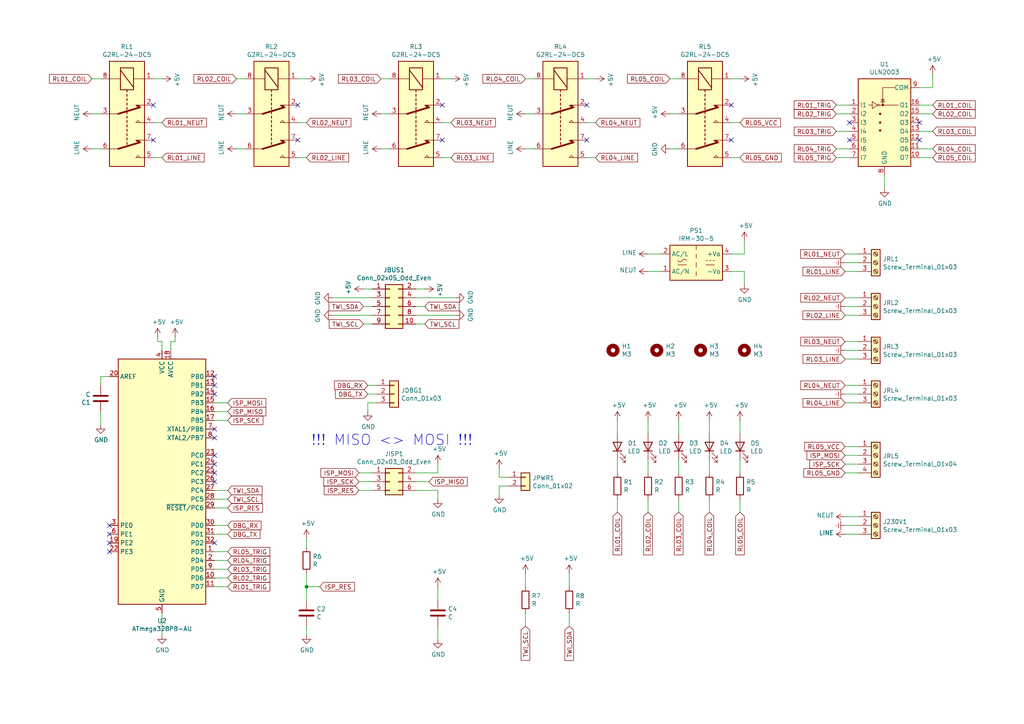
<source format=kicad_sch>
(kicad_sch (version 20230121) (generator eeschema)

  (uuid 33d4d5c7-217a-4992-a57e-043646a1e9d9)

  (paper "A4")

  (lib_symbols
    (symbol "Connector:Screw_Terminal_01x03" (pin_names (offset 1.016) hide) (in_bom yes) (on_board yes)
      (property "Reference" "J" (at 0 5.08 0)
        (effects (font (size 1.27 1.27)))
      )
      (property "Value" "Screw_Terminal_01x03" (at 0 -5.08 0)
        (effects (font (size 1.27 1.27)))
      )
      (property "Footprint" "" (at 0 0 0)
        (effects (font (size 1.27 1.27)) hide)
      )
      (property "Datasheet" "~" (at 0 0 0)
        (effects (font (size 1.27 1.27)) hide)
      )
      (property "ki_keywords" "screw terminal" (at 0 0 0)
        (effects (font (size 1.27 1.27)) hide)
      )
      (property "ki_description" "Generic screw terminal, single row, 01x03, script generated (kicad-library-utils/schlib/autogen/connector/)" (at 0 0 0)
        (effects (font (size 1.27 1.27)) hide)
      )
      (property "ki_fp_filters" "TerminalBlock*:*" (at 0 0 0)
        (effects (font (size 1.27 1.27)) hide)
      )
      (symbol "Screw_Terminal_01x03_1_1"
        (rectangle (start -1.27 3.81) (end 1.27 -3.81)
          (stroke (width 0.254) (type default))
          (fill (type background))
        )
        (circle (center 0 -2.54) (radius 0.635)
          (stroke (width 0.1524) (type default))
          (fill (type none))
        )
        (polyline
          (pts
            (xy -0.5334 -2.2098)
            (xy 0.3302 -3.048)
          )
          (stroke (width 0.1524) (type default))
          (fill (type none))
        )
        (polyline
          (pts
            (xy -0.5334 0.3302)
            (xy 0.3302 -0.508)
          )
          (stroke (width 0.1524) (type default))
          (fill (type none))
        )
        (polyline
          (pts
            (xy -0.5334 2.8702)
            (xy 0.3302 2.032)
          )
          (stroke (width 0.1524) (type default))
          (fill (type none))
        )
        (polyline
          (pts
            (xy -0.3556 -2.032)
            (xy 0.508 -2.8702)
          )
          (stroke (width 0.1524) (type default))
          (fill (type none))
        )
        (polyline
          (pts
            (xy -0.3556 0.508)
            (xy 0.508 -0.3302)
          )
          (stroke (width 0.1524) (type default))
          (fill (type none))
        )
        (polyline
          (pts
            (xy -0.3556 3.048)
            (xy 0.508 2.2098)
          )
          (stroke (width 0.1524) (type default))
          (fill (type none))
        )
        (circle (center 0 0) (radius 0.635)
          (stroke (width 0.1524) (type default))
          (fill (type none))
        )
        (circle (center 0 2.54) (radius 0.635)
          (stroke (width 0.1524) (type default))
          (fill (type none))
        )
        (pin passive line (at -5.08 2.54 0) (length 3.81)
          (name "Pin_1" (effects (font (size 1.27 1.27))))
          (number "1" (effects (font (size 1.27 1.27))))
        )
        (pin passive line (at -5.08 0 0) (length 3.81)
          (name "Pin_2" (effects (font (size 1.27 1.27))))
          (number "2" (effects (font (size 1.27 1.27))))
        )
        (pin passive line (at -5.08 -2.54 0) (length 3.81)
          (name "Pin_3" (effects (font (size 1.27 1.27))))
          (number "3" (effects (font (size 1.27 1.27))))
        )
      )
    )
    (symbol "Connector:Screw_Terminal_01x04" (pin_names (offset 1.016) hide) (in_bom yes) (on_board yes)
      (property "Reference" "J" (at 0 5.08 0)
        (effects (font (size 1.27 1.27)))
      )
      (property "Value" "Screw_Terminal_01x04" (at 0 -7.62 0)
        (effects (font (size 1.27 1.27)))
      )
      (property "Footprint" "" (at 0 0 0)
        (effects (font (size 1.27 1.27)) hide)
      )
      (property "Datasheet" "~" (at 0 0 0)
        (effects (font (size 1.27 1.27)) hide)
      )
      (property "ki_keywords" "screw terminal" (at 0 0 0)
        (effects (font (size 1.27 1.27)) hide)
      )
      (property "ki_description" "Generic screw terminal, single row, 01x04, script generated (kicad-library-utils/schlib/autogen/connector/)" (at 0 0 0)
        (effects (font (size 1.27 1.27)) hide)
      )
      (property "ki_fp_filters" "TerminalBlock*:*" (at 0 0 0)
        (effects (font (size 1.27 1.27)) hide)
      )
      (symbol "Screw_Terminal_01x04_1_1"
        (rectangle (start -1.27 3.81) (end 1.27 -6.35)
          (stroke (width 0.254) (type default))
          (fill (type background))
        )
        (circle (center 0 -5.08) (radius 0.635)
          (stroke (width 0.1524) (type default))
          (fill (type none))
        )
        (circle (center 0 -2.54) (radius 0.635)
          (stroke (width 0.1524) (type default))
          (fill (type none))
        )
        (polyline
          (pts
            (xy -0.5334 -4.7498)
            (xy 0.3302 -5.588)
          )
          (stroke (width 0.1524) (type default))
          (fill (type none))
        )
        (polyline
          (pts
            (xy -0.5334 -2.2098)
            (xy 0.3302 -3.048)
          )
          (stroke (width 0.1524) (type default))
          (fill (type none))
        )
        (polyline
          (pts
            (xy -0.5334 0.3302)
            (xy 0.3302 -0.508)
          )
          (stroke (width 0.1524) (type default))
          (fill (type none))
        )
        (polyline
          (pts
            (xy -0.5334 2.8702)
            (xy 0.3302 2.032)
          )
          (stroke (width 0.1524) (type default))
          (fill (type none))
        )
        (polyline
          (pts
            (xy -0.3556 -4.572)
            (xy 0.508 -5.4102)
          )
          (stroke (width 0.1524) (type default))
          (fill (type none))
        )
        (polyline
          (pts
            (xy -0.3556 -2.032)
            (xy 0.508 -2.8702)
          )
          (stroke (width 0.1524) (type default))
          (fill (type none))
        )
        (polyline
          (pts
            (xy -0.3556 0.508)
            (xy 0.508 -0.3302)
          )
          (stroke (width 0.1524) (type default))
          (fill (type none))
        )
        (polyline
          (pts
            (xy -0.3556 3.048)
            (xy 0.508 2.2098)
          )
          (stroke (width 0.1524) (type default))
          (fill (type none))
        )
        (circle (center 0 0) (radius 0.635)
          (stroke (width 0.1524) (type default))
          (fill (type none))
        )
        (circle (center 0 2.54) (radius 0.635)
          (stroke (width 0.1524) (type default))
          (fill (type none))
        )
        (pin passive line (at -5.08 2.54 0) (length 3.81)
          (name "Pin_1" (effects (font (size 1.27 1.27))))
          (number "1" (effects (font (size 1.27 1.27))))
        )
        (pin passive line (at -5.08 0 0) (length 3.81)
          (name "Pin_2" (effects (font (size 1.27 1.27))))
          (number "2" (effects (font (size 1.27 1.27))))
        )
        (pin passive line (at -5.08 -2.54 0) (length 3.81)
          (name "Pin_3" (effects (font (size 1.27 1.27))))
          (number "3" (effects (font (size 1.27 1.27))))
        )
        (pin passive line (at -5.08 -5.08 0) (length 3.81)
          (name "Pin_4" (effects (font (size 1.27 1.27))))
          (number "4" (effects (font (size 1.27 1.27))))
        )
      )
    )
    (symbol "Connector_Generic:Conn_01x02" (pin_names (offset 1.016) hide) (in_bom yes) (on_board yes)
      (property "Reference" "J" (at 0 2.54 0)
        (effects (font (size 1.27 1.27)))
      )
      (property "Value" "Conn_01x02" (at 0 -5.08 0)
        (effects (font (size 1.27 1.27)))
      )
      (property "Footprint" "" (at 0 0 0)
        (effects (font (size 1.27 1.27)) hide)
      )
      (property "Datasheet" "~" (at 0 0 0)
        (effects (font (size 1.27 1.27)) hide)
      )
      (property "ki_keywords" "connector" (at 0 0 0)
        (effects (font (size 1.27 1.27)) hide)
      )
      (property "ki_description" "Generic connector, single row, 01x02, script generated (kicad-library-utils/schlib/autogen/connector/)" (at 0 0 0)
        (effects (font (size 1.27 1.27)) hide)
      )
      (property "ki_fp_filters" "Connector*:*_1x??_*" (at 0 0 0)
        (effects (font (size 1.27 1.27)) hide)
      )
      (symbol "Conn_01x02_1_1"
        (rectangle (start -1.27 -2.413) (end 0 -2.667)
          (stroke (width 0.1524) (type default))
          (fill (type none))
        )
        (rectangle (start -1.27 0.127) (end 0 -0.127)
          (stroke (width 0.1524) (type default))
          (fill (type none))
        )
        (rectangle (start -1.27 1.27) (end 1.27 -3.81)
          (stroke (width 0.254) (type default))
          (fill (type background))
        )
        (pin passive line (at -5.08 0 0) (length 3.81)
          (name "Pin_1" (effects (font (size 1.27 1.27))))
          (number "1" (effects (font (size 1.27 1.27))))
        )
        (pin passive line (at -5.08 -2.54 0) (length 3.81)
          (name "Pin_2" (effects (font (size 1.27 1.27))))
          (number "2" (effects (font (size 1.27 1.27))))
        )
      )
    )
    (symbol "Connector_Generic:Conn_01x03" (pin_names (offset 1.016) hide) (in_bom yes) (on_board yes)
      (property "Reference" "J" (at 0 5.08 0)
        (effects (font (size 1.27 1.27)))
      )
      (property "Value" "Conn_01x03" (at 0 -5.08 0)
        (effects (font (size 1.27 1.27)))
      )
      (property "Footprint" "" (at 0 0 0)
        (effects (font (size 1.27 1.27)) hide)
      )
      (property "Datasheet" "~" (at 0 0 0)
        (effects (font (size 1.27 1.27)) hide)
      )
      (property "ki_keywords" "connector" (at 0 0 0)
        (effects (font (size 1.27 1.27)) hide)
      )
      (property "ki_description" "Generic connector, single row, 01x03, script generated (kicad-library-utils/schlib/autogen/connector/)" (at 0 0 0)
        (effects (font (size 1.27 1.27)) hide)
      )
      (property "ki_fp_filters" "Connector*:*_1x??_*" (at 0 0 0)
        (effects (font (size 1.27 1.27)) hide)
      )
      (symbol "Conn_01x03_1_1"
        (rectangle (start -1.27 -2.413) (end 0 -2.667)
          (stroke (width 0.1524) (type default))
          (fill (type none))
        )
        (rectangle (start -1.27 0.127) (end 0 -0.127)
          (stroke (width 0.1524) (type default))
          (fill (type none))
        )
        (rectangle (start -1.27 2.667) (end 0 2.413)
          (stroke (width 0.1524) (type default))
          (fill (type none))
        )
        (rectangle (start -1.27 3.81) (end 1.27 -3.81)
          (stroke (width 0.254) (type default))
          (fill (type background))
        )
        (pin passive line (at -5.08 2.54 0) (length 3.81)
          (name "Pin_1" (effects (font (size 1.27 1.27))))
          (number "1" (effects (font (size 1.27 1.27))))
        )
        (pin passive line (at -5.08 0 0) (length 3.81)
          (name "Pin_2" (effects (font (size 1.27 1.27))))
          (number "2" (effects (font (size 1.27 1.27))))
        )
        (pin passive line (at -5.08 -2.54 0) (length 3.81)
          (name "Pin_3" (effects (font (size 1.27 1.27))))
          (number "3" (effects (font (size 1.27 1.27))))
        )
      )
    )
    (symbol "Connector_Generic:Conn_02x03_Odd_Even" (pin_names (offset 1.016) hide) (in_bom yes) (on_board yes)
      (property "Reference" "J" (at 1.27 5.08 0)
        (effects (font (size 1.27 1.27)))
      )
      (property "Value" "Conn_02x03_Odd_Even" (at 1.27 -5.08 0)
        (effects (font (size 1.27 1.27)))
      )
      (property "Footprint" "" (at 0 0 0)
        (effects (font (size 1.27 1.27)) hide)
      )
      (property "Datasheet" "~" (at 0 0 0)
        (effects (font (size 1.27 1.27)) hide)
      )
      (property "ki_keywords" "connector" (at 0 0 0)
        (effects (font (size 1.27 1.27)) hide)
      )
      (property "ki_description" "Generic connector, double row, 02x03, odd/even pin numbering scheme (row 1 odd numbers, row 2 even numbers), script generated (kicad-library-utils/schlib/autogen/connector/)" (at 0 0 0)
        (effects (font (size 1.27 1.27)) hide)
      )
      (property "ki_fp_filters" "Connector*:*_2x??_*" (at 0 0 0)
        (effects (font (size 1.27 1.27)) hide)
      )
      (symbol "Conn_02x03_Odd_Even_1_1"
        (rectangle (start -1.27 -2.413) (end 0 -2.667)
          (stroke (width 0.1524) (type default))
          (fill (type none))
        )
        (rectangle (start -1.27 0.127) (end 0 -0.127)
          (stroke (width 0.1524) (type default))
          (fill (type none))
        )
        (rectangle (start -1.27 2.667) (end 0 2.413)
          (stroke (width 0.1524) (type default))
          (fill (type none))
        )
        (rectangle (start -1.27 3.81) (end 3.81 -3.81)
          (stroke (width 0.254) (type default))
          (fill (type background))
        )
        (rectangle (start 3.81 -2.413) (end 2.54 -2.667)
          (stroke (width 0.1524) (type default))
          (fill (type none))
        )
        (rectangle (start 3.81 0.127) (end 2.54 -0.127)
          (stroke (width 0.1524) (type default))
          (fill (type none))
        )
        (rectangle (start 3.81 2.667) (end 2.54 2.413)
          (stroke (width 0.1524) (type default))
          (fill (type none))
        )
        (pin passive line (at -5.08 2.54 0) (length 3.81)
          (name "Pin_1" (effects (font (size 1.27 1.27))))
          (number "1" (effects (font (size 1.27 1.27))))
        )
        (pin passive line (at 7.62 2.54 180) (length 3.81)
          (name "Pin_2" (effects (font (size 1.27 1.27))))
          (number "2" (effects (font (size 1.27 1.27))))
        )
        (pin passive line (at -5.08 0 0) (length 3.81)
          (name "Pin_3" (effects (font (size 1.27 1.27))))
          (number "3" (effects (font (size 1.27 1.27))))
        )
        (pin passive line (at 7.62 0 180) (length 3.81)
          (name "Pin_4" (effects (font (size 1.27 1.27))))
          (number "4" (effects (font (size 1.27 1.27))))
        )
        (pin passive line (at -5.08 -2.54 0) (length 3.81)
          (name "Pin_5" (effects (font (size 1.27 1.27))))
          (number "5" (effects (font (size 1.27 1.27))))
        )
        (pin passive line (at 7.62 -2.54 180) (length 3.81)
          (name "Pin_6" (effects (font (size 1.27 1.27))))
          (number "6" (effects (font (size 1.27 1.27))))
        )
      )
    )
    (symbol "Connector_Generic:Conn_02x05_Odd_Even" (pin_names (offset 1.016) hide) (in_bom yes) (on_board yes)
      (property "Reference" "J" (at 1.27 7.62 0)
        (effects (font (size 1.27 1.27)))
      )
      (property "Value" "Conn_02x05_Odd_Even" (at 1.27 -7.62 0)
        (effects (font (size 1.27 1.27)))
      )
      (property "Footprint" "" (at 0 0 0)
        (effects (font (size 1.27 1.27)) hide)
      )
      (property "Datasheet" "~" (at 0 0 0)
        (effects (font (size 1.27 1.27)) hide)
      )
      (property "ki_keywords" "connector" (at 0 0 0)
        (effects (font (size 1.27 1.27)) hide)
      )
      (property "ki_description" "Generic connector, double row, 02x05, odd/even pin numbering scheme (row 1 odd numbers, row 2 even numbers), script generated (kicad-library-utils/schlib/autogen/connector/)" (at 0 0 0)
        (effects (font (size 1.27 1.27)) hide)
      )
      (property "ki_fp_filters" "Connector*:*_2x??_*" (at 0 0 0)
        (effects (font (size 1.27 1.27)) hide)
      )
      (symbol "Conn_02x05_Odd_Even_1_1"
        (rectangle (start -1.27 -4.953) (end 0 -5.207)
          (stroke (width 0.1524) (type default))
          (fill (type none))
        )
        (rectangle (start -1.27 -2.413) (end 0 -2.667)
          (stroke (width 0.1524) (type default))
          (fill (type none))
        )
        (rectangle (start -1.27 0.127) (end 0 -0.127)
          (stroke (width 0.1524) (type default))
          (fill (type none))
        )
        (rectangle (start -1.27 2.667) (end 0 2.413)
          (stroke (width 0.1524) (type default))
          (fill (type none))
        )
        (rectangle (start -1.27 5.207) (end 0 4.953)
          (stroke (width 0.1524) (type default))
          (fill (type none))
        )
        (rectangle (start -1.27 6.35) (end 3.81 -6.35)
          (stroke (width 0.254) (type default))
          (fill (type background))
        )
        (rectangle (start 3.81 -4.953) (end 2.54 -5.207)
          (stroke (width 0.1524) (type default))
          (fill (type none))
        )
        (rectangle (start 3.81 -2.413) (end 2.54 -2.667)
          (stroke (width 0.1524) (type default))
          (fill (type none))
        )
        (rectangle (start 3.81 0.127) (end 2.54 -0.127)
          (stroke (width 0.1524) (type default))
          (fill (type none))
        )
        (rectangle (start 3.81 2.667) (end 2.54 2.413)
          (stroke (width 0.1524) (type default))
          (fill (type none))
        )
        (rectangle (start 3.81 5.207) (end 2.54 4.953)
          (stroke (width 0.1524) (type default))
          (fill (type none))
        )
        (pin passive line (at -5.08 5.08 0) (length 3.81)
          (name "Pin_1" (effects (font (size 1.27 1.27))))
          (number "1" (effects (font (size 1.27 1.27))))
        )
        (pin passive line (at 7.62 -5.08 180) (length 3.81)
          (name "Pin_10" (effects (font (size 1.27 1.27))))
          (number "10" (effects (font (size 1.27 1.27))))
        )
        (pin passive line (at 7.62 5.08 180) (length 3.81)
          (name "Pin_2" (effects (font (size 1.27 1.27))))
          (number "2" (effects (font (size 1.27 1.27))))
        )
        (pin passive line (at -5.08 2.54 0) (length 3.81)
          (name "Pin_3" (effects (font (size 1.27 1.27))))
          (number "3" (effects (font (size 1.27 1.27))))
        )
        (pin passive line (at 7.62 2.54 180) (length 3.81)
          (name "Pin_4" (effects (font (size 1.27 1.27))))
          (number "4" (effects (font (size 1.27 1.27))))
        )
        (pin passive line (at -5.08 0 0) (length 3.81)
          (name "Pin_5" (effects (font (size 1.27 1.27))))
          (number "5" (effects (font (size 1.27 1.27))))
        )
        (pin passive line (at 7.62 0 180) (length 3.81)
          (name "Pin_6" (effects (font (size 1.27 1.27))))
          (number "6" (effects (font (size 1.27 1.27))))
        )
        (pin passive line (at -5.08 -2.54 0) (length 3.81)
          (name "Pin_7" (effects (font (size 1.27 1.27))))
          (number "7" (effects (font (size 1.27 1.27))))
        )
        (pin passive line (at 7.62 -2.54 180) (length 3.81)
          (name "Pin_8" (effects (font (size 1.27 1.27))))
          (number "8" (effects (font (size 1.27 1.27))))
        )
        (pin passive line (at -5.08 -5.08 0) (length 3.81)
          (name "Pin_9" (effects (font (size 1.27 1.27))))
          (number "9" (effects (font (size 1.27 1.27))))
        )
      )
    )
    (symbol "Device:C" (pin_numbers hide) (pin_names (offset 0.254)) (in_bom yes) (on_board yes)
      (property "Reference" "C" (at 0.635 2.54 0)
        (effects (font (size 1.27 1.27)) (justify left))
      )
      (property "Value" "C" (at 0.635 -2.54 0)
        (effects (font (size 1.27 1.27)) (justify left))
      )
      (property "Footprint" "" (at 0.9652 -3.81 0)
        (effects (font (size 1.27 1.27)) hide)
      )
      (property "Datasheet" "~" (at 0 0 0)
        (effects (font (size 1.27 1.27)) hide)
      )
      (property "ki_keywords" "cap capacitor" (at 0 0 0)
        (effects (font (size 1.27 1.27)) hide)
      )
      (property "ki_description" "Unpolarized capacitor" (at 0 0 0)
        (effects (font (size 1.27 1.27)) hide)
      )
      (property "ki_fp_filters" "C_*" (at 0 0 0)
        (effects (font (size 1.27 1.27)) hide)
      )
      (symbol "C_0_1"
        (polyline
          (pts
            (xy -2.032 -0.762)
            (xy 2.032 -0.762)
          )
          (stroke (width 0.508) (type default))
          (fill (type none))
        )
        (polyline
          (pts
            (xy -2.032 0.762)
            (xy 2.032 0.762)
          )
          (stroke (width 0.508) (type default))
          (fill (type none))
        )
      )
      (symbol "C_1_1"
        (pin passive line (at 0 3.81 270) (length 2.794)
          (name "~" (effects (font (size 1.27 1.27))))
          (number "1" (effects (font (size 1.27 1.27))))
        )
        (pin passive line (at 0 -3.81 90) (length 2.794)
          (name "~" (effects (font (size 1.27 1.27))))
          (number "2" (effects (font (size 1.27 1.27))))
        )
      )
    )
    (symbol "Device:LED" (pin_numbers hide) (pin_names (offset 1.016) hide) (in_bom yes) (on_board yes)
      (property "Reference" "D" (at 0 2.54 0)
        (effects (font (size 1.27 1.27)))
      )
      (property "Value" "LED" (at 0 -2.54 0)
        (effects (font (size 1.27 1.27)))
      )
      (property "Footprint" "" (at 0 0 0)
        (effects (font (size 1.27 1.27)) hide)
      )
      (property "Datasheet" "~" (at 0 0 0)
        (effects (font (size 1.27 1.27)) hide)
      )
      (property "ki_keywords" "LED diode" (at 0 0 0)
        (effects (font (size 1.27 1.27)) hide)
      )
      (property "ki_description" "Light emitting diode" (at 0 0 0)
        (effects (font (size 1.27 1.27)) hide)
      )
      (property "ki_fp_filters" "LED* LED_SMD:* LED_THT:*" (at 0 0 0)
        (effects (font (size 1.27 1.27)) hide)
      )
      (symbol "LED_0_1"
        (polyline
          (pts
            (xy -1.27 -1.27)
            (xy -1.27 1.27)
          )
          (stroke (width 0.254) (type default))
          (fill (type none))
        )
        (polyline
          (pts
            (xy -1.27 0)
            (xy 1.27 0)
          )
          (stroke (width 0) (type default))
          (fill (type none))
        )
        (polyline
          (pts
            (xy 1.27 -1.27)
            (xy 1.27 1.27)
            (xy -1.27 0)
            (xy 1.27 -1.27)
          )
          (stroke (width 0.254) (type default))
          (fill (type none))
        )
        (polyline
          (pts
            (xy -3.048 -0.762)
            (xy -4.572 -2.286)
            (xy -3.81 -2.286)
            (xy -4.572 -2.286)
            (xy -4.572 -1.524)
          )
          (stroke (width 0) (type default))
          (fill (type none))
        )
        (polyline
          (pts
            (xy -1.778 -0.762)
            (xy -3.302 -2.286)
            (xy -2.54 -2.286)
            (xy -3.302 -2.286)
            (xy -3.302 -1.524)
          )
          (stroke (width 0) (type default))
          (fill (type none))
        )
      )
      (symbol "LED_1_1"
        (pin passive line (at -3.81 0 0) (length 2.54)
          (name "K" (effects (font (size 1.27 1.27))))
          (number "1" (effects (font (size 1.27 1.27))))
        )
        (pin passive line (at 3.81 0 180) (length 2.54)
          (name "A" (effects (font (size 1.27 1.27))))
          (number "2" (effects (font (size 1.27 1.27))))
        )
      )
    )
    (symbol "Device:R" (pin_numbers hide) (pin_names (offset 0)) (in_bom yes) (on_board yes)
      (property "Reference" "R" (at 2.032 0 90)
        (effects (font (size 1.27 1.27)))
      )
      (property "Value" "R" (at 0 0 90)
        (effects (font (size 1.27 1.27)))
      )
      (property "Footprint" "" (at -1.778 0 90)
        (effects (font (size 1.27 1.27)) hide)
      )
      (property "Datasheet" "~" (at 0 0 0)
        (effects (font (size 1.27 1.27)) hide)
      )
      (property "ki_keywords" "R res resistor" (at 0 0 0)
        (effects (font (size 1.27 1.27)) hide)
      )
      (property "ki_description" "Resistor" (at 0 0 0)
        (effects (font (size 1.27 1.27)) hide)
      )
      (property "ki_fp_filters" "R_*" (at 0 0 0)
        (effects (font (size 1.27 1.27)) hide)
      )
      (symbol "R_0_1"
        (rectangle (start -1.016 -2.54) (end 1.016 2.54)
          (stroke (width 0.254) (type default))
          (fill (type none))
        )
      )
      (symbol "R_1_1"
        (pin passive line (at 0 3.81 270) (length 1.27)
          (name "~" (effects (font (size 1.27 1.27))))
          (number "1" (effects (font (size 1.27 1.27))))
        )
        (pin passive line (at 0 -3.81 90) (length 1.27)
          (name "~" (effects (font (size 1.27 1.27))))
          (number "2" (effects (font (size 1.27 1.27))))
        )
      )
    )
    (symbol "Mechanical:MountingHole" (pin_names (offset 1.016)) (in_bom yes) (on_board yes)
      (property "Reference" "H" (at 0 5.08 0)
        (effects (font (size 1.27 1.27)))
      )
      (property "Value" "MountingHole" (at 0 3.175 0)
        (effects (font (size 1.27 1.27)))
      )
      (property "Footprint" "" (at 0 0 0)
        (effects (font (size 1.27 1.27)) hide)
      )
      (property "Datasheet" "~" (at 0 0 0)
        (effects (font (size 1.27 1.27)) hide)
      )
      (property "ki_keywords" "mounting hole" (at 0 0 0)
        (effects (font (size 1.27 1.27)) hide)
      )
      (property "ki_description" "Mounting Hole without connection" (at 0 0 0)
        (effects (font (size 1.27 1.27)) hide)
      )
      (property "ki_fp_filters" "MountingHole*" (at 0 0 0)
        (effects (font (size 1.27 1.27)) hide)
      )
      (symbol "MountingHole_0_1"
        (circle (center 0 0) (radius 1.27)
          (stroke (width 1.27) (type default))
          (fill (type none))
        )
      )
    )
    (symbol "Transistor_Array:ULN2003" (in_bom yes) (on_board yes)
      (property "Reference" "U" (at 0 15.875 0)
        (effects (font (size 1.27 1.27)))
      )
      (property "Value" "ULN2003" (at 0 13.97 0)
        (effects (font (size 1.27 1.27)))
      )
      (property "Footprint" "" (at 1.27 -13.97 0)
        (effects (font (size 1.27 1.27)) (justify left) hide)
      )
      (property "Datasheet" "http://www.ti.com/lit/ds/symlink/uln2003a.pdf" (at 2.54 -5.08 0)
        (effects (font (size 1.27 1.27)) hide)
      )
      (property "ki_keywords" "darlington transistor array" (at 0 0 0)
        (effects (font (size 1.27 1.27)) hide)
      )
      (property "ki_description" "High Voltage, High Current Darlington Transistor Arrays, SOIC16/SOIC16W/DIP16/TSSOP16" (at 0 0 0)
        (effects (font (size 1.27 1.27)) hide)
      )
      (property "ki_fp_filters" "DIP*W7.62mm* SOIC*3.9x9.9mm*P1.27mm* SSOP*4.4x5.2mm*P0.65mm* TSSOP*4.4x5mm*P0.65mm* SOIC*W*5.3x10.2mm*P1.27mm*" (at 0 0 0)
        (effects (font (size 1.27 1.27)) hide)
      )
      (symbol "ULN2003_0_1"
        (rectangle (start -7.62 -12.7) (end 7.62 12.7)
          (stroke (width 0.254) (type default))
          (fill (type background))
        )
        (circle (center -1.778 5.08) (radius 0.254)
          (stroke (width 0) (type default))
          (fill (type none))
        )
        (circle (center -1.27 -2.286) (radius 0.254)
          (stroke (width 0) (type default))
          (fill (type outline))
        )
        (circle (center -1.27 0) (radius 0.254)
          (stroke (width 0) (type default))
          (fill (type outline))
        )
        (circle (center -1.27 2.54) (radius 0.254)
          (stroke (width 0) (type default))
          (fill (type outline))
        )
        (circle (center -0.508 5.08) (radius 0.254)
          (stroke (width 0) (type default))
          (fill (type outline))
        )
        (polyline
          (pts
            (xy -4.572 5.08)
            (xy -3.556 5.08)
          )
          (stroke (width 0) (type default))
          (fill (type none))
        )
        (polyline
          (pts
            (xy -1.524 5.08)
            (xy 4.064 5.08)
          )
          (stroke (width 0) (type default))
          (fill (type none))
        )
        (polyline
          (pts
            (xy 0 6.731)
            (xy -1.016 6.731)
          )
          (stroke (width 0) (type default))
          (fill (type none))
        )
        (polyline
          (pts
            (xy -0.508 5.08)
            (xy -0.508 10.16)
            (xy 2.921 10.16)
          )
          (stroke (width 0) (type default))
          (fill (type none))
        )
        (polyline
          (pts
            (xy -3.556 6.096)
            (xy -3.556 4.064)
            (xy -2.032 5.08)
            (xy -3.556 6.096)
          )
          (stroke (width 0) (type default))
          (fill (type none))
        )
        (polyline
          (pts
            (xy 0 5.969)
            (xy -1.016 5.969)
            (xy -0.508 6.731)
            (xy 0 5.969)
          )
          (stroke (width 0) (type default))
          (fill (type none))
        )
      )
      (symbol "ULN2003_1_1"
        (pin input line (at -10.16 5.08 0) (length 2.54)
          (name "I1" (effects (font (size 1.27 1.27))))
          (number "1" (effects (font (size 1.27 1.27))))
        )
        (pin open_collector line (at 10.16 -10.16 180) (length 2.54)
          (name "O7" (effects (font (size 1.27 1.27))))
          (number "10" (effects (font (size 1.27 1.27))))
        )
        (pin open_collector line (at 10.16 -7.62 180) (length 2.54)
          (name "O6" (effects (font (size 1.27 1.27))))
          (number "11" (effects (font (size 1.27 1.27))))
        )
        (pin open_collector line (at 10.16 -5.08 180) (length 2.54)
          (name "O5" (effects (font (size 1.27 1.27))))
          (number "12" (effects (font (size 1.27 1.27))))
        )
        (pin open_collector line (at 10.16 -2.54 180) (length 2.54)
          (name "O4" (effects (font (size 1.27 1.27))))
          (number "13" (effects (font (size 1.27 1.27))))
        )
        (pin open_collector line (at 10.16 0 180) (length 2.54)
          (name "O3" (effects (font (size 1.27 1.27))))
          (number "14" (effects (font (size 1.27 1.27))))
        )
        (pin open_collector line (at 10.16 2.54 180) (length 2.54)
          (name "O2" (effects (font (size 1.27 1.27))))
          (number "15" (effects (font (size 1.27 1.27))))
        )
        (pin open_collector line (at 10.16 5.08 180) (length 2.54)
          (name "O1" (effects (font (size 1.27 1.27))))
          (number "16" (effects (font (size 1.27 1.27))))
        )
        (pin input line (at -10.16 2.54 0) (length 2.54)
          (name "I2" (effects (font (size 1.27 1.27))))
          (number "2" (effects (font (size 1.27 1.27))))
        )
        (pin input line (at -10.16 0 0) (length 2.54)
          (name "I3" (effects (font (size 1.27 1.27))))
          (number "3" (effects (font (size 1.27 1.27))))
        )
        (pin input line (at -10.16 -2.54 0) (length 2.54)
          (name "I4" (effects (font (size 1.27 1.27))))
          (number "4" (effects (font (size 1.27 1.27))))
        )
        (pin input line (at -10.16 -5.08 0) (length 2.54)
          (name "I5" (effects (font (size 1.27 1.27))))
          (number "5" (effects (font (size 1.27 1.27))))
        )
        (pin input line (at -10.16 -7.62 0) (length 2.54)
          (name "I6" (effects (font (size 1.27 1.27))))
          (number "6" (effects (font (size 1.27 1.27))))
        )
        (pin input line (at -10.16 -10.16 0) (length 2.54)
          (name "I7" (effects (font (size 1.27 1.27))))
          (number "7" (effects (font (size 1.27 1.27))))
        )
        (pin power_in line (at 0 -15.24 90) (length 2.54)
          (name "GND" (effects (font (size 1.27 1.27))))
          (number "8" (effects (font (size 1.27 1.27))))
        )
        (pin passive line (at 10.16 10.16 180) (length 2.54)
          (name "COM" (effects (font (size 1.27 1.27))))
          (number "9" (effects (font (size 1.27 1.27))))
        )
      )
    )
    (symbol "kiu:IRM-30-5" (in_bom yes) (on_board yes)
      (property "Reference" "PS" (at 0 6.35 0)
        (effects (font (size 1.27 1.27)))
      )
      (property "Value" "IRM-30-5" (at 0 -6.35 0)
        (effects (font (size 1.27 1.27)))
      )
      (property "Footprint" "Converter_ACDC:Converter_ACDC_MeanWell_IRM-30-xx_THT" (at 0 -8.89 0)
        (effects (font (size 1.27 1.27)) hide)
      )
      (property "Datasheet" "https://www.meanwell.com/Upload/PDF/IRM-10/IRM-10-SPEC.PDF" (at 0 -10.16 0)
        (effects (font (size 1.27 1.27)) hide)
      )
      (property "ki_keywords" "5V 30W AC-DC module power supply" (at 0 0 0)
        (effects (font (size 1.27 1.27)) hide)
      )
      (property "ki_description" "5V, 30W, AC-DC module power supply, MeanWell" (at 0 0 0)
        (effects (font (size 1.27 1.27)) hide)
      )
      (property "ki_fp_filters" "Converter*ACDC*MeanWell*IRM*30*THT*" (at 0 0 0)
        (effects (font (size 1.27 1.27)) hide)
      )
      (symbol "IRM-30-5_0_1"
        (rectangle (start -7.62 5.08) (end 7.62 -5.08)
          (stroke (width 0.254) (type default))
          (fill (type background))
        )
        (arc (start -5.334 0.635) (mid -4.699 0.2495) (end -4.064 0.635)
          (stroke (width 0) (type default))
          (fill (type none))
        )
        (arc (start -2.794 0.635) (mid -3.429 1.0072) (end -4.064 0.635)
          (stroke (width 0) (type default))
          (fill (type none))
        )
        (polyline
          (pts
            (xy -5.334 -0.635)
            (xy -2.794 -0.635)
          )
          (stroke (width 0) (type default))
          (fill (type none))
        )
        (polyline
          (pts
            (xy 0 -2.54)
            (xy 0 -3.81)
          )
          (stroke (width 0) (type default))
          (fill (type none))
        )
        (polyline
          (pts
            (xy 0 0)
            (xy 0 -1.27)
          )
          (stroke (width 0) (type default))
          (fill (type none))
        )
        (polyline
          (pts
            (xy 0 2.54)
            (xy 0 1.27)
          )
          (stroke (width 0) (type default))
          (fill (type none))
        )
        (polyline
          (pts
            (xy 0 5.08)
            (xy 0 3.81)
          )
          (stroke (width 0) (type default))
          (fill (type none))
        )
        (polyline
          (pts
            (xy 2.794 -0.635)
            (xy 5.334 -0.635)
          )
          (stroke (width 0) (type default))
          (fill (type none))
        )
        (polyline
          (pts
            (xy 2.794 0.635)
            (xy 3.302 0.635)
          )
          (stroke (width 0) (type default))
          (fill (type none))
        )
        (polyline
          (pts
            (xy 3.81 0.635)
            (xy 4.318 0.635)
          )
          (stroke (width 0) (type default))
          (fill (type none))
        )
        (polyline
          (pts
            (xy 4.826 0.635)
            (xy 5.334 0.635)
          )
          (stroke (width 0) (type default))
          (fill (type none))
        )
      )
      (symbol "IRM-30-5_1_1"
        (pin power_in line (at -10.16 -2.54 0) (length 2.54)
          (name "AC/N" (effects (font (size 1.27 1.27))))
          (number "1" (effects (font (size 1.27 1.27))))
        )
        (pin power_in line (at -10.16 2.54 0) (length 2.54)
          (name "AC/L" (effects (font (size 1.27 1.27))))
          (number "2" (effects (font (size 1.27 1.27))))
        )
        (pin power_out line (at 10.16 -2.54 180) (length 2.54)
          (name "-Vo" (effects (font (size 1.27 1.27))))
          (number "3" (effects (font (size 1.27 1.27))))
        )
        (pin power_out line (at 10.16 2.54 180) (length 2.54)
          (name "+Vo" (effects (font (size 1.27 1.27))))
          (number "4" (effects (font (size 1.27 1.27))))
        )
      )
    )
    (symbol "light-box-rescue:ATmega328PB-AU-MCU_Microchip_ATmega" (in_bom yes) (on_board yes)
      (property "Reference" "U" (at -12.7 36.83 0)
        (effects (font (size 1.27 1.27)) (justify left bottom))
      )
      (property "Value" "MCU_Microchip_ATmega_ATmega328PB-AU" (at 2.54 -36.83 0)
        (effects (font (size 1.27 1.27)) (justify left top))
      )
      (property "Footprint" "Package_QFP:TQFP-32_7x7mm_P0.8mm" (at 0 0 0)
        (effects (font (size 1.27 1.27) italic) hide)
      )
      (property "Datasheet" "" (at 0 0 0)
        (effects (font (size 1.27 1.27)) hide)
      )
      (property "ki_fp_filters" "TQFP*7x7mm*P0.8mm*" (at 0 0 0)
        (effects (font (size 1.27 1.27)) hide)
      )
      (symbol "ATmega328PB-AU-MCU_Microchip_ATmega_0_1"
        (rectangle (start -12.7 -35.56) (end 12.7 35.56)
          (stroke (width 0.254) (type solid))
          (fill (type background))
        )
      )
      (symbol "ATmega328PB-AU-MCU_Microchip_ATmega_1_1"
        (pin bidirectional line (at 15.24 -20.32 180) (length 2.54)
          (name "PD3" (effects (font (size 1.27 1.27))))
          (number "1" (effects (font (size 1.27 1.27))))
        )
        (pin bidirectional line (at 15.24 -27.94 180) (length 2.54)
          (name "PD6" (effects (font (size 1.27 1.27))))
          (number "10" (effects (font (size 1.27 1.27))))
        )
        (pin bidirectional line (at 15.24 -30.48 180) (length 2.54)
          (name "PD7" (effects (font (size 1.27 1.27))))
          (number "11" (effects (font (size 1.27 1.27))))
        )
        (pin bidirectional line (at 15.24 30.48 180) (length 2.54)
          (name "PB0" (effects (font (size 1.27 1.27))))
          (number "12" (effects (font (size 1.27 1.27))))
        )
        (pin bidirectional line (at 15.24 27.94 180) (length 2.54)
          (name "PB1" (effects (font (size 1.27 1.27))))
          (number "13" (effects (font (size 1.27 1.27))))
        )
        (pin bidirectional line (at 15.24 25.4 180) (length 2.54)
          (name "PB2" (effects (font (size 1.27 1.27))))
          (number "14" (effects (font (size 1.27 1.27))))
        )
        (pin bidirectional line (at 15.24 22.86 180) (length 2.54)
          (name "PB3" (effects (font (size 1.27 1.27))))
          (number "15" (effects (font (size 1.27 1.27))))
        )
        (pin bidirectional line (at 15.24 20.32 180) (length 2.54)
          (name "PB4" (effects (font (size 1.27 1.27))))
          (number "16" (effects (font (size 1.27 1.27))))
        )
        (pin bidirectional line (at 15.24 17.78 180) (length 2.54)
          (name "PB5" (effects (font (size 1.27 1.27))))
          (number "17" (effects (font (size 1.27 1.27))))
        )
        (pin power_in line (at 2.54 38.1 270) (length 2.54)
          (name "AVCC" (effects (font (size 1.27 1.27))))
          (number "18" (effects (font (size 1.27 1.27))))
        )
        (pin bidirectional line (at -15.24 -17.78 0) (length 2.54)
          (name "PE2" (effects (font (size 1.27 1.27))))
          (number "19" (effects (font (size 1.27 1.27))))
        )
        (pin bidirectional line (at 15.24 -22.86 180) (length 2.54)
          (name "PD4" (effects (font (size 1.27 1.27))))
          (number "2" (effects (font (size 1.27 1.27))))
        )
        (pin passive line (at -15.24 30.48 0) (length 2.54)
          (name "AREF" (effects (font (size 1.27 1.27))))
          (number "20" (effects (font (size 1.27 1.27))))
        )
        (pin passive line (at 0 -38.1 90) (length 2.54) hide
          (name "GND" (effects (font (size 1.27 1.27))))
          (number "21" (effects (font (size 1.27 1.27))))
        )
        (pin bidirectional line (at -15.24 -20.32 0) (length 2.54)
          (name "PE3" (effects (font (size 1.27 1.27))))
          (number "22" (effects (font (size 1.27 1.27))))
        )
        (pin bidirectional line (at 15.24 7.62 180) (length 2.54)
          (name "PC0" (effects (font (size 1.27 1.27))))
          (number "23" (effects (font (size 1.27 1.27))))
        )
        (pin bidirectional line (at 15.24 5.08 180) (length 2.54)
          (name "PC1" (effects (font (size 1.27 1.27))))
          (number "24" (effects (font (size 1.27 1.27))))
        )
        (pin bidirectional line (at 15.24 2.54 180) (length 2.54)
          (name "PC2" (effects (font (size 1.27 1.27))))
          (number "25" (effects (font (size 1.27 1.27))))
        )
        (pin bidirectional line (at 15.24 0 180) (length 2.54)
          (name "PC3" (effects (font (size 1.27 1.27))))
          (number "26" (effects (font (size 1.27 1.27))))
        )
        (pin bidirectional line (at 15.24 -2.54 180) (length 2.54)
          (name "PC4" (effects (font (size 1.27 1.27))))
          (number "27" (effects (font (size 1.27 1.27))))
        )
        (pin bidirectional line (at 15.24 -5.08 180) (length 2.54)
          (name "PC5" (effects (font (size 1.27 1.27))))
          (number "28" (effects (font (size 1.27 1.27))))
        )
        (pin bidirectional line (at 15.24 -7.62 180) (length 2.54)
          (name "~{RESET}/PC6" (effects (font (size 1.27 1.27))))
          (number "29" (effects (font (size 1.27 1.27))))
        )
        (pin bidirectional line (at -15.24 -12.7 0) (length 2.54)
          (name "PE0" (effects (font (size 1.27 1.27))))
          (number "3" (effects (font (size 1.27 1.27))))
        )
        (pin bidirectional line (at 15.24 -12.7 180) (length 2.54)
          (name "PD0" (effects (font (size 1.27 1.27))))
          (number "30" (effects (font (size 1.27 1.27))))
        )
        (pin bidirectional line (at 15.24 -15.24 180) (length 2.54)
          (name "PD1" (effects (font (size 1.27 1.27))))
          (number "31" (effects (font (size 1.27 1.27))))
        )
        (pin bidirectional line (at 15.24 -17.78 180) (length 2.54)
          (name "PD2" (effects (font (size 1.27 1.27))))
          (number "32" (effects (font (size 1.27 1.27))))
        )
        (pin power_in line (at 0 38.1 270) (length 2.54)
          (name "VCC" (effects (font (size 1.27 1.27))))
          (number "4" (effects (font (size 1.27 1.27))))
        )
        (pin power_in line (at 0 -38.1 90) (length 2.54)
          (name "GND" (effects (font (size 1.27 1.27))))
          (number "5" (effects (font (size 1.27 1.27))))
        )
        (pin bidirectional line (at -15.24 -15.24 0) (length 2.54)
          (name "PE1" (effects (font (size 1.27 1.27))))
          (number "6" (effects (font (size 1.27 1.27))))
        )
        (pin bidirectional line (at 15.24 15.24 180) (length 2.54)
          (name "XTAL1/PB6" (effects (font (size 1.27 1.27))))
          (number "7" (effects (font (size 1.27 1.27))))
        )
        (pin bidirectional line (at 15.24 12.7 180) (length 2.54)
          (name "XTAL2/PB7" (effects (font (size 1.27 1.27))))
          (number "8" (effects (font (size 1.27 1.27))))
        )
        (pin bidirectional line (at 15.24 -25.4 180) (length 2.54)
          (name "PD5" (effects (font (size 1.27 1.27))))
          (number "9" (effects (font (size 1.27 1.27))))
        )
      )
    )
    (symbol "light-box-rescue:G2RL-24-DC5-Relay" (in_bom yes) (on_board yes)
      (property "Reference" "RL" (at 16.51 3.81 0)
        (effects (font (size 1.27 1.27)) (justify left))
      )
      (property "Value" "Relay_G2RL-24-DC5" (at 16.51 1.27 0)
        (effects (font (size 1.27 1.27)) (justify left))
      )
      (property "Footprint" "Relay_THT:Relay_DPDT_Omron_G2RL" (at 16.51 -1.27 0)
        (effects (font (size 1.27 1.27)) (justify left) hide)
      )
      (property "Datasheet" "" (at 0 0 0)
        (effects (font (size 1.27 1.27)) hide)
      )
      (property "ki_fp_filters" "Relay*DPDT*Omron*G2RL*" (at 0 0 0)
        (effects (font (size 1.27 1.27)) hide)
      )
      (symbol "G2RL-24-DC5-Relay_0_1"
        (rectangle (start -15.24 5.08) (end 15.24 -5.08)
          (stroke (width 0.254) (type solid))
          (fill (type background))
        )
        (rectangle (start -13.335 1.905) (end -6.985 -1.905)
          (stroke (width 0.254) (type solid))
          (fill (type none))
        )
        (polyline
          (pts
            (xy -12.7 -1.905)
            (xy -7.62 1.905)
          )
          (stroke (width 0.254) (type solid))
          (fill (type none))
        )
        (polyline
          (pts
            (xy -10.16 -5.08)
            (xy -10.16 -1.905)
          )
          (stroke (width 0) (type solid))
          (fill (type none))
        )
        (polyline
          (pts
            (xy -10.16 5.08)
            (xy -10.16 1.905)
          )
          (stroke (width 0) (type solid))
          (fill (type none))
        )
        (polyline
          (pts
            (xy -6.985 0)
            (xy -6.35 0)
          )
          (stroke (width 0.254) (type solid))
          (fill (type none))
        )
        (polyline
          (pts
            (xy -5.715 0)
            (xy -5.08 0)
          )
          (stroke (width 0.254) (type solid))
          (fill (type none))
        )
        (polyline
          (pts
            (xy -4.445 0)
            (xy -3.81 0)
          )
          (stroke (width 0.254) (type solid))
          (fill (type none))
        )
        (polyline
          (pts
            (xy -3.175 0)
            (xy -2.54 0)
          )
          (stroke (width 0.254) (type solid))
          (fill (type none))
        )
        (polyline
          (pts
            (xy -1.905 0)
            (xy -1.27 0)
          )
          (stroke (width 0.254) (type solid))
          (fill (type none))
        )
        (polyline
          (pts
            (xy -0.635 0)
            (xy 0 0)
          )
          (stroke (width 0.254) (type solid))
          (fill (type none))
        )
        (polyline
          (pts
            (xy 0 -2.54)
            (xy -1.905 3.81)
          )
          (stroke (width 0.508) (type solid))
          (fill (type none))
        )
        (polyline
          (pts
            (xy 0 -2.54)
            (xy 0 -5.08)
          )
          (stroke (width 0) (type solid))
          (fill (type none))
        )
        (polyline
          (pts
            (xy 0.635 0)
            (xy 1.27 0)
          )
          (stroke (width 0.254) (type solid))
          (fill (type none))
        )
        (polyline
          (pts
            (xy 1.905 0)
            (xy 2.54 0)
          )
          (stroke (width 0.254) (type solid))
          (fill (type none))
        )
        (polyline
          (pts
            (xy 3.175 0)
            (xy 3.81 0)
          )
          (stroke (width 0.254) (type solid))
          (fill (type none))
        )
        (polyline
          (pts
            (xy 4.445 0)
            (xy 5.08 0)
          )
          (stroke (width 0.254) (type solid))
          (fill (type none))
        )
        (polyline
          (pts
            (xy 5.715 0)
            (xy 6.35 0)
          )
          (stroke (width 0.254) (type solid))
          (fill (type none))
        )
        (polyline
          (pts
            (xy 6.985 0)
            (xy 7.62 0)
          )
          (stroke (width 0.254) (type solid))
          (fill (type none))
        )
        (polyline
          (pts
            (xy 8.255 0)
            (xy 8.89 0)
          )
          (stroke (width 0.254) (type solid))
          (fill (type none))
        )
        (polyline
          (pts
            (xy 10.16 -2.54)
            (xy 8.255 3.81)
          )
          (stroke (width 0.508) (type solid))
          (fill (type none))
        )
        (polyline
          (pts
            (xy 10.16 -2.54)
            (xy 10.16 -5.08)
          )
          (stroke (width 0) (type solid))
          (fill (type none))
        )
        (polyline
          (pts
            (xy -2.54 5.08)
            (xy -2.54 2.54)
            (xy -1.905 3.175)
            (xy -2.54 3.81)
          )
          (stroke (width 0) (type solid))
          (fill (type outline))
        )
        (polyline
          (pts
            (xy 2.54 5.08)
            (xy 2.54 2.54)
            (xy 1.905 3.175)
            (xy 2.54 3.81)
          )
          (stroke (width 0) (type solid))
          (fill (type none))
        )
        (polyline
          (pts
            (xy 7.62 5.08)
            (xy 7.62 2.54)
            (xy 8.255 3.175)
            (xy 7.62 3.81)
          )
          (stroke (width 0) (type solid))
          (fill (type outline))
        )
        (polyline
          (pts
            (xy 12.7 5.08)
            (xy 12.7 2.54)
            (xy 12.065 3.175)
            (xy 12.7 3.81)
          )
          (stroke (width 0) (type solid))
          (fill (type none))
        )
      )
      (symbol "G2RL-24-DC5-Relay_1_1"
        (pin passive line (at -10.16 7.62 270) (length 2.54)
          (name "~" (effects (font (size 1.27 1.27))))
          (number "1" (effects (font (size 1.27 1.27))))
        )
        (pin passive line (at -2.54 7.62 270) (length 2.54)
          (name "~" (effects (font (size 1.27 1.27))))
          (number "2" (effects (font (size 1.27 1.27))))
        )
        (pin passive line (at 0 -7.62 90) (length 2.54)
          (name "~" (effects (font (size 1.27 1.27))))
          (number "3" (effects (font (size 1.27 1.27))))
        )
        (pin passive line (at 2.54 7.62 270) (length 2.54)
          (name "~" (effects (font (size 1.27 1.27))))
          (number "4" (effects (font (size 1.27 1.27))))
        )
        (pin passive line (at 12.7 7.62 270) (length 2.54)
          (name "~" (effects (font (size 1.27 1.27))))
          (number "5" (effects (font (size 1.27 1.27))))
        )
        (pin passive line (at 10.16 -7.62 90) (length 2.54)
          (name "~" (effects (font (size 1.27 1.27))))
          (number "6" (effects (font (size 1.27 1.27))))
        )
        (pin passive line (at 7.62 7.62 270) (length 2.54)
          (name "~" (effects (font (size 1.27 1.27))))
          (number "7" (effects (font (size 1.27 1.27))))
        )
        (pin passive line (at -10.16 -7.62 90) (length 2.54)
          (name "~" (effects (font (size 1.27 1.27))))
          (number "8" (effects (font (size 1.27 1.27))))
        )
      )
    )
    (symbol "power:+5V" (power) (pin_names (offset 0)) (in_bom yes) (on_board yes)
      (property "Reference" "#PWR" (at 0 -3.81 0)
        (effects (font (size 1.27 1.27)) hide)
      )
      (property "Value" "+5V" (at 0 3.556 0)
        (effects (font (size 1.27 1.27)))
      )
      (property "Footprint" "" (at 0 0 0)
        (effects (font (size 1.27 1.27)) hide)
      )
      (property "Datasheet" "" (at 0 0 0)
        (effects (font (size 1.27 1.27)) hide)
      )
      (property "ki_keywords" "global power" (at 0 0 0)
        (effects (font (size 1.27 1.27)) hide)
      )
      (property "ki_description" "Power symbol creates a global label with name \"+5V\"" (at 0 0 0)
        (effects (font (size 1.27 1.27)) hide)
      )
      (symbol "+5V_0_1"
        (polyline
          (pts
            (xy -0.762 1.27)
            (xy 0 2.54)
          )
          (stroke (width 0) (type default))
          (fill (type none))
        )
        (polyline
          (pts
            (xy 0 0)
            (xy 0 2.54)
          )
          (stroke (width 0) (type default))
          (fill (type none))
        )
        (polyline
          (pts
            (xy 0 2.54)
            (xy 0.762 1.27)
          )
          (stroke (width 0) (type default))
          (fill (type none))
        )
      )
      (symbol "+5V_1_1"
        (pin power_in line (at 0 0 90) (length 0) hide
          (name "+5V" (effects (font (size 1.27 1.27))))
          (number "1" (effects (font (size 1.27 1.27))))
        )
      )
    )
    (symbol "power:Earth" (power) (pin_names (offset 0)) (in_bom yes) (on_board yes)
      (property "Reference" "#PWR" (at 0 -6.35 0)
        (effects (font (size 1.27 1.27)) hide)
      )
      (property "Value" "Earth" (at 0 -3.81 0)
        (effects (font (size 1.27 1.27)) hide)
      )
      (property "Footprint" "" (at 0 0 0)
        (effects (font (size 1.27 1.27)) hide)
      )
      (property "Datasheet" "~" (at 0 0 0)
        (effects (font (size 1.27 1.27)) hide)
      )
      (property "ki_keywords" "global ground gnd" (at 0 0 0)
        (effects (font (size 1.27 1.27)) hide)
      )
      (property "ki_description" "Power symbol creates a global label with name \"Earth\"" (at 0 0 0)
        (effects (font (size 1.27 1.27)) hide)
      )
      (symbol "Earth_0_1"
        (polyline
          (pts
            (xy -0.635 -1.905)
            (xy 0.635 -1.905)
          )
          (stroke (width 0) (type default))
          (fill (type none))
        )
        (polyline
          (pts
            (xy -0.127 -2.54)
            (xy 0.127 -2.54)
          )
          (stroke (width 0) (type default))
          (fill (type none))
        )
        (polyline
          (pts
            (xy 0 -1.27)
            (xy 0 0)
          )
          (stroke (width 0) (type default))
          (fill (type none))
        )
        (polyline
          (pts
            (xy 1.27 -1.27)
            (xy -1.27 -1.27)
          )
          (stroke (width 0) (type default))
          (fill (type none))
        )
      )
      (symbol "Earth_1_1"
        (pin power_in line (at 0 0 270) (length 0) hide
          (name "Earth" (effects (font (size 1.27 1.27))))
          (number "1" (effects (font (size 1.27 1.27))))
        )
      )
    )
    (symbol "power:GND" (power) (pin_names (offset 0)) (in_bom yes) (on_board yes)
      (property "Reference" "#PWR" (at 0 -6.35 0)
        (effects (font (size 1.27 1.27)) hide)
      )
      (property "Value" "GND" (at 0 -3.81 0)
        (effects (font (size 1.27 1.27)))
      )
      (property "Footprint" "" (at 0 0 0)
        (effects (font (size 1.27 1.27)) hide)
      )
      (property "Datasheet" "" (at 0 0 0)
        (effects (font (size 1.27 1.27)) hide)
      )
      (property "ki_keywords" "global power" (at 0 0 0)
        (effects (font (size 1.27 1.27)) hide)
      )
      (property "ki_description" "Power symbol creates a global label with name \"GND\" , ground" (at 0 0 0)
        (effects (font (size 1.27 1.27)) hide)
      )
      (symbol "GND_0_1"
        (polyline
          (pts
            (xy 0 0)
            (xy 0 -1.27)
            (xy 1.27 -1.27)
            (xy 0 -2.54)
            (xy -1.27 -1.27)
            (xy 0 -1.27)
          )
          (stroke (width 0) (type default))
          (fill (type none))
        )
      )
      (symbol "GND_1_1"
        (pin power_in line (at 0 0 270) (length 0) hide
          (name "GND" (effects (font (size 1.27 1.27))))
          (number "1" (effects (font (size 1.27 1.27))))
        )
      )
    )
    (symbol "power:LINE" (power) (pin_names (offset 0)) (in_bom yes) (on_board yes)
      (property "Reference" "#PWR" (at 0 -3.81 0)
        (effects (font (size 1.27 1.27)) hide)
      )
      (property "Value" "LINE" (at 0 3.81 0)
        (effects (font (size 1.27 1.27)))
      )
      (property "Footprint" "" (at 0 0 0)
        (effects (font (size 1.27 1.27)) hide)
      )
      (property "Datasheet" "" (at 0 0 0)
        (effects (font (size 1.27 1.27)) hide)
      )
      (property "ki_keywords" "global power" (at 0 0 0)
        (effects (font (size 1.27 1.27)) hide)
      )
      (property "ki_description" "Power symbol creates a global label with name \"LINE\"" (at 0 0 0)
        (effects (font (size 1.27 1.27)) hide)
      )
      (symbol "LINE_0_1"
        (polyline
          (pts
            (xy -0.762 1.27)
            (xy 0 2.54)
          )
          (stroke (width 0) (type default))
          (fill (type none))
        )
        (polyline
          (pts
            (xy 0 0)
            (xy 0 2.54)
          )
          (stroke (width 0) (type default))
          (fill (type none))
        )
        (polyline
          (pts
            (xy 0 2.54)
            (xy 0.762 1.27)
          )
          (stroke (width 0) (type default))
          (fill (type none))
        )
      )
      (symbol "LINE_1_1"
        (pin power_in line (at 0 0 90) (length 0) hide
          (name "LINE" (effects (font (size 1.27 1.27))))
          (number "1" (effects (font (size 1.27 1.27))))
        )
      )
    )
    (symbol "power:NEUT" (power) (pin_names (offset 0)) (in_bom yes) (on_board yes)
      (property "Reference" "#PWR" (at 0 -3.81 0)
        (effects (font (size 1.27 1.27)) hide)
      )
      (property "Value" "NEUT" (at 0 3.81 0)
        (effects (font (size 1.27 1.27)))
      )
      (property "Footprint" "" (at 0 0 0)
        (effects (font (size 1.27 1.27)) hide)
      )
      (property "Datasheet" "" (at 0 0 0)
        (effects (font (size 1.27 1.27)) hide)
      )
      (property "ki_keywords" "global power" (at 0 0 0)
        (effects (font (size 1.27 1.27)) hide)
      )
      (property "ki_description" "Power symbol creates a global label with name \"NEUT\"" (at 0 0 0)
        (effects (font (size 1.27 1.27)) hide)
      )
      (symbol "NEUT_0_1"
        (polyline
          (pts
            (xy -0.762 1.27)
            (xy 0 2.54)
          )
          (stroke (width 0) (type default))
          (fill (type none))
        )
        (polyline
          (pts
            (xy 0 0)
            (xy 0 2.54)
          )
          (stroke (width 0) (type default))
          (fill (type none))
        )
        (polyline
          (pts
            (xy 0 2.54)
            (xy 0.762 1.27)
          )
          (stroke (width 0) (type default))
          (fill (type none))
        )
      )
      (symbol "NEUT_1_1"
        (pin power_in line (at 0 0 90) (length 0) hide
          (name "NEUT" (effects (font (size 1.27 1.27))))
          (number "1" (effects (font (size 1.27 1.27))))
        )
      )
    )
  )

  (junction (at 88.9 170.18) (diameter 0) (color 0 0 0 0)
    (uuid 4fcfb399-cb67-4283-a62b-201b0ce25176)
  )

  (no_connect (at 212.09 30.48) (uuid 136051cd-7f01-40a2-b95b-8526811082cc))
  (no_connect (at 266.7 40.64) (uuid 21f2efb1-4f3e-4dcd-be76-6ee6e4142f4f))
  (no_connect (at 31.75 152.4) (uuid 3a6db70d-9ad7-4ff1-b5fe-e8b3ce2614ab))
  (no_connect (at 62.23 139.7) (uuid 448b024c-009f-4dc1-8fe9-30c3ccc51953))
  (no_connect (at 170.18 40.64) (uuid 4547eba7-b1ae-4f15-935b-ac053db29e6d))
  (no_connect (at 212.09 40.64) (uuid 52cb0ec2-1423-4c44-b6bf-b38dcc5a211c))
  (no_connect (at 62.23 124.46) (uuid 5814dd46-72fa-43f3-8143-ae217a2b74fd))
  (no_connect (at 31.75 160.02) (uuid 5dd0502f-b852-4a60-bb5a-82198ccc02e4))
  (no_connect (at 31.75 157.48) (uuid 68617d0b-0543-4112-b27f-04220b50503d))
  (no_connect (at 44.45 40.64) (uuid 6a85bfa1-fd8b-4f4a-a6d5-e021d2b7796c))
  (no_connect (at 62.23 114.3) (uuid 72afa9a8-714d-4528-b162-7ee1fe7c1deb))
  (no_connect (at 128.27 30.48) (uuid 7cbdf793-0f54-4fdd-8d66-3fd9093a7306))
  (no_connect (at 62.23 127) (uuid 83a82431-0374-4e7c-8b09-78dfd3fa36a0))
  (no_connect (at 246.38 35.56) (uuid 91ad8448-23d6-4136-88b5-06a96061a46e))
  (no_connect (at 44.45 30.48) (uuid 948b1bbe-7b2e-4b5c-abea-217591d36ac4))
  (no_connect (at 246.38 40.64) (uuid 94e123a3-850c-416d-a4c0-6614ab0ec175))
  (no_connect (at 62.23 137.16) (uuid 978828cb-5d73-4d0d-884d-cba690a2597e))
  (no_connect (at 62.23 134.62) (uuid a5356236-7bad-45f5-9ebd-01680dc824b6))
  (no_connect (at 62.23 111.76) (uuid a66292b7-1458-4a8f-ad9a-7fe6033821e7))
  (no_connect (at 128.27 40.64) (uuid a96256fc-c378-4a7e-a0eb-5c2a046c56a5))
  (no_connect (at 86.36 30.48) (uuid ad1751c3-bafe-44f2-aff0-ea363fd97adb))
  (no_connect (at 170.18 30.48) (uuid b82aacfc-f315-4666-958c-af302c1a7f4a))
  (no_connect (at 62.23 132.08) (uuid cd833348-3ead-4c3f-b1f8-7974044ca4c7))
  (no_connect (at 62.23 157.48) (uuid d3512423-8ec7-47c8-8321-5444153dbfd9))
  (no_connect (at 86.36 40.64) (uuid dc7d907b-89bf-4184-9b81-9bf0ed28d935))
  (no_connect (at 266.7 35.56) (uuid e2f8280b-cb57-48ff-a4eb-c7c4ec541c7d))
  (no_connect (at 31.75 154.94) (uuid ed100afc-cca7-4f6e-b0cd-c881b39dbadb))
  (no_connect (at 62.23 109.22) (uuid f608a1ff-8eb4-4700-9939-d3e3b4ec27cf))

  (wire (pts (xy 88.9 45.72) (xy 86.36 45.72))
    (stroke (width 0) (type default))
    (uuid 00f71319-1944-402b-9176-1296a81632a6)
  )
  (wire (pts (xy 187.96 78.74) (xy 191.77 78.74))
    (stroke (width 0) (type default))
    (uuid 04a15baa-3c5e-4e59-b389-8062e297ce3d)
  )
  (wire (pts (xy 66.04 147.32) (xy 62.23 147.32))
    (stroke (width 0) (type default))
    (uuid 05d2bd52-595c-4a51-b0e9-510809adda34)
  )
  (wire (pts (xy 107.95 88.9) (xy 105.41 88.9))
    (stroke (width 0) (type default))
    (uuid 061f50e3-9f8e-49a1-95f7-5fcd0ff8ecf6)
  )
  (wire (pts (xy 196.85 144.78) (xy 196.85 148.59))
    (stroke (width 0) (type default))
    (uuid 08ea0fa3-4387-401c-a964-53b99a271ac8)
  )
  (wire (pts (xy 26.67 43.18) (xy 29.21 43.18))
    (stroke (width 0) (type default))
    (uuid 08eab5d0-7d4f-499a-b52f-54f7a5fd7069)
  )
  (wire (pts (xy 107.95 83.82) (xy 105.41 83.82))
    (stroke (width 0) (type default))
    (uuid 0a278fc0-d14a-425a-bf51-3018a19b8884)
  )
  (wire (pts (xy 107.95 142.24) (xy 104.14 142.24))
    (stroke (width 0) (type default))
    (uuid 0c7dcbc1-a659-422a-a328-4cdccfc6a01f)
  )
  (wire (pts (xy 110.49 43.18) (xy 113.03 43.18))
    (stroke (width 0) (type default))
    (uuid 0c8cc4fe-2d8b-4704-90d3-3c4f19736d54)
  )
  (wire (pts (xy 107.95 93.98) (xy 105.41 93.98))
    (stroke (width 0) (type default))
    (uuid 0c9b3022-7577-4a0b-a49e-8d0604ea4015)
  )
  (wire (pts (xy 49.53 101.6) (xy 49.53 99.06))
    (stroke (width 0) (type default))
    (uuid 0f771198-a09a-4224-8cf5-10334e28fb97)
  )
  (wire (pts (xy 270.51 30.48) (xy 266.7 30.48))
    (stroke (width 0) (type default))
    (uuid 14d6cd6f-090c-449b-9da1-0bfc3d754e37)
  )
  (wire (pts (xy 124.46 139.7) (xy 120.65 139.7))
    (stroke (width 0) (type default))
    (uuid 157dff40-da4a-4ecb-9857-5545caf5d8aa)
  )
  (wire (pts (xy 62.23 154.94) (xy 66.04 154.94))
    (stroke (width 0) (type default))
    (uuid 1621d71d-ebbc-4196-afd4-3a3411c625cf)
  )
  (wire (pts (xy 248.92 129.54) (xy 245.11 129.54))
    (stroke (width 0) (type default))
    (uuid 16b8706e-83ae-414e-bc03-9ea18d75a84a)
  )
  (wire (pts (xy 270.51 43.18) (xy 266.7 43.18))
    (stroke (width 0) (type default))
    (uuid 18224034-31e9-49e6-97ff-19481e740eef)
  )
  (wire (pts (xy 110.49 33.02) (xy 113.03 33.02))
    (stroke (width 0) (type default))
    (uuid 1ac40aaf-603c-4d43-9d0e-d9c16f22ccee)
  )
  (wire (pts (xy 88.9 170.18) (xy 88.9 173.99))
    (stroke (width 0) (type default))
    (uuid 1b2798f7-a872-48cb-b517-dff4fcc546bd)
  )
  (wire (pts (xy 46.99 22.86) (xy 44.45 22.86))
    (stroke (width 0) (type default))
    (uuid 2030e07d-ff82-4e62-b334-9585e7db18ec)
  )
  (wire (pts (xy 172.72 35.56) (xy 170.18 35.56))
    (stroke (width 0) (type default))
    (uuid 2085d27b-5ad1-436a-b6c6-43b81abaffef)
  )
  (wire (pts (xy 127 173.99) (xy 127 170.18))
    (stroke (width 0) (type default))
    (uuid 228361c7-e2a9-479e-9442-9ce40c147348)
  )
  (wire (pts (xy 123.19 83.82) (xy 120.65 83.82))
    (stroke (width 0) (type default))
    (uuid 25fb6c1b-ce23-44c2-b330-f33751631103)
  )
  (wire (pts (xy 49.53 99.06) (xy 50.8 99.06))
    (stroke (width 0) (type default))
    (uuid 2692cfe3-fcb5-47ca-94b4-fb5c6c99c8d8)
  )
  (wire (pts (xy 62.23 144.78) (xy 66.04 144.78))
    (stroke (width 0) (type default))
    (uuid 272593a6-da81-4758-9b15-700ec3ec7d2f)
  )
  (wire (pts (xy 179.07 133.35) (xy 179.07 137.16))
    (stroke (width 0) (type default))
    (uuid 2862951a-d8c5-4c67-b22b-12fbca053f8f)
  )
  (wire (pts (xy 246.38 38.1) (xy 242.57 38.1))
    (stroke (width 0) (type default))
    (uuid 2913bb1d-cc29-4600-b46e-11c4a43bb924)
  )
  (wire (pts (xy 245.11 154.94) (xy 248.92 154.94))
    (stroke (width 0) (type default))
    (uuid 2d21487c-63d0-46b9-a413-52fcc9dafd9e)
  )
  (wire (pts (xy 71.12 33.02) (xy 68.58 33.02))
    (stroke (width 0) (type default))
    (uuid 3221df26-3ff8-4e38-8aed-96bb9d2673bd)
  )
  (wire (pts (xy 212.09 73.66) (xy 215.9 73.66))
    (stroke (width 0) (type default))
    (uuid 32d578a4-b475-48e8-9e3c-bb7c5930ab96)
  )
  (wire (pts (xy 120.65 142.24) (xy 127 142.24))
    (stroke (width 0) (type default))
    (uuid 34175288-0202-4289-9680-b18fbfb2c76b)
  )
  (wire (pts (xy 62.23 162.56) (xy 66.04 162.56))
    (stroke (width 0) (type default))
    (uuid 364a933b-baeb-4646-b3b3-74270ed784da)
  )
  (wire (pts (xy 172.72 22.86) (xy 170.18 22.86))
    (stroke (width 0) (type default))
    (uuid 36850473-2bf4-4b6e-839c-3e42209b945e)
  )
  (wire (pts (xy 245.11 91.44) (xy 248.92 91.44))
    (stroke (width 0) (type default))
    (uuid 381381d2-56f0-43ca-a1d5-12eb87ec563c)
  )
  (wire (pts (xy 165.1 170.18) (xy 165.1 166.37))
    (stroke (width 0) (type default))
    (uuid 3fcfb2fd-d125-4c10-bf7d-cbaa901141ca)
  )
  (wire (pts (xy 130.81 45.72) (xy 128.27 45.72))
    (stroke (width 0) (type default))
    (uuid 4003c9d5-77cb-4fee-82f2-bc60ef376a93)
  )
  (wire (pts (xy 270.51 25.4) (xy 270.51 21.59))
    (stroke (width 0) (type default))
    (uuid 4187c6fa-40d0-472e-ab51-85bd6cd22f00)
  )
  (wire (pts (xy 130.81 35.56) (xy 128.27 35.56))
    (stroke (width 0) (type default))
    (uuid 44585204-b210-4642-ad76-884f7650afd1)
  )
  (wire (pts (xy 270.51 45.72) (xy 266.7 45.72))
    (stroke (width 0) (type default))
    (uuid 46d48d02-3d12-4e04-b94a-2b58791145fb)
  )
  (wire (pts (xy 245.11 99.06) (xy 248.92 99.06))
    (stroke (width 0) (type default))
    (uuid 48459af9-1433-435d-8cca-1be1183c2b4c)
  )
  (wire (pts (xy 154.94 22.86) (xy 152.4 22.86))
    (stroke (width 0) (type default))
    (uuid 4cf19c5b-aa77-4e1e-9429-2e20f90b194f)
  )
  (wire (pts (xy 179.07 144.78) (xy 179.07 148.59))
    (stroke (width 0) (type default))
    (uuid 4eb8a64c-d7bf-4643-99bb-5aa823aa284c)
  )
  (wire (pts (xy 270.51 33.02) (xy 266.7 33.02))
    (stroke (width 0) (type default))
    (uuid 54a8766b-7656-4d08-a04b-be78e13e1869)
  )
  (wire (pts (xy 62.23 121.92) (xy 66.04 121.92))
    (stroke (width 0) (type default))
    (uuid 58a67b45-9997-4a62-a3c5-660dd0d26be3)
  )
  (wire (pts (xy 245.11 137.16) (xy 248.92 137.16))
    (stroke (width 0) (type default))
    (uuid 5f0101b1-f6a6-4573-8867-83bdd48fdd3c)
  )
  (wire (pts (xy 45.72 99.06) (xy 46.99 99.06))
    (stroke (width 0) (type default))
    (uuid 602c28c4-311a-49fb-bc46-072f8aae90bc)
  )
  (wire (pts (xy 205.74 133.35) (xy 205.74 137.16))
    (stroke (width 0) (type default))
    (uuid 635bd514-8e99-4784-8b34-9163fdac9571)
  )
  (wire (pts (xy 92.71 170.18) (xy 88.9 170.18))
    (stroke (width 0) (type default))
    (uuid 64239651-93a3-4e86-9a95-b72562d26862)
  )
  (wire (pts (xy 215.9 73.66) (xy 215.9 69.85))
    (stroke (width 0) (type default))
    (uuid 645abf2a-03e7-4a5c-8bb1-d14c2e8c0cbe)
  )
  (wire (pts (xy 214.63 121.92) (xy 214.63 125.73))
    (stroke (width 0) (type default))
    (uuid 663a61b0-5bab-44bb-b566-e32116c5f47a)
  )
  (wire (pts (xy 127 142.24) (xy 127 144.78))
    (stroke (width 0) (type default))
    (uuid 6768ac0c-f874-40cb-be87-352e73b4c626)
  )
  (wire (pts (xy 205.74 144.78) (xy 205.74 148.59))
    (stroke (width 0) (type default))
    (uuid 67a8e59a-6828-495d-bcdf-489cbe136b85)
  )
  (wire (pts (xy 88.9 181.61) (xy 88.9 184.15))
    (stroke (width 0) (type default))
    (uuid 686203d2-71bf-4303-b34c-d60601fa7ff4)
  )
  (wire (pts (xy 248.92 134.62) (xy 245.11 134.62))
    (stroke (width 0) (type default))
    (uuid 6be64f17-346b-4bc4-81f7-1e7dcab10d6f)
  )
  (wire (pts (xy 147.32 138.43) (xy 144.78 138.43))
    (stroke (width 0) (type default))
    (uuid 6e6e2e48-0b25-4c96-8ee3-696b5772c8cb)
  )
  (wire (pts (xy 127 185.42) (xy 127 181.61))
    (stroke (width 0) (type default))
    (uuid 715d80a7-012f-4a70-9c34-db73867ddc88)
  )
  (wire (pts (xy 187.96 121.92) (xy 187.96 125.73))
    (stroke (width 0) (type default))
    (uuid 7214467b-9178-4c29-8bfe-9da6af3f8066)
  )
  (wire (pts (xy 109.22 114.3) (xy 106.68 114.3))
    (stroke (width 0) (type default))
    (uuid 771ddb78-110f-4a08-b198-1573343ca9b5)
  )
  (wire (pts (xy 29.21 123.19) (xy 29.21 119.38))
    (stroke (width 0) (type default))
    (uuid 772483ce-0054-4217-b62a-a5d655d6bc21)
  )
  (wire (pts (xy 144.78 143.51) (xy 144.78 140.97))
    (stroke (width 0) (type default))
    (uuid 7b0a3291-5259-4301-b109-9a5406f3b8af)
  )
  (wire (pts (xy 29.21 111.76) (xy 29.21 109.22))
    (stroke (width 0) (type default))
    (uuid 7f6bf157-9c7b-4178-b798-2266de594bba)
  )
  (wire (pts (xy 152.4 170.18) (xy 152.4 166.37))
    (stroke (width 0) (type default))
    (uuid 833fb6c1-755f-495e-abc6-bb804aa5e609)
  )
  (wire (pts (xy 132.08 86.36) (xy 120.65 86.36))
    (stroke (width 0) (type default))
    (uuid 83575ed9-1991-4ca7-9718-90c0534f5364)
  )
  (wire (pts (xy 214.63 133.35) (xy 214.63 137.16))
    (stroke (width 0) (type default))
    (uuid 8561a327-1d1f-4e6f-8383-b29f8211a705)
  )
  (wire (pts (xy 196.85 22.86) (xy 194.31 22.86))
    (stroke (width 0) (type default))
    (uuid 87298ec2-bc8d-45e0-9acf-19b68691cf53)
  )
  (wire (pts (xy 194.31 43.18) (xy 196.85 43.18))
    (stroke (width 0) (type default))
    (uuid 8868752a-7865-49a7-b366-0f9caad9b5ce)
  )
  (wire (pts (xy 248.92 73.66) (xy 245.11 73.66))
    (stroke (width 0) (type default))
    (uuid 8c87a532-ae40-47f7-90fa-da50b3b859f9)
  )
  (wire (pts (xy 104.14 139.7) (xy 107.95 139.7))
    (stroke (width 0) (type default))
    (uuid 8e44932d-65b8-4310-9e23-27b799904713)
  )
  (wire (pts (xy 88.9 166.37) (xy 88.9 170.18))
    (stroke (width 0) (type default))
    (uuid 8f653cf4-8e97-4de0-8ff5-154b6989ffe1)
  )
  (wire (pts (xy 107.95 137.16) (xy 104.14 137.16))
    (stroke (width 0) (type default))
    (uuid 91a9a943-76f2-489e-aa42-7ed04dd0bd69)
  )
  (wire (pts (xy 245.11 101.6) (xy 248.92 101.6))
    (stroke (width 0) (type default))
    (uuid 92aad7e4-1bdd-493e-b0d7-3f54f0f0ba9d)
  )
  (wire (pts (xy 106.68 111.76) (xy 109.22 111.76))
    (stroke (width 0) (type default))
    (uuid 9495781e-263a-4d27-868e-80693bffd475)
  )
  (wire (pts (xy 242.57 33.02) (xy 246.38 33.02))
    (stroke (width 0) (type default))
    (uuid 99aa876c-2878-4069-875d-3c7ac253fa44)
  )
  (wire (pts (xy 88.9 22.86) (xy 86.36 22.86))
    (stroke (width 0) (type default))
    (uuid 99b7885d-50bd-4c91-a697-93b8cd94d9b6)
  )
  (wire (pts (xy 196.85 33.02) (xy 194.31 33.02))
    (stroke (width 0) (type default))
    (uuid 9c134453-69d2-4b7a-805a-ca7625036c23)
  )
  (wire (pts (xy 29.21 109.22) (xy 31.75 109.22))
    (stroke (width 0) (type default))
    (uuid 9ea78f68-d2ee-45cc-81b6-3c472ab8bf93)
  )
  (wire (pts (xy 107.95 86.36) (xy 96.52 86.36))
    (stroke (width 0) (type default))
    (uuid 9fd738ee-a392-45ee-8c9f-2512c813042f)
  )
  (wire (pts (xy 245.11 88.9) (xy 248.92 88.9))
    (stroke (width 0) (type default))
    (uuid a5dbe0ea-69af-4cb0-b16f-6b8b93dba264)
  )
  (wire (pts (xy 187.96 133.35) (xy 187.96 137.16))
    (stroke (width 0) (type default))
    (uuid ab800b46-33d1-4e09-9c70-b74bed76ee60)
  )
  (wire (pts (xy 62.23 160.02) (xy 66.04 160.02))
    (stroke (width 0) (type default))
    (uuid adc8e49c-207e-44ad-a782-9cd2737e1f34)
  )
  (wire (pts (xy 248.92 78.74) (xy 245.11 78.74))
    (stroke (width 0) (type default))
    (uuid ae1df0ce-e7b5-46ee-8852-ed1098c9749f)
  )
  (wire (pts (xy 172.72 45.72) (xy 170.18 45.72))
    (stroke (width 0) (type default))
    (uuid af0d253e-37e3-474b-bf4a-aa847097ed1d)
  )
  (wire (pts (xy 127 137.16) (xy 120.65 137.16))
    (stroke (width 0) (type default))
    (uuid af1e856a-0e1f-4f61-8d9a-3118e59f0624)
  )
  (wire (pts (xy 245.11 132.08) (xy 248.92 132.08))
    (stroke (width 0) (type default))
    (uuid afb184fb-5da1-4958-af3c-4c91c97a70c2)
  )
  (wire (pts (xy 214.63 45.72) (xy 212.09 45.72))
    (stroke (width 0) (type default))
    (uuid b0b8ada7-3a29-430c-baab-6f18b930346e)
  )
  (wire (pts (xy 152.4 181.61) (xy 152.4 177.8))
    (stroke (width 0) (type default))
    (uuid b171acc7-1fb7-4422-8786-4888a37fcb3f)
  )
  (wire (pts (xy 196.85 121.92) (xy 196.85 125.73))
    (stroke (width 0) (type default))
    (uuid b194893c-ec1d-4c10-9fb4-fb363135ecf4)
  )
  (wire (pts (xy 62.23 167.64) (xy 66.04 167.64))
    (stroke (width 0) (type default))
    (uuid b1cfd694-2bf9-4b70-ae64-93a708a459b4)
  )
  (wire (pts (xy 107.95 91.44) (xy 96.52 91.44))
    (stroke (width 0) (type default))
    (uuid b3000f74-ea0d-4194-938d-bf762a5f0a7a)
  )
  (wire (pts (xy 50.8 99.06) (xy 50.8 97.79))
    (stroke (width 0) (type default))
    (uuid b332299b-c3b1-46b4-ae3e-76594b797f3c)
  )
  (wire (pts (xy 46.99 184.15) (xy 46.99 177.8))
    (stroke (width 0) (type default))
    (uuid b64ebfe0-cc77-428d-a2de-bc05ce3ccc42)
  )
  (wire (pts (xy 62.23 152.4) (xy 66.04 152.4))
    (stroke (width 0) (type default))
    (uuid b78590fe-09c3-420e-91c6-b97741fa27fe)
  )
  (wire (pts (xy 88.9 35.56) (xy 86.36 35.56))
    (stroke (width 0) (type default))
    (uuid b876b7cf-e452-4be1-a9a1-7e14b44f1e98)
  )
  (wire (pts (xy 29.21 33.02) (xy 26.67 33.02))
    (stroke (width 0) (type default))
    (uuid b96664f8-91ce-4dd6-8d59-d79a4e986909)
  )
  (wire (pts (xy 248.92 86.36) (xy 245.11 86.36))
    (stroke (width 0) (type default))
    (uuid b96ae8b2-c50f-4973-9381-7833468caa2c)
  )
  (wire (pts (xy 46.99 35.56) (xy 44.45 35.56))
    (stroke (width 0) (type default))
    (uuid ba059904-b0c4-451e-91a0-c00ba8296abd)
  )
  (wire (pts (xy 248.92 116.84) (xy 245.11 116.84))
    (stroke (width 0) (type default))
    (uuid ba151447-8f09-4fbb-84db-67f546906cda)
  )
  (wire (pts (xy 266.7 38.1) (xy 270.51 38.1))
    (stroke (width 0) (type default))
    (uuid bc7befe6-729d-401f-9b56-ef63b4410904)
  )
  (wire (pts (xy 130.81 22.86) (xy 128.27 22.86))
    (stroke (width 0) (type default))
    (uuid bcddb10c-0705-4f82-89fa-f8a3c0d6eb74)
  )
  (wire (pts (xy 245.11 104.14) (xy 248.92 104.14))
    (stroke (width 0) (type default))
    (uuid bd8c1731-31a1-4ff3-b1ff-b7b0af6a9677)
  )
  (wire (pts (xy 154.94 33.02) (xy 152.4 33.02))
    (stroke (width 0) (type default))
    (uuid bfe9b21a-6dd5-4da8-9bf8-8399a706824e)
  )
  (wire (pts (xy 106.68 119.38) (xy 106.68 116.84))
    (stroke (width 0) (type default))
    (uuid c1264f2c-df2e-478c-a41a-15129861dc8f)
  )
  (wire (pts (xy 106.68 116.84) (xy 109.22 116.84))
    (stroke (width 0) (type default))
    (uuid c2a04448-62f7-47a1-a81d-e988cc66cf84)
  )
  (wire (pts (xy 245.11 149.86) (xy 248.92 149.86))
    (stroke (width 0) (type default))
    (uuid c30774a0-125f-496d-ba27-cedb645caaeb)
  )
  (wire (pts (xy 62.23 165.1) (xy 66.04 165.1))
    (stroke (width 0) (type default))
    (uuid c3912094-736e-4323-8235-7385853db97f)
  )
  (wire (pts (xy 179.07 121.92) (xy 179.07 125.73))
    (stroke (width 0) (type default))
    (uuid c43e3433-58d3-4ed5-838a-1ad85a4486d7)
  )
  (wire (pts (xy 144.78 138.43) (xy 144.78 135.89))
    (stroke (width 0) (type default))
    (uuid c4b05907-809f-4095-a94f-daacfa8b59d6)
  )
  (wire (pts (xy 152.4 43.18) (xy 154.94 43.18))
    (stroke (width 0) (type default))
    (uuid c727a334-cf60-4d25-91e3-79fbea8be564)
  )
  (wire (pts (xy 62.23 170.18) (xy 66.04 170.18))
    (stroke (width 0) (type default))
    (uuid c7b0a387-6059-47c1-bb31-c7976bc7f045)
  )
  (wire (pts (xy 127 134.62) (xy 127 137.16))
    (stroke (width 0) (type default))
    (uuid ceae394d-06ea-4303-8c32-ecdb23f61d1e)
  )
  (wire (pts (xy 46.99 99.06) (xy 46.99 101.6))
    (stroke (width 0) (type default))
    (uuid cff37ffd-3ed6-4cf4-aa3d-321d19b4bb5b)
  )
  (wire (pts (xy 132.08 91.44) (xy 120.65 91.44))
    (stroke (width 0) (type default))
    (uuid d06bd1fb-442f-4706-80e9-6741a3888951)
  )
  (wire (pts (xy 196.85 133.35) (xy 196.85 137.16))
    (stroke (width 0) (type default))
    (uuid d2484cbc-da32-4827-a340-793d34b48d83)
  )
  (wire (pts (xy 246.38 43.18) (xy 242.57 43.18))
    (stroke (width 0) (type default))
    (uuid d639e511-042e-42da-8303-4bca0b6d1581)
  )
  (wire (pts (xy 187.96 73.66) (xy 191.77 73.66))
    (stroke (width 0) (type default))
    (uuid d8936e8c-cd8f-46ae-be1e-98e072581d59)
  )
  (wire (pts (xy 187.96 144.78) (xy 187.96 148.59))
    (stroke (width 0) (type default))
    (uuid dccb582c-6e61-42ab-9645-1b5004a6c447)
  )
  (wire (pts (xy 215.9 82.55) (xy 215.9 78.74))
    (stroke (width 0) (type default))
    (uuid dd3d84c3-5856-4284-b770-a486834180bd)
  )
  (wire (pts (xy 68.58 43.18) (xy 71.12 43.18))
    (stroke (width 0) (type default))
    (uuid dd3f23aa-cafe-4c35-9a93-6fc782c87e68)
  )
  (wire (pts (xy 29.21 22.86) (xy 26.67 22.86))
    (stroke (width 0) (type default))
    (uuid de2a2781-03da-4fa4-91ce-b212a0733485)
  )
  (wire (pts (xy 71.12 22.86) (xy 68.58 22.86))
    (stroke (width 0) (type default))
    (uuid ded2ef1d-9aca-4742-b793-cb357f6c3898)
  )
  (wire (pts (xy 214.63 22.86) (xy 212.09 22.86))
    (stroke (width 0) (type default))
    (uuid df43d8d2-14f2-435c-8e65-c60e5f487e18)
  )
  (wire (pts (xy 245.11 114.3) (xy 248.92 114.3))
    (stroke (width 0) (type default))
    (uuid dff9f2de-0ac4-46f0-9181-1a5e98b128e9)
  )
  (wire (pts (xy 245.11 152.4) (xy 248.92 152.4))
    (stroke (width 0) (type default))
    (uuid e1aac8ce-100f-4e25-b1ca-310add158c1a)
  )
  (wire (pts (xy 123.19 88.9) (xy 120.65 88.9))
    (stroke (width 0) (type default))
    (uuid e23bd663-9e9e-48b0-a234-63f2e23ae303)
  )
  (wire (pts (xy 45.72 97.79) (xy 45.72 99.06))
    (stroke (width 0) (type default))
    (uuid e34e63fa-0fc1-40aa-8e86-3224ee342394)
  )
  (wire (pts (xy 165.1 177.8) (xy 165.1 181.61))
    (stroke (width 0) (type default))
    (uuid e3c7c032-2cb6-4c82-8ba6-dfdb2198cde5)
  )
  (wire (pts (xy 66.04 142.24) (xy 62.23 142.24))
    (stroke (width 0) (type default))
    (uuid e54c28c3-1cca-4983-a4bb-33a59e842c79)
  )
  (wire (pts (xy 245.11 76.2) (xy 248.92 76.2))
    (stroke (width 0) (type default))
    (uuid e61b7f03-09b1-46d4-8254-a97d1fa88bb1)
  )
  (wire (pts (xy 214.63 144.78) (xy 214.63 148.59))
    (stroke (width 0) (type default))
    (uuid e85fdd8c-319e-4a4d-b675-9efaaaa4e52a)
  )
  (wire (pts (xy 256.54 54.61) (xy 256.54 50.8))
    (stroke (width 0) (type default))
    (uuid e8fdfe7e-1d30-4ddd-a0ac-b16d4af9c1bf)
  )
  (wire (pts (xy 246.38 45.72) (xy 242.57 45.72))
    (stroke (width 0) (type default))
    (uuid e92fab70-a24c-4c9d-a09f-5ac471041ae7)
  )
  (wire (pts (xy 62.23 116.84) (xy 66.04 116.84))
    (stroke (width 0) (type default))
    (uuid e98b91bf-5d14-4ffe-b202-d8f158e6d6fe)
  )
  (wire (pts (xy 212.09 78.74) (xy 215.9 78.74))
    (stroke (width 0) (type default))
    (uuid eaa120a6-ce91-431b-b222-a484c7d41c6a)
  )
  (wire (pts (xy 266.7 25.4) (xy 270.51 25.4))
    (stroke (width 0) (type default))
    (uuid ed317654-5b24-416e-94c2-1a0bf4b21b84)
  )
  (wire (pts (xy 246.38 30.48) (xy 242.57 30.48))
    (stroke (width 0) (type default))
    (uuid f0f2fc6e-9d57-4681-a334-401e272883c6)
  )
  (wire (pts (xy 110.49 22.86) (xy 113.03 22.86))
    (stroke (width 0) (type default))
    (uuid f38d3ba8-c65b-4012-ae15-68dc476ed8ae)
  )
  (wire (pts (xy 245.11 111.76) (xy 248.92 111.76))
    (stroke (width 0) (type default))
    (uuid f4e5b60b-59f7-4544-8884-75adac4ecb09)
  )
  (wire (pts (xy 214.63 35.56) (xy 212.09 35.56))
    (stroke (width 0) (type default))
    (uuid f4efa3d8-8734-4e39-b061-f1400ba22f81)
  )
  (wire (pts (xy 144.78 140.97) (xy 147.32 140.97))
    (stroke (width 0) (type default))
    (uuid f86952be-f143-4360-ab09-bc55e27c4be8)
  )
  (wire (pts (xy 88.9 156.21) (xy 88.9 158.75))
    (stroke (width 0) (type default))
    (uuid f900ca8f-b825-4924-9baa-31c5ae313887)
  )
  (wire (pts (xy 205.74 121.92) (xy 205.74 125.73))
    (stroke (width 0) (type default))
    (uuid fabfefe2-7bae-47f9-8c0a-57cf917ac8f9)
  )
  (wire (pts (xy 62.23 119.38) (xy 66.04 119.38))
    (stroke (width 0) (type default))
    (uuid fda95cc4-4ddc-4f3c-a85d-9fe1c98056f0)
  )
  (wire (pts (xy 123.19 93.98) (xy 120.65 93.98))
    (stroke (width 0) (type default))
    (uuid ff3ef851-5959-4200-92a4-8ea418bb5517)
  )
  (wire (pts (xy 46.99 45.72) (xy 44.45 45.72))
    (stroke (width 0) (type default))
    (uuid ff470af0-b6a4-4529-b100-379b08f8cfed)
  )

  (text "!!! MISO <> MOSI !!!" (at 90.17 129.54 0)
    (effects (font (size 2.9972 2.9972)) (justify left bottom))
    (uuid c0f6e0c6-4cf4-46d9-ac4a-e379ad77eb9a)
  )

  (global_label "RL01_NEUT" (shape input) (at 46.99 35.56 0)
    (effects (font (size 1.27 1.27)) (justify left))
    (uuid 0a313698-622e-4c78-afee-63f796ec3726)
    (property "Intersheetrefs" "${INTERSHEET_REFS}" (at 46.99 35.56 0)
      (effects (font (size 1.27 1.27)) hide)
    )
  )
  (global_label "RL04_TRIG" (shape input) (at 66.04 162.56 0)
    (effects (font (size 1.27 1.27)) (justify left))
    (uuid 0a6319cd-9118-41e3-8bfd-58b6f7f22dbb)
    (property "Intersheetrefs" "${INTERSHEET_REFS}" (at 66.04 162.56 0)
      (effects (font (size 1.27 1.27)) hide)
    )
  )
  (global_label "TWI_SCL" (shape input) (at 105.41 93.98 180)
    (effects (font (size 1.27 1.27)) (justify right))
    (uuid 0db2ee2d-bfaf-4d05-b523-68ab70d73fa0)
    (property "Intersheetrefs" "${INTERSHEET_REFS}" (at 105.41 93.98 0)
      (effects (font (size 1.27 1.27)) hide)
    )
  )
  (global_label "RL05_GND" (shape input) (at 245.11 137.16 180)
    (effects (font (size 1.27 1.27)) (justify right))
    (uuid 10bf1db8-1cef-4e8d-990c-3d765f36ad3a)
    (property "Intersheetrefs" "${INTERSHEET_REFS}" (at 245.11 137.16 0)
      (effects (font (size 1.27 1.27)) hide)
    )
  )
  (global_label "RL05_VCC" (shape input) (at 245.11 129.54 180)
    (effects (font (size 1.27 1.27)) (justify right))
    (uuid 1525ef04-eb47-4f0d-8581-2234cd3c9beb)
    (property "Intersheetrefs" "${INTERSHEET_REFS}" (at 245.11 129.54 0)
      (effects (font (size 1.27 1.27)) hide)
    )
  )
  (global_label "RL01_TRIG" (shape input) (at 242.57 30.48 180)
    (effects (font (size 1.27 1.27)) (justify right))
    (uuid 1d9bdbad-c43a-4a62-a671-f28fcd2432c4)
    (property "Intersheetrefs" "${INTERSHEET_REFS}" (at 242.57 30.48 0)
      (effects (font (size 1.27 1.27)) hide)
    )
  )
  (global_label "RL04_LINE" (shape input) (at 245.11 116.84 180)
    (effects (font (size 1.27 1.27)) (justify right))
    (uuid 1e5a36c9-692f-46e7-a958-3923dd9aa0ff)
    (property "Intersheetrefs" "${INTERSHEET_REFS}" (at 245.11 116.84 0)
      (effects (font (size 1.27 1.27)) hide)
    )
  )
  (global_label "RL04_COIL" (shape input) (at 205.74 148.59 270)
    (effects (font (size 1.27 1.27)) (justify right))
    (uuid 20264558-e99a-4844-a980-3428ffbdf17d)
    (property "Intersheetrefs" "${INTERSHEET_REFS}" (at 205.74 148.59 0)
      (effects (font (size 1.27 1.27)) hide)
    )
  )
  (global_label "RL01_TRIG" (shape input) (at 66.04 170.18 0)
    (effects (font (size 1.27 1.27)) (justify left))
    (uuid 22682d49-9d18-45c1-b956-71145f09a897)
    (property "Intersheetrefs" "${INTERSHEET_REFS}" (at 66.04 170.18 0)
      (effects (font (size 1.27 1.27)) hide)
    )
  )
  (global_label "ISP_MISO" (shape input) (at 124.46 139.7 0)
    (effects (font (size 1.27 1.27)) (justify left))
    (uuid 23635962-44c7-4d02-8fe0-dd12fb265e9c)
    (property "Intersheetrefs" "${INTERSHEET_REFS}" (at 124.46 139.7 0)
      (effects (font (size 1.27 1.27)) hide)
    )
  )
  (global_label "RL04_NEUT" (shape input) (at 172.72 35.56 0)
    (effects (font (size 1.27 1.27)) (justify left))
    (uuid 27bbf6ad-1b80-4a29-98af-db8b4552d74e)
    (property "Intersheetrefs" "${INTERSHEET_REFS}" (at 172.72 35.56 0)
      (effects (font (size 1.27 1.27)) hide)
    )
  )
  (global_label "RL01_LINE" (shape input) (at 46.99 45.72 0)
    (effects (font (size 1.27 1.27)) (justify left))
    (uuid 28e530d1-313a-46b3-9257-2e1afd0051aa)
    (property "Intersheetrefs" "${INTERSHEET_REFS}" (at 46.99 45.72 0)
      (effects (font (size 1.27 1.27)) hide)
    )
  )
  (global_label "RL04_COIL" (shape input) (at 152.4 22.86 180)
    (effects (font (size 1.27 1.27)) (justify right))
    (uuid 2c1ca25c-d698-40b0-9ce9-19f61087cad9)
    (property "Intersheetrefs" "${INTERSHEET_REFS}" (at 152.4 22.86 0)
      (effects (font (size 1.27 1.27)) hide)
    )
  )
  (global_label "TWI_SDA" (shape input) (at 165.1 181.61 270)
    (effects (font (size 1.27 1.27)) (justify right))
    (uuid 3093fedd-271f-4eaf-b52b-05c8e04964dc)
    (property "Intersheetrefs" "${INTERSHEET_REFS}" (at 165.1 181.61 0)
      (effects (font (size 1.27 1.27)) hide)
    )
  )
  (global_label "RL02_COIL" (shape input) (at 187.96 148.59 270)
    (effects (font (size 1.27 1.27)) (justify right))
    (uuid 352bd2f3-d57e-4430-a2eb-27911afa8fc3)
    (property "Intersheetrefs" "${INTERSHEET_REFS}" (at 187.96 148.59 0)
      (effects (font (size 1.27 1.27)) hide)
    )
  )
  (global_label "RL01_COIL" (shape input) (at 179.07 148.59 270)
    (effects (font (size 1.27 1.27)) (justify right))
    (uuid 3b401996-38a4-4315-82ab-05af730b7f75)
    (property "Intersheetrefs" "${INTERSHEET_REFS}" (at 179.07 148.59 0)
      (effects (font (size 1.27 1.27)) hide)
    )
  )
  (global_label "RL01_NEUT" (shape input) (at 245.11 73.66 180)
    (effects (font (size 1.27 1.27)) (justify right))
    (uuid 3fe8dad9-0f7a-421a-a4fd-ab55268778af)
    (property "Intersheetrefs" "${INTERSHEET_REFS}" (at 245.11 73.66 0)
      (effects (font (size 1.27 1.27)) hide)
    )
  )
  (global_label "DBG_RX" (shape input) (at 66.04 152.4 0)
    (effects (font (size 1.27 1.27)) (justify left))
    (uuid 402679c7-5206-4a00-9045-b472ec0f3f31)
    (property "Intersheetrefs" "${INTERSHEET_REFS}" (at 66.04 152.4 0)
      (effects (font (size 1.27 1.27)) hide)
    )
  )
  (global_label "RL05_GND" (shape input) (at 214.63 45.72 0)
    (effects (font (size 1.27 1.27)) (justify left))
    (uuid 43c1eabd-495f-4a10-b6eb-10246b67ec8d)
    (property "Intersheetrefs" "${INTERSHEET_REFS}" (at 214.63 45.72 0)
      (effects (font (size 1.27 1.27)) hide)
    )
  )
  (global_label "RL05_TRIG" (shape input) (at 66.04 160.02 0)
    (effects (font (size 1.27 1.27)) (justify left))
    (uuid 5020e332-783d-4173-9b90-3435df5c81b9)
    (property "Intersheetrefs" "${INTERSHEET_REFS}" (at 66.04 160.02 0)
      (effects (font (size 1.27 1.27)) hide)
    )
  )
  (global_label "RL03_NEUT" (shape input) (at 245.11 99.06 180)
    (effects (font (size 1.27 1.27)) (justify right))
    (uuid 57537ab5-92c1-4ab4-b4d5-3861e96f03a6)
    (property "Intersheetrefs" "${INTERSHEET_REFS}" (at 245.11 99.06 0)
      (effects (font (size 1.27 1.27)) hide)
    )
  )
  (global_label "RL05_COIL" (shape input) (at 194.31 22.86 180)
    (effects (font (size 1.27 1.27)) (justify right))
    (uuid 59a53344-6bdc-4fc0-b3fb-6ee39134b63d)
    (property "Intersheetrefs" "${INTERSHEET_REFS}" (at 194.31 22.86 0)
      (effects (font (size 1.27 1.27)) hide)
    )
  )
  (global_label "TWI_SCL" (shape input) (at 152.4 181.61 270)
    (effects (font (size 1.27 1.27)) (justify right))
    (uuid 5a72bf16-a84c-4024-ba52-143fec312cdc)
    (property "Intersheetrefs" "${INTERSHEET_REFS}" (at 152.4 181.61 0)
      (effects (font (size 1.27 1.27)) hide)
    )
  )
  (global_label "RL03_NEUT" (shape input) (at 130.81 35.56 0)
    (effects (font (size 1.27 1.27)) (justify left))
    (uuid 5dade19b-f37e-4609-9602-6d6f884a4474)
    (property "Intersheetrefs" "${INTERSHEET_REFS}" (at 130.81 35.56 0)
      (effects (font (size 1.27 1.27)) hide)
    )
  )
  (global_label "ISP_SCK" (shape input) (at 104.14 139.7 180)
    (effects (font (size 1.27 1.27)) (justify right))
    (uuid 688585cc-e394-4984-95b4-e997dd7d51d0)
    (property "Intersheetrefs" "${INTERSHEET_REFS}" (at 104.14 139.7 0)
      (effects (font (size 1.27 1.27)) hide)
    )
  )
  (global_label "TWI_SCL" (shape input) (at 123.19 93.98 0)
    (effects (font (size 1.27 1.27)) (justify left))
    (uuid 6cc19824-5e25-43af-b4f0-56d303de3c1c)
    (property "Intersheetrefs" "${INTERSHEET_REFS}" (at 123.19 93.98 0)
      (effects (font (size 1.27 1.27)) hide)
    )
  )
  (global_label "DBG_RX" (shape input) (at 106.68 111.76 180)
    (effects (font (size 1.27 1.27)) (justify right))
    (uuid 6e3bbd2e-0334-4e7c-9b68-57d861d201d4)
    (property "Intersheetrefs" "${INTERSHEET_REFS}" (at 106.68 111.76 0)
      (effects (font (size 1.27 1.27)) hide)
    )
  )
  (global_label "RL04_LINE" (shape input) (at 172.72 45.72 0)
    (effects (font (size 1.27 1.27)) (justify left))
    (uuid 72638930-3376-4313-8cb2-360af0d3dc14)
    (property "Intersheetrefs" "${INTERSHEET_REFS}" (at 172.72 45.72 0)
      (effects (font (size 1.27 1.27)) hide)
    )
  )
  (global_label "RL04_COIL" (shape input) (at 270.51 43.18 0)
    (effects (font (size 1.27 1.27)) (justify left))
    (uuid 77348f6e-b6ce-4094-9bfe-151a859cbfc2)
    (property "Intersheetrefs" "${INTERSHEET_REFS}" (at 270.51 43.18 0)
      (effects (font (size 1.27 1.27)) hide)
    )
  )
  (global_label "RL01_COIL" (shape input) (at 270.51 30.48 0)
    (effects (font (size 1.27 1.27)) (justify left))
    (uuid 77721333-7ecb-46c8-82e7-14e30e13d982)
    (property "Intersheetrefs" "${INTERSHEET_REFS}" (at 270.51 30.48 0)
      (effects (font (size 1.27 1.27)) hide)
    )
  )
  (global_label "ISP_RES" (shape input) (at 92.71 170.18 0)
    (effects (font (size 1.27 1.27)) (justify left))
    (uuid 77db89c3-c2ac-4c6a-bd2a-90741261240e)
    (property "Intersheetrefs" "${INTERSHEET_REFS}" (at 92.71 170.18 0)
      (effects (font (size 1.27 1.27)) hide)
    )
  )
  (global_label "RL02_COIL" (shape input) (at 270.51 33.02 0)
    (effects (font (size 1.27 1.27)) (justify left))
    (uuid 7b4718ec-3cf1-4fa0-a276-941a82efdccd)
    (property "Intersheetrefs" "${INTERSHEET_REFS}" (at 270.51 33.02 0)
      (effects (font (size 1.27 1.27)) hide)
    )
  )
  (global_label "RL02_LINE" (shape input) (at 88.9 45.72 0)
    (effects (font (size 1.27 1.27)) (justify left))
    (uuid 7c40d232-de9f-4528-be41-3e3bf8cd9e07)
    (property "Intersheetrefs" "${INTERSHEET_REFS}" (at 88.9 45.72 0)
      (effects (font (size 1.27 1.27)) hide)
    )
  )
  (global_label "RL02_NEUT" (shape input) (at 245.11 86.36 180)
    (effects (font (size 1.27 1.27)) (justify right))
    (uuid 7f72cda7-a44c-4962-913d-11e0de362c8c)
    (property "Intersheetrefs" "${INTERSHEET_REFS}" (at 245.11 86.36 0)
      (effects (font (size 1.27 1.27)) hide)
    )
  )
  (global_label "DBG_TX" (shape input) (at 66.04 154.94 0)
    (effects (font (size 1.27 1.27)) (justify left))
    (uuid 7f8d27fb-2bb6-49f9-9e38-3cc5e4ffc2e4)
    (property "Intersheetrefs" "${INTERSHEET_REFS}" (at 66.04 154.94 0)
      (effects (font (size 1.27 1.27)) hide)
    )
  )
  (global_label "RL05_VCC" (shape input) (at 214.63 35.56 0)
    (effects (font (size 1.27 1.27)) (justify left))
    (uuid 814d0ef2-1701-4795-bf3d-8b8f0e49488a)
    (property "Intersheetrefs" "${INTERSHEET_REFS}" (at 214.63 35.56 0)
      (effects (font (size 1.27 1.27)) hide)
    )
  )
  (global_label "RL03_COIL" (shape input) (at 110.49 22.86 180)
    (effects (font (size 1.27 1.27)) (justify right))
    (uuid 829b3d5e-0bb4-4dda-9c39-456978bb5072)
    (property "Intersheetrefs" "${INTERSHEET_REFS}" (at 110.49 22.86 0)
      (effects (font (size 1.27 1.27)) hide)
    )
  )
  (global_label "RL03_LINE" (shape input) (at 245.11 104.14 180)
    (effects (font (size 1.27 1.27)) (justify right))
    (uuid 89736eb5-f9d4-45c9-8d3d-08418d2e7ca6)
    (property "Intersheetrefs" "${INTERSHEET_REFS}" (at 245.11 104.14 0)
      (effects (font (size 1.27 1.27)) hide)
    )
  )
  (global_label "ISP_RES" (shape input) (at 66.04 147.32 0)
    (effects (font (size 1.27 1.27)) (justify left))
    (uuid 90c8f756-dc9f-444a-990b-8102114a2757)
    (property "Intersheetrefs" "${INTERSHEET_REFS}" (at 66.04 147.32 0)
      (effects (font (size 1.27 1.27)) hide)
    )
  )
  (global_label "RL03_TRIG" (shape input) (at 242.57 38.1 180)
    (effects (font (size 1.27 1.27)) (justify right))
    (uuid 90dd1741-62f5-468f-bfaf-887c6e26ef69)
    (property "Intersheetrefs" "${INTERSHEET_REFS}" (at 242.57 38.1 0)
      (effects (font (size 1.27 1.27)) hide)
    )
  )
  (global_label "ISP_MISO" (shape input) (at 66.04 119.38 0)
    (effects (font (size 1.27 1.27)) (justify left))
    (uuid 91afc731-19e0-4525-bf00-264d28361dda)
    (property "Intersheetrefs" "${INTERSHEET_REFS}" (at 66.04 119.38 0)
      (effects (font (size 1.27 1.27)) hide)
    )
  )
  (global_label "TWI_SCL" (shape input) (at 66.04 144.78 0)
    (effects (font (size 1.27 1.27)) (justify left))
    (uuid 9bec5f36-20ad-4c43-a5f6-d3be7a9a079d)
    (property "Intersheetrefs" "${INTERSHEET_REFS}" (at 66.04 144.78 0)
      (effects (font (size 1.27 1.27)) hide)
    )
  )
  (global_label "ISP_MOSI" (shape input) (at 104.14 137.16 180)
    (effects (font (size 1.27 1.27)) (justify right))
    (uuid a0e74464-7a24-4fd8-ab32-811ffe2e312f)
    (property "Intersheetrefs" "${INTERSHEET_REFS}" (at 104.14 137.16 0)
      (effects (font (size 1.27 1.27)) hide)
    )
  )
  (global_label "RL03_COIL" (shape input) (at 270.51 38.1 0)
    (effects (font (size 1.27 1.27)) (justify left))
    (uuid a2be5994-0b6d-4f74-9b4a-0b9327ce624e)
    (property "Intersheetrefs" "${INTERSHEET_REFS}" (at 270.51 38.1 0)
      (effects (font (size 1.27 1.27)) hide)
    )
  )
  (global_label "RL02_LINE" (shape input) (at 245.11 91.44 180)
    (effects (font (size 1.27 1.27)) (justify right))
    (uuid ad5c9ec2-f589-4a29-837f-8757dcdb31e1)
    (property "Intersheetrefs" "${INTERSHEET_REFS}" (at 245.11 91.44 0)
      (effects (font (size 1.27 1.27)) hide)
    )
  )
  (global_label "RL05_TRIG" (shape input) (at 242.57 45.72 180)
    (effects (font (size 1.27 1.27)) (justify right))
    (uuid adbed201-db35-4bb2-81a8-e4193f99bc08)
    (property "Intersheetrefs" "${INTERSHEET_REFS}" (at 242.57 45.72 0)
      (effects (font (size 1.27 1.27)) hide)
    )
  )
  (global_label "TWI_SDA" (shape input) (at 66.04 142.24 0)
    (effects (font (size 1.27 1.27)) (justify left))
    (uuid b2f8ec78-948c-4b6a-b005-b81f7f80f871)
    (property "Intersheetrefs" "${INTERSHEET_REFS}" (at 66.04 142.24 0)
      (effects (font (size 1.27 1.27)) hide)
    )
  )
  (global_label "RL02_TRIG" (shape input) (at 66.04 167.64 0)
    (effects (font (size 1.27 1.27)) (justify left))
    (uuid b7339f1c-a442-40ae-86c8-5dfc27e918d7)
    (property "Intersheetrefs" "${INTERSHEET_REFS}" (at 66.04 167.64 0)
      (effects (font (size 1.27 1.27)) hide)
    )
  )
  (global_label "ISP_SCK" (shape input) (at 66.04 121.92 0)
    (effects (font (size 1.27 1.27)) (justify left))
    (uuid bac1aeac-66e6-4f79-92dc-bdfa9f01a79f)
    (property "Intersheetrefs" "${INTERSHEET_REFS}" (at 66.04 121.92 0)
      (effects (font (size 1.27 1.27)) hide)
    )
  )
  (global_label "RL02_COIL" (shape input) (at 68.58 22.86 180)
    (effects (font (size 1.27 1.27)) (justify right))
    (uuid bfdfefb2-8a2d-4d31-beda-bb2116fe71a9)
    (property "Intersheetrefs" "${INTERSHEET_REFS}" (at 68.58 22.86 0)
      (effects (font (size 1.27 1.27)) hide)
    )
  )
  (global_label "ISP_RES" (shape input) (at 104.14 142.24 180)
    (effects (font (size 1.27 1.27)) (justify right))
    (uuid c1ca813f-a400-4039-a48c-10931313ce63)
    (property "Intersheetrefs" "${INTERSHEET_REFS}" (at 104.14 142.24 0)
      (effects (font (size 1.27 1.27)) hide)
    )
  )
  (global_label "RL01_COIL" (shape input) (at 26.67 22.86 180)
    (effects (font (size 1.27 1.27)) (justify right))
    (uuid c26c9463-0668-4e54-980e-73f38c2dccce)
    (property "Intersheetrefs" "${INTERSHEET_REFS}" (at 26.67 22.86 0)
      (effects (font (size 1.27 1.27)) hide)
    )
  )
  (global_label "ISP_MOSI" (shape input) (at 66.04 116.84 0)
    (effects (font (size 1.27 1.27)) (justify left))
    (uuid c875b39c-0913-44a0-88f1-34bb39a5ef3b)
    (property "Intersheetrefs" "${INTERSHEET_REFS}" (at 66.04 116.84 0)
      (effects (font (size 1.27 1.27)) hide)
    )
  )
  (global_label "RL04_TRIG" (shape input) (at 242.57 43.18 180)
    (effects (font (size 1.27 1.27)) (justify right))
    (uuid d606b480-033a-4fdc-a4a1-8f52f0f54ad0)
    (property "Intersheetrefs" "${INTERSHEET_REFS}" (at 242.57 43.18 0)
      (effects (font (size 1.27 1.27)) hide)
    )
  )
  (global_label "RL01_LINE" (shape input) (at 245.11 78.74 180)
    (effects (font (size 1.27 1.27)) (justify right))
    (uuid d93a5255-ba79-45a4-85f4-e67892c45706)
    (property "Intersheetrefs" "${INTERSHEET_REFS}" (at 245.11 78.74 0)
      (effects (font (size 1.27 1.27)) hide)
    )
  )
  (global_label "ISP_SCK" (shape input) (at 245.11 134.62 180)
    (effects (font (size 1.27 1.27)) (justify right))
    (uuid dfabb328-e068-4eca-ba74-5c6f23f90f39)
    (property "Intersheetrefs" "${INTERSHEET_REFS}" (at 245.11 134.62 0)
      (effects (font (size 1.27 1.27)) hide)
    )
  )
  (global_label "RL02_NEUT" (shape input) (at 88.9 35.56 0)
    (effects (font (size 1.27 1.27)) (justify left))
    (uuid e89902df-1994-4aea-bb8b-c5a4573f7000)
    (property "Intersheetrefs" "${INTERSHEET_REFS}" (at 88.9 35.56 0)
      (effects (font (size 1.27 1.27)) hide)
    )
  )
  (global_label "RL02_TRIG" (shape input) (at 242.57 33.02 180)
    (effects (font (size 1.27 1.27)) (justify right))
    (uuid eb879daa-ccb5-420e-8968-0b54f999933c)
    (property "Intersheetrefs" "${INTERSHEET_REFS}" (at 242.57 33.02 0)
      (effects (font (size 1.27 1.27)) hide)
    )
  )
  (global_label "ISP_MOSI" (shape input) (at 245.11 132.08 180)
    (effects (font (size 1.27 1.27)) (justify right))
    (uuid ec8a4546-8a53-4e21-ac33-886b1d2dae90)
    (property "Intersheetrefs" "${INTERSHEET_REFS}" (at 245.11 132.08 0)
      (effects (font (size 1.27 1.27)) hide)
    )
  )
  (global_label "TWI_SDA" (shape input) (at 105.41 88.9 180)
    (effects (font (size 1.27 1.27)) (justify right))
    (uuid f4f2ebee-f523-4ba4-b025-1fc21fdf7948)
    (property "Intersheetrefs" "${INTERSHEET_REFS}" (at 105.41 88.9 0)
      (effects (font (size 1.27 1.27)) hide)
    )
  )
  (global_label "RL03_COIL" (shape input) (at 196.85 148.59 270)
    (effects (font (size 1.27 1.27)) (justify right))
    (uuid f717273a-2830-467e-98b7-291cc5dc40c0)
    (property "Intersheetrefs" "${INTERSHEET_REFS}" (at 196.85 148.59 0)
      (effects (font (size 1.27 1.27)) hide)
    )
  )
  (global_label "DBG_TX" (shape input) (at 106.68 114.3 180)
    (effects (font (size 1.27 1.27)) (justify right))
    (uuid f7320300-ea03-4948-842e-2ccd2c2c33aa)
    (property "Intersheetrefs" "${INTERSHEET_REFS}" (at 106.68 114.3 0)
      (effects (font (size 1.27 1.27)) hide)
    )
  )
  (global_label "RL04_NEUT" (shape input) (at 245.11 111.76 180)
    (effects (font (size 1.27 1.27)) (justify right))
    (uuid fb7b5033-f640-48a4-88d7-e3ad4dd30696)
    (property "Intersheetrefs" "${INTERSHEET_REFS}" (at 245.11 111.76 0)
      (effects (font (size 1.27 1.27)) hide)
    )
  )
  (global_label "RL05_COIL" (shape input) (at 270.51 45.72 0)
    (effects (font (size 1.27 1.27)) (justify left))
    (uuid fbe8fe08-3b6f-4472-ba2e-011fcc2e7466)
    (property "Intersheetrefs" "${INTERSHEET_REFS}" (at 270.51 45.72 0)
      (effects (font (size 1.27 1.27)) hide)
    )
  )
  (global_label "RL03_TRIG" (shape input) (at 66.04 165.1 0)
    (effects (font (size 1.27 1.27)) (justify left))
    (uuid fc077604-8817-4bd9-be05-f427a03ebede)
    (property "Intersheetrefs" "${INTERSHEET_REFS}" (at 66.04 165.1 0)
      (effects (font (size 1.27 1.27)) hide)
    )
  )
  (global_label "RL03_LINE" (shape input) (at 130.81 45.72 0)
    (effects (font (size 1.27 1.27)) (justify left))
    (uuid fe40b1e9-8ea0-41cb-bfa0-e2bb591c37b8)
    (property "Intersheetrefs" "${INTERSHEET_REFS}" (at 130.81 45.72 0)
      (effects (font (size 1.27 1.27)) hide)
    )
  )
  (global_label "RL05_COIL" (shape input) (at 214.63 148.59 270)
    (effects (font (size 1.27 1.27)) (justify right))
    (uuid ff3df3a9-2e5b-421a-b717-d8de22c744ed)
    (property "Intersheetrefs" "${INTERSHEET_REFS}" (at 214.63 148.59 0)
      (effects (font (size 1.27 1.27)) hide)
    )
  )
  (global_label "TWI_SDA" (shape input) (at 123.19 88.9 0)
    (effects (font (size 1.27 1.27)) (justify left))
    (uuid ffa8326b-334a-4d52-90fe-ad805fd2a582)
    (property "Intersheetrefs" "${INTERSHEET_REFS}" (at 123.19 88.9 0)
      (effects (font (size 1.27 1.27)) hide)
    )
  )

  (symbol (lib_id "light-box-rescue:ATmega328PB-AU-MCU_Microchip_ATmega") (at 46.99 139.7 0) (unit 1)
    (in_bom yes) (on_board yes) (dnp no)
    (uuid 00000000-0000-0000-0000-00005f94a1dc)
    (property "Reference" "U2" (at 46.99 180.0606 0)
      (effects (font (size 1.27 1.27)))
    )
    (property "Value" "ATmega328PB-AU" (at 46.99 182.372 0)
      (effects (font (size 1.27 1.27)))
    )
    (property "Footprint" "Housings_QFP:TQFP-32_7x7mm_Pitch0.8mm" (at 46.99 139.7 0)
      (effects (font (size 1.27 1.27) italic) hide)
    )
    (property "Datasheet" "http://ww1.microchip.com/downloads/en/DeviceDoc/40001906C.pdf" (at 46.99 139.7 0)
      (effects (font (size 1.27 1.27)) hide)
    )
    (pin "1" (uuid 1e71ae85-b5f6-42db-a7bb-ecfe7cb03fa4))
    (pin "10" (uuid facc596c-cc18-4f90-8f82-67a7c7d469ae))
    (pin "11" (uuid 2ceaa85d-835d-47ea-a17f-19185b615250))
    (pin "12" (uuid 9141e0e0-bc6a-4307-813f-696986bb976d))
    (pin "13" (uuid 1a9e5468-5fef-492e-b0da-4f93b947f181))
    (pin "14" (uuid 9550304f-6373-4086-97d4-ee29db57e8e1))
    (pin "15" (uuid 6220f149-b425-4c01-9af1-b7b6f98a5c66))
    (pin "16" (uuid 9cfadfeb-07ab-4a75-9071-110f75aabb1c))
    (pin "17" (uuid 85c57882-08ad-4b01-bfd4-c6e1891f584e))
    (pin "18" (uuid 7382857e-5cdf-48de-b875-7c57190ac44e))
    (pin "19" (uuid 408903b5-7d34-4417-be29-5406145bb7ea))
    (pin "2" (uuid 805fc55f-fcb0-41fc-9989-3f5805119731))
    (pin "20" (uuid 44d570e9-4e6f-43df-91ec-79a677f1e479))
    (pin "21" (uuid 1d60252f-efa5-455b-a548-a87656e0cd25))
    (pin "22" (uuid 75abf2fa-b777-4ab8-a005-b6b7fbc58c14))
    (pin "23" (uuid 153bb858-d21b-48b1-9f25-3bf733f0ac31))
    (pin "24" (uuid 93624ecc-6adf-4544-a7b9-7a6177011493))
    (pin "25" (uuid 3d29137f-093e-4093-81b4-943456c24f83))
    (pin "26" (uuid b9ba85b7-5eef-423c-8e9f-8d4afb853d88))
    (pin "27" (uuid e5d79d4d-3b94-4072-80ba-7280e9817041))
    (pin "28" (uuid 22cbd2f7-90af-428c-8c7c-63712dfe7054))
    (pin "29" (uuid b132bd32-3dcc-40ef-ac5f-3034bac726cd))
    (pin "3" (uuid e69cf0ad-d7a8-4c89-bcde-dc3b610661e0))
    (pin "30" (uuid 0ee0b03a-fdd9-40a4-b087-2b40d40322a7))
    (pin "31" (uuid 66e48ddc-0c3c-4f87-9ae9-f450921d3853))
    (pin "32" (uuid 5f3c1b9e-f9cc-4722-a7a8-936059370974))
    (pin "4" (uuid 66080236-d74e-484a-8f68-65b8041bb7df))
    (pin "5" (uuid f6c41e73-0fbf-48b1-ae07-3838b4662a64))
    (pin "6" (uuid 81ab0bfe-79fe-4e0c-b010-2c2ccb50be4d))
    (pin "7" (uuid 306acaf4-9d30-4b44-aa8c-9f14945e7ce5))
    (pin "8" (uuid 9c4c3a94-b7a9-46c8-80d1-89cd33178334))
    (pin "9" (uuid 0ac5d21a-6633-4e30-9aa0-66bbde4fea29))
    (instances
      (project "light-box"
        (path "/33d4d5c7-217a-4992-a57e-043646a1e9d9"
          (reference "U2") (unit 1)
        )
      )
    )
  )

  (symbol (lib_id "Device:C") (at 127 177.8 0) (unit 1)
    (in_bom yes) (on_board yes) (dnp no)
    (uuid 00000000-0000-0000-0000-00005f94d3a0)
    (property "Reference" "C4" (at 129.921 176.6316 0)
      (effects (font (size 1.27 1.27)) (justify left))
    )
    (property "Value" "C" (at 129.921 178.943 0)
      (effects (font (size 1.27 1.27)) (justify left))
    )
    (property "Footprint" "Capacitors_SMD:C_0805_HandSoldering" (at 127.9652 181.61 0)
      (effects (font (size 1.27 1.27)) hide)
    )
    (property "Datasheet" "~" (at 127 177.8 0)
      (effects (font (size 1.27 1.27)) hide)
    )
    (pin "1" (uuid 59c88cf1-dc4c-4ba7-ae91-c5dc2581c06b))
    (pin "2" (uuid 34ffe70d-6dfa-489a-8b1f-1ab90a51250b))
    (instances
      (project "light-box"
        (path "/33d4d5c7-217a-4992-a57e-043646a1e9d9"
          (reference "C4") (unit 1)
        )
      )
    )
  )

  (symbol (lib_id "Device:R") (at 88.9 162.56 0) (unit 1)
    (in_bom yes) (on_board yes) (dnp no)
    (uuid 00000000-0000-0000-0000-00005f94dd4e)
    (property "Reference" "R6" (at 90.678 161.3916 0)
      (effects (font (size 1.27 1.27)) (justify left))
    )
    (property "Value" "R" (at 90.678 163.703 0)
      (effects (font (size 1.27 1.27)) (justify left))
    )
    (property "Footprint" "Resistors_SMD:R_0805_HandSoldering" (at 87.122 162.56 90)
      (effects (font (size 1.27 1.27)) hide)
    )
    (property "Datasheet" "~" (at 88.9 162.56 0)
      (effects (font (size 1.27 1.27)) hide)
    )
    (pin "1" (uuid 493256aa-0bd8-4bc4-85ef-319f608c775e))
    (pin "2" (uuid 3cf0a9e2-410c-4c41-b038-e912ccb37130))
    (instances
      (project "light-box"
        (path "/33d4d5c7-217a-4992-a57e-043646a1e9d9"
          (reference "R6") (unit 1)
        )
      )
    )
  )

  (symbol (lib_id "Connector_Generic:Conn_02x03_Odd_Even") (at 113.03 139.7 0) (unit 1)
    (in_bom yes) (on_board yes) (dnp no)
    (uuid 00000000-0000-0000-0000-00005f94e3cd)
    (property "Reference" "JISP1" (at 114.3 131.6482 0)
      (effects (font (size 1.27 1.27)))
    )
    (property "Value" "Conn_02x03_Odd_Even" (at 114.3 133.9596 0)
      (effects (font (size 1.27 1.27)))
    )
    (property "Footprint" "Pin_Headers:Pin_Header_Straight_2x03_Pitch2.54mm" (at 113.03 139.7 0)
      (effects (font (size 1.27 1.27)) hide)
    )
    (property "Datasheet" "~" (at 113.03 139.7 0)
      (effects (font (size 1.27 1.27)) hide)
    )
    (pin "1" (uuid f7011045-5f9c-4b2f-8144-bb0bca878d32))
    (pin "2" (uuid afb5a864-ec01-4f6f-8ddc-815f568e44e6))
    (pin "3" (uuid 67304313-b31e-4b57-b1ab-87647f761185))
    (pin "4" (uuid b835f4f5-e699-4f19-bbcb-91fb5dc0669d))
    (pin "5" (uuid e7c41196-cecc-4850-abc3-dffb96478222))
    (pin "6" (uuid 54fa1b15-0bfe-4904-9072-68ed6d66096e))
    (instances
      (project "light-box"
        (path "/33d4d5c7-217a-4992-a57e-043646a1e9d9"
          (reference "JISP1") (unit 1)
        )
      )
    )
  )

  (symbol (lib_id "power:+5V") (at 127 134.62 0) (unit 1)
    (in_bom yes) (on_board yes) (dnp no)
    (uuid 00000000-0000-0000-0000-00005f956867)
    (property "Reference" "#PWR0101" (at 127 138.43 0)
      (effects (font (size 1.27 1.27)) hide)
    )
    (property "Value" "+5V" (at 127.381 130.2258 0)
      (effects (font (size 1.27 1.27)))
    )
    (property "Footprint" "" (at 127 134.62 0)
      (effects (font (size 1.27 1.27)) hide)
    )
    (property "Datasheet" "" (at 127 134.62 0)
      (effects (font (size 1.27 1.27)) hide)
    )
    (pin "1" (uuid 9a3d69f7-907c-4ad8-aa5a-90b08115e312))
    (instances
      (project "light-box"
        (path "/33d4d5c7-217a-4992-a57e-043646a1e9d9"
          (reference "#PWR0101") (unit 1)
        )
      )
    )
  )

  (symbol (lib_id "power:GND") (at 127 144.78 0) (unit 1)
    (in_bom yes) (on_board yes) (dnp no)
    (uuid 00000000-0000-0000-0000-00005f956e30)
    (property "Reference" "#PWR0102" (at 127 151.13 0)
      (effects (font (size 1.27 1.27)) hide)
    )
    (property "Value" "GND" (at 127.127 149.1742 0)
      (effects (font (size 1.27 1.27)))
    )
    (property "Footprint" "" (at 127 144.78 0)
      (effects (font (size 1.27 1.27)) hide)
    )
    (property "Datasheet" "" (at 127 144.78 0)
      (effects (font (size 1.27 1.27)) hide)
    )
    (pin "1" (uuid bfd2f8f4-4e0d-449d-a86c-7be8515ff151))
    (instances
      (project "light-box"
        (path "/33d4d5c7-217a-4992-a57e-043646a1e9d9"
          (reference "#PWR0102") (unit 1)
        )
      )
    )
  )

  (symbol (lib_id "Connector:Screw_Terminal_01x03") (at 254 101.6 0) (unit 1)
    (in_bom yes) (on_board yes) (dnp no)
    (uuid 00000000-0000-0000-0000-00005f95b769)
    (property "Reference" "JRL3" (at 256.032 100.5332 0)
      (effects (font (size 1.27 1.27)) (justify left))
    )
    (property "Value" "Screw_Terminal_01x03" (at 256.032 102.8446 0)
      (effects (font (size 1.27 1.27)) (justify left))
    )
    (property "Footprint" "Terminal_Blocks:TerminalBlock_bornier-3_P5.08mm" (at 254 101.6 0)
      (effects (font (size 1.27 1.27)) hide)
    )
    (property "Datasheet" "~" (at 254 101.6 0)
      (effects (font (size 1.27 1.27)) hide)
    )
    (pin "1" (uuid 24a38aef-335a-4bab-9d83-0837bd45fb3c))
    (pin "2" (uuid f58f8bea-561d-4c2d-a1d4-ff9b1393f49b))
    (pin "3" (uuid 1e65f190-2cd3-4340-816f-ab51271c7a7f))
    (instances
      (project "light-box"
        (path "/33d4d5c7-217a-4992-a57e-043646a1e9d9"
          (reference "JRL3") (unit 1)
        )
      )
    )
  )

  (symbol (lib_id "Connector:Screw_Terminal_01x03") (at 254 114.3 0) (unit 1)
    (in_bom yes) (on_board yes) (dnp no)
    (uuid 00000000-0000-0000-0000-00005f95c3ef)
    (property "Reference" "JRL4" (at 256.032 113.2332 0)
      (effects (font (size 1.27 1.27)) (justify left))
    )
    (property "Value" "Screw_Terminal_01x03" (at 256.032 115.5446 0)
      (effects (font (size 1.27 1.27)) (justify left))
    )
    (property "Footprint" "Terminal_Blocks:TerminalBlock_bornier-3_P5.08mm" (at 254 114.3 0)
      (effects (font (size 1.27 1.27)) hide)
    )
    (property "Datasheet" "~" (at 254 114.3 0)
      (effects (font (size 1.27 1.27)) hide)
    )
    (pin "1" (uuid b9f5c9ef-2916-4d62-a7d9-b69b547d02e4))
    (pin "2" (uuid 75e1c90d-c772-4be7-ac0a-a8636a1fe225))
    (pin "3" (uuid 41acff9d-b7ce-460b-ad12-9cfe88442210))
    (instances
      (project "light-box"
        (path "/33d4d5c7-217a-4992-a57e-043646a1e9d9"
          (reference "JRL4") (unit 1)
        )
      )
    )
  )

  (symbol (lib_id "Connector:Screw_Terminal_01x03") (at 254 76.2 0) (unit 1)
    (in_bom yes) (on_board yes) (dnp no)
    (uuid 00000000-0000-0000-0000-00005f95ca37)
    (property "Reference" "JRL1" (at 256.032 75.1332 0)
      (effects (font (size 1.27 1.27)) (justify left))
    )
    (property "Value" "Screw_Terminal_01x03" (at 256.032 77.4446 0)
      (effects (font (size 1.27 1.27)) (justify left))
    )
    (property "Footprint" "Terminal_Blocks:TerminalBlock_bornier-3_P5.08mm" (at 254 76.2 0)
      (effects (font (size 1.27 1.27)) hide)
    )
    (property "Datasheet" "~" (at 254 76.2 0)
      (effects (font (size 1.27 1.27)) hide)
    )
    (pin "1" (uuid a5ccda74-037e-40cf-830f-496975796229))
    (pin "2" (uuid 321dd22d-98a1-4a76-bf6c-2febf139f9a3))
    (pin "3" (uuid 1d5f7beb-4ef1-4da2-9607-e4b2b2fef5d1))
    (instances
      (project "light-box"
        (path "/33d4d5c7-217a-4992-a57e-043646a1e9d9"
          (reference "JRL1") (unit 1)
        )
      )
    )
  )

  (symbol (lib_id "Connector:Screw_Terminal_01x03") (at 254 88.9 0) (unit 1)
    (in_bom yes) (on_board yes) (dnp no)
    (uuid 00000000-0000-0000-0000-00005f95ceaf)
    (property "Reference" "JRL2" (at 256.032 87.8332 0)
      (effects (font (size 1.27 1.27)) (justify left))
    )
    (property "Value" "Screw_Terminal_01x03" (at 256.032 90.1446 0)
      (effects (font (size 1.27 1.27)) (justify left))
    )
    (property "Footprint" "Terminal_Blocks:TerminalBlock_bornier-3_P5.08mm" (at 254 88.9 0)
      (effects (font (size 1.27 1.27)) hide)
    )
    (property "Datasheet" "~" (at 254 88.9 0)
      (effects (font (size 1.27 1.27)) hide)
    )
    (pin "1" (uuid 222a9a4b-9a03-4145-846c-bf7c6809444c))
    (pin "2" (uuid 7551f553-f6b7-4853-b158-4312a580e343))
    (pin "3" (uuid f74f483f-817f-4f46-909e-f13898a1bfac))
    (instances
      (project "light-box"
        (path "/33d4d5c7-217a-4992-a57e-043646a1e9d9"
          (reference "JRL2") (unit 1)
        )
      )
    )
  )

  (symbol (lib_id "Connector:Screw_Terminal_01x03") (at 254 152.4 0) (unit 1)
    (in_bom yes) (on_board yes) (dnp no)
    (uuid 00000000-0000-0000-0000-00005f95d38a)
    (property "Reference" "J230V1" (at 256.032 151.3332 0)
      (effects (font (size 1.27 1.27)) (justify left))
    )
    (property "Value" "Screw_Terminal_01x03" (at 256.032 153.6446 0)
      (effects (font (size 1.27 1.27)) (justify left))
    )
    (property "Footprint" "Terminal_Blocks:TerminalBlock_bornier-3_P5.08mm" (at 254 152.4 0)
      (effects (font (size 1.27 1.27)) hide)
    )
    (property "Datasheet" "~" (at 254 152.4 0)
      (effects (font (size 1.27 1.27)) hide)
    )
    (pin "1" (uuid 8ecaf1e2-3a60-4acc-8cc8-ad09b5afb54b))
    (pin "2" (uuid cc56bce0-73cd-4eea-ac2f-17bcf0683b9e))
    (pin "3" (uuid e34e03a2-95a5-4ca0-ae04-a247a3b29d6c))
    (instances
      (project "light-box"
        (path "/33d4d5c7-217a-4992-a57e-043646a1e9d9"
          (reference "J230V1") (unit 1)
        )
      )
    )
  )

  (symbol (lib_id "power:Earth") (at 245.11 152.4 270) (unit 1)
    (in_bom yes) (on_board yes) (dnp no)
    (uuid 00000000-0000-0000-0000-00005f95ddcc)
    (property "Reference" "#PWR0148" (at 238.76 152.4 0)
      (effects (font (size 1.27 1.27)) hide)
    )
    (property "Value" "Earth" (at 241.3 152.4 0)
      (effects (font (size 1.27 1.27)) hide)
    )
    (property "Footprint" "" (at 245.11 152.4 0)
      (effects (font (size 1.27 1.27)) hide)
    )
    (property "Datasheet" "~" (at 245.11 152.4 0)
      (effects (font (size 1.27 1.27)) hide)
    )
    (pin "1" (uuid e38aaadd-2ad4-4fad-9a80-d397c18b37c0))
    (instances
      (project "light-box"
        (path "/33d4d5c7-217a-4992-a57e-043646a1e9d9"
          (reference "#PWR0148") (unit 1)
        )
      )
    )
  )

  (symbol (lib_id "power:LINE") (at 245.11 154.94 90) (unit 1)
    (in_bom yes) (on_board yes) (dnp no)
    (uuid 00000000-0000-0000-0000-00005f95ee79)
    (property "Reference" "#PWR0147" (at 248.92 154.94 0)
      (effects (font (size 1.27 1.27)) hide)
    )
    (property "Value" "LINE" (at 241.8588 154.559 90)
      (effects (font (size 1.27 1.27)) (justify left))
    )
    (property "Footprint" "" (at 245.11 154.94 0)
      (effects (font (size 1.27 1.27)) hide)
    )
    (property "Datasheet" "" (at 245.11 154.94 0)
      (effects (font (size 1.27 1.27)) hide)
    )
    (pin "1" (uuid 14d3716f-28b5-415d-95a8-42d3b5fdf063))
    (instances
      (project "light-box"
        (path "/33d4d5c7-217a-4992-a57e-043646a1e9d9"
          (reference "#PWR0147") (unit 1)
        )
      )
    )
  )

  (symbol (lib_id "power:NEUT") (at 245.11 149.86 90) (unit 1)
    (in_bom yes) (on_board yes) (dnp no)
    (uuid 00000000-0000-0000-0000-00005f95fe0f)
    (property "Reference" "#PWR0146" (at 248.92 149.86 0)
      (effects (font (size 1.27 1.27)) hide)
    )
    (property "Value" "NEUT" (at 241.8588 149.479 90)
      (effects (font (size 1.27 1.27)) (justify left))
    )
    (property "Footprint" "" (at 245.11 149.86 0)
      (effects (font (size 1.27 1.27)) hide)
    )
    (property "Datasheet" "" (at 245.11 149.86 0)
      (effects (font (size 1.27 1.27)) hide)
    )
    (pin "1" (uuid 3ea3fb76-ca0d-40c6-87c9-855b0f695e17))
    (instances
      (project "light-box"
        (path "/33d4d5c7-217a-4992-a57e-043646a1e9d9"
          (reference "#PWR0146") (unit 1)
        )
      )
    )
  )

  (symbol (lib_id "power:NEUT") (at 26.67 33.02 90) (unit 1)
    (in_bom yes) (on_board yes) (dnp no)
    (uuid 00000000-0000-0000-0000-00005f967835)
    (property "Reference" "#PWR0124" (at 30.48 33.02 0)
      (effects (font (size 1.27 1.27)) hide)
    )
    (property "Value" "NEUT" (at 22.2758 32.639 0)
      (effects (font (size 1.27 1.27)))
    )
    (property "Footprint" "" (at 26.67 33.02 0)
      (effects (font (size 1.27 1.27)) hide)
    )
    (property "Datasheet" "" (at 26.67 33.02 0)
      (effects (font (size 1.27 1.27)) hide)
    )
    (pin "1" (uuid c3e8cf0a-ab65-4169-b243-9e98a4b37082))
    (instances
      (project "light-box"
        (path "/33d4d5c7-217a-4992-a57e-043646a1e9d9"
          (reference "#PWR0124") (unit 1)
        )
      )
    )
  )

  (symbol (lib_id "power:LINE") (at 26.67 43.18 90) (unit 1)
    (in_bom yes) (on_board yes) (dnp no)
    (uuid 00000000-0000-0000-0000-00005f9686e3)
    (property "Reference" "#PWR0125" (at 30.48 43.18 0)
      (effects (font (size 1.27 1.27)) hide)
    )
    (property "Value" "LINE" (at 22.2758 42.799 0)
      (effects (font (size 1.27 1.27)))
    )
    (property "Footprint" "" (at 26.67 43.18 0)
      (effects (font (size 1.27 1.27)) hide)
    )
    (property "Datasheet" "" (at 26.67 43.18 0)
      (effects (font (size 1.27 1.27)) hide)
    )
    (pin "1" (uuid 3a98ef5b-d778-4c29-9357-32754031d596))
    (instances
      (project "light-box"
        (path "/33d4d5c7-217a-4992-a57e-043646a1e9d9"
          (reference "#PWR0125") (unit 1)
        )
      )
    )
  )

  (symbol (lib_id "Transistor_Array:ULN2003") (at 256.54 35.56 0) (unit 1)
    (in_bom yes) (on_board yes) (dnp no)
    (uuid 00000000-0000-0000-0000-00005f98690d)
    (property "Reference" "U1" (at 256.54 18.6182 0)
      (effects (font (size 1.27 1.27)))
    )
    (property "Value" "ULN2003" (at 256.54 20.9296 0)
      (effects (font (size 1.27 1.27)))
    )
    (property "Footprint" "Housings_SOIC:SOIC-16_3.9x9.9mm_Pitch1.27mm" (at 257.81 49.53 0)
      (effects (font (size 1.27 1.27)) (justify left) hide)
    )
    (property "Datasheet" "http://www.ti.com/lit/ds/symlink/uln2003a.pdf" (at 259.08 40.64 0)
      (effects (font (size 1.27 1.27)) hide)
    )
    (pin "1" (uuid 9d7fe370-091f-4710-8197-f8482132f505))
    (pin "10" (uuid c3d555f1-e6fa-49ec-9300-13de6cd84e9b))
    (pin "11" (uuid 07918b4d-e504-4472-a34c-5bc8b0ef8269))
    (pin "12" (uuid 79176c40-0c50-4926-87a8-3d4b258c47c9))
    (pin "13" (uuid 3e3a151f-d2c8-466f-87fa-56d27cc4518b))
    (pin "14" (uuid 56a47bf8-fa26-49f1-9fdf-e97e2433a89f))
    (pin "15" (uuid b4242bc4-3610-4432-99fe-d29b5b4f4225))
    (pin "16" (uuid 4948064a-a54a-47ae-a3f8-91650bea5129))
    (pin "2" (uuid 5faac91c-0b10-4eeb-805c-10845b3945df))
    (pin "3" (uuid 073bf2fe-5b91-433f-9554-96c5c4289928))
    (pin "4" (uuid eddb5fd4-eb6f-4458-94b8-08f385ca6303))
    (pin "5" (uuid 5adb6298-209a-4df0-be37-5ff8e0e0e273))
    (pin "6" (uuid 55143e8d-2186-471f-acc5-1db93572d44f))
    (pin "7" (uuid 67dd6dad-6505-4fb0-acbd-854581259ff1))
    (pin "8" (uuid cb84224a-aaa1-415a-8e39-ab5e5ed4dff7))
    (pin "9" (uuid 326be2f0-3294-4a51-a47f-9fcf64731253))
    (instances
      (project "light-box"
        (path "/33d4d5c7-217a-4992-a57e-043646a1e9d9"
          (reference "U1") (unit 1)
        )
      )
    )
  )

  (symbol (lib_id "power:+5V") (at 270.51 21.59 0) (unit 1)
    (in_bom yes) (on_board yes) (dnp no)
    (uuid 00000000-0000-0000-0000-00005f98955c)
    (property "Reference" "#PWR0126" (at 270.51 25.4 0)
      (effects (font (size 1.27 1.27)) hide)
    )
    (property "Value" "+5V" (at 270.891 17.1958 0)
      (effects (font (size 1.27 1.27)))
    )
    (property "Footprint" "" (at 270.51 21.59 0)
      (effects (font (size 1.27 1.27)) hide)
    )
    (property "Datasheet" "" (at 270.51 21.59 0)
      (effects (font (size 1.27 1.27)) hide)
    )
    (pin "1" (uuid 1b148a4c-e436-4f60-acca-6c04f4957c26))
    (instances
      (project "light-box"
        (path "/33d4d5c7-217a-4992-a57e-043646a1e9d9"
          (reference "#PWR0126") (unit 1)
        )
      )
    )
  )

  (symbol (lib_id "power:+5V") (at 46.99 22.86 270) (unit 1)
    (in_bom yes) (on_board yes) (dnp no)
    (uuid 00000000-0000-0000-0000-00005f98f543)
    (property "Reference" "#PWR0127" (at 43.18 22.86 0)
      (effects (font (size 1.27 1.27)) hide)
    )
    (property "Value" "+5V" (at 51.3842 23.241 0)
      (effects (font (size 1.27 1.27)))
    )
    (property "Footprint" "" (at 46.99 22.86 0)
      (effects (font (size 1.27 1.27)) hide)
    )
    (property "Datasheet" "" (at 46.99 22.86 0)
      (effects (font (size 1.27 1.27)) hide)
    )
    (pin "1" (uuid f1da2121-7a67-494b-b272-8ef955559251))
    (instances
      (project "light-box"
        (path "/33d4d5c7-217a-4992-a57e-043646a1e9d9"
          (reference "#PWR0127") (unit 1)
        )
      )
    )
  )

  (symbol (lib_id "power:GND") (at 256.54 54.61 0) (unit 1)
    (in_bom yes) (on_board yes) (dnp no)
    (uuid 00000000-0000-0000-0000-00005f998b22)
    (property "Reference" "#PWR0128" (at 256.54 60.96 0)
      (effects (font (size 1.27 1.27)) hide)
    )
    (property "Value" "GND" (at 256.667 59.0042 0)
      (effects (font (size 1.27 1.27)))
    )
    (property "Footprint" "" (at 256.54 54.61 0)
      (effects (font (size 1.27 1.27)) hide)
    )
    (property "Datasheet" "" (at 256.54 54.61 0)
      (effects (font (size 1.27 1.27)) hide)
    )
    (pin "1" (uuid 5433c7f6-a86d-4dd7-8e39-a617de57d979))
    (instances
      (project "light-box"
        (path "/33d4d5c7-217a-4992-a57e-043646a1e9d9"
          (reference "#PWR0128") (unit 1)
        )
      )
    )
  )

  (symbol (lib_id "Connector_Generic:Conn_01x03") (at 114.3 114.3 0) (unit 1)
    (in_bom yes) (on_board yes) (dnp no)
    (uuid 00000000-0000-0000-0000-00005f99f520)
    (property "Reference" "JDBG1" (at 116.332 113.2332 0)
      (effects (font (size 1.27 1.27)) (justify left))
    )
    (property "Value" "Conn_01x03" (at 116.332 115.5446 0)
      (effects (font (size 1.27 1.27)) (justify left))
    )
    (property "Footprint" "Pin_Headers:Pin_Header_Straight_1x03_Pitch2.54mm" (at 114.3 114.3 0)
      (effects (font (size 1.27 1.27)) hide)
    )
    (property "Datasheet" "~" (at 114.3 114.3 0)
      (effects (font (size 1.27 1.27)) hide)
    )
    (pin "1" (uuid 263df3c3-dd2c-4213-b6e2-67190efdfc54))
    (pin "2" (uuid 01ae5fed-592c-4cfe-b841-1757e0699923))
    (pin "3" (uuid e6f42003-61a9-4f0a-9def-3bc375660312))
    (instances
      (project "light-box"
        (path "/33d4d5c7-217a-4992-a57e-043646a1e9d9"
          (reference "JDBG1") (unit 1)
        )
      )
    )
  )

  (symbol (lib_id "power:GND") (at 106.68 119.38 0) (unit 1)
    (in_bom yes) (on_board yes) (dnp no)
    (uuid 00000000-0000-0000-0000-00005f99fe46)
    (property "Reference" "#PWR0103" (at 106.68 125.73 0)
      (effects (font (size 1.27 1.27)) hide)
    )
    (property "Value" "GND" (at 106.807 123.7742 0)
      (effects (font (size 1.27 1.27)))
    )
    (property "Footprint" "" (at 106.68 119.38 0)
      (effects (font (size 1.27 1.27)) hide)
    )
    (property "Datasheet" "" (at 106.68 119.38 0)
      (effects (font (size 1.27 1.27)) hide)
    )
    (pin "1" (uuid 39c6b287-7352-482a-9b53-431dd4f9c329))
    (instances
      (project "light-box"
        (path "/33d4d5c7-217a-4992-a57e-043646a1e9d9"
          (reference "#PWR0103") (unit 1)
        )
      )
    )
  )

  (symbol (lib_id "power:+5V") (at 105.41 83.82 90) (unit 1)
    (in_bom yes) (on_board yes) (dnp no)
    (uuid 00000000-0000-0000-0000-00005f9ac33f)
    (property "Reference" "#PWR0104" (at 109.22 83.82 0)
      (effects (font (size 1.27 1.27)) hide)
    )
    (property "Value" "+5V" (at 101.0158 83.439 0)
      (effects (font (size 1.27 1.27)))
    )
    (property "Footprint" "" (at 105.41 83.82 0)
      (effects (font (size 1.27 1.27)) hide)
    )
    (property "Datasheet" "" (at 105.41 83.82 0)
      (effects (font (size 1.27 1.27)) hide)
    )
    (pin "1" (uuid 6e905fa9-3e2f-46b3-94f5-7f3e20eced55))
    (instances
      (project "light-box"
        (path "/33d4d5c7-217a-4992-a57e-043646a1e9d9"
          (reference "#PWR0104") (unit 1)
        )
      )
    )
  )

  (symbol (lib_id "Connector_Generic:Conn_02x05_Odd_Even") (at 113.03 88.9 0) (unit 1)
    (in_bom yes) (on_board yes) (dnp no)
    (uuid 00000000-0000-0000-0000-00005f9add9d)
    (property "Reference" "JBUS1" (at 114.3 78.3082 0)
      (effects (font (size 1.27 1.27)))
    )
    (property "Value" "Conn_02x05_Odd_Even" (at 114.3 80.6196 0)
      (effects (font (size 1.27 1.27)))
    )
    (property "Footprint" "Pin_Headers:Pin_Header_Straight_2x05_Pitch2.54mm" (at 113.03 88.9 0)
      (effects (font (size 1.27 1.27)) hide)
    )
    (property "Datasheet" "~" (at 113.03 88.9 0)
      (effects (font (size 1.27 1.27)) hide)
    )
    (pin "1" (uuid 0c26e6bc-efb4-461a-b288-a86e02e20dd0))
    (pin "10" (uuid 83cb7385-56c3-4f41-a6c2-6f50977795b4))
    (pin "2" (uuid 5f53ab56-f5b7-4163-a3de-062b3f4d3129))
    (pin "3" (uuid c01907ea-5229-48f2-804b-3638f43ce9f8))
    (pin "4" (uuid 075a775f-7cab-45d2-b0eb-7ad7ce239472))
    (pin "5" (uuid 1e902d9e-fd41-4a59-97ab-71ef023118ba))
    (pin "6" (uuid 25fe358a-22f7-45e8-bc5e-f05b4ffb6b57))
    (pin "7" (uuid c1d0570f-85d9-4b3f-bd4b-270cd7c37923))
    (pin "8" (uuid 547807f9-a212-4711-9048-e1bd1979fc45))
    (pin "9" (uuid ae1f1b04-3a95-45b7-b3a5-d58e88a1b191))
    (instances
      (project "light-box"
        (path "/33d4d5c7-217a-4992-a57e-043646a1e9d9"
          (reference "JBUS1") (unit 1)
        )
      )
    )
  )

  (symbol (lib_id "power:+5V") (at 123.19 83.82 270) (unit 1)
    (in_bom yes) (on_board yes) (dnp no)
    (uuid 00000000-0000-0000-0000-00005f9af79d)
    (property "Reference" "#PWR0105" (at 119.38 83.82 0)
      (effects (font (size 1.27 1.27)) hide)
    )
    (property "Value" "+5V" (at 127.5842 84.201 0)
      (effects (font (size 1.27 1.27)))
    )
    (property "Footprint" "" (at 123.19 83.82 0)
      (effects (font (size 1.27 1.27)) hide)
    )
    (property "Datasheet" "" (at 123.19 83.82 0)
      (effects (font (size 1.27 1.27)) hide)
    )
    (pin "1" (uuid 6f62f337-5262-497d-92b4-c442114eb63d))
    (instances
      (project "light-box"
        (path "/33d4d5c7-217a-4992-a57e-043646a1e9d9"
          (reference "#PWR0105") (unit 1)
        )
      )
    )
  )

  (symbol (lib_id "power:GND") (at 96.52 86.36 270) (unit 1)
    (in_bom yes) (on_board yes) (dnp no)
    (uuid 00000000-0000-0000-0000-00005f9afe05)
    (property "Reference" "#PWR0106" (at 90.17 86.36 0)
      (effects (font (size 1.27 1.27)) hide)
    )
    (property "Value" "GND" (at 92.1258 86.487 0)
      (effects (font (size 1.27 1.27)))
    )
    (property "Footprint" "" (at 96.52 86.36 0)
      (effects (font (size 1.27 1.27)) hide)
    )
    (property "Datasheet" "" (at 96.52 86.36 0)
      (effects (font (size 1.27 1.27)) hide)
    )
    (pin "1" (uuid b4267de2-30cc-47d1-8986-ac6953311cdf))
    (instances
      (project "light-box"
        (path "/33d4d5c7-217a-4992-a57e-043646a1e9d9"
          (reference "#PWR0106") (unit 1)
        )
      )
    )
  )

  (symbol (lib_id "power:GND") (at 132.08 86.36 90) (unit 1)
    (in_bom yes) (on_board yes) (dnp no)
    (uuid 00000000-0000-0000-0000-00005f9b08db)
    (property "Reference" "#PWR0107" (at 138.43 86.36 0)
      (effects (font (size 1.27 1.27)) hide)
    )
    (property "Value" "GND" (at 136.4742 86.233 0)
      (effects (font (size 1.27 1.27)))
    )
    (property "Footprint" "" (at 132.08 86.36 0)
      (effects (font (size 1.27 1.27)) hide)
    )
    (property "Datasheet" "" (at 132.08 86.36 0)
      (effects (font (size 1.27 1.27)) hide)
    )
    (pin "1" (uuid 9e0776e3-17ab-490b-86c4-6b30dd28dc9a))
    (instances
      (project "light-box"
        (path "/33d4d5c7-217a-4992-a57e-043646a1e9d9"
          (reference "#PWR0107") (unit 1)
        )
      )
    )
  )

  (symbol (lib_id "power:GND") (at 96.52 91.44 270) (unit 1)
    (in_bom yes) (on_board yes) (dnp no)
    (uuid 00000000-0000-0000-0000-00005f9b1ae4)
    (property "Reference" "#PWR0108" (at 90.17 91.44 0)
      (effects (font (size 1.27 1.27)) hide)
    )
    (property "Value" "GND" (at 92.1258 91.567 0)
      (effects (font (size 1.27 1.27)))
    )
    (property "Footprint" "" (at 96.52 91.44 0)
      (effects (font (size 1.27 1.27)) hide)
    )
    (property "Datasheet" "" (at 96.52 91.44 0)
      (effects (font (size 1.27 1.27)) hide)
    )
    (pin "1" (uuid 2286ae74-fc8d-49a7-b97e-52c491cd7384))
    (instances
      (project "light-box"
        (path "/33d4d5c7-217a-4992-a57e-043646a1e9d9"
          (reference "#PWR0108") (unit 1)
        )
      )
    )
  )

  (symbol (lib_id "power:GND") (at 132.08 91.44 90) (unit 1)
    (in_bom yes) (on_board yes) (dnp no)
    (uuid 00000000-0000-0000-0000-00005f9b2145)
    (property "Reference" "#PWR0109" (at 138.43 91.44 0)
      (effects (font (size 1.27 1.27)) hide)
    )
    (property "Value" "GND" (at 136.4742 91.313 0)
      (effects (font (size 1.27 1.27)))
    )
    (property "Footprint" "" (at 132.08 91.44 0)
      (effects (font (size 1.27 1.27)) hide)
    )
    (property "Datasheet" "" (at 132.08 91.44 0)
      (effects (font (size 1.27 1.27)) hide)
    )
    (pin "1" (uuid 70752bf7-b43e-4e17-8566-e5be8a3829e7))
    (instances
      (project "light-box"
        (path "/33d4d5c7-217a-4992-a57e-043646a1e9d9"
          (reference "#PWR0109") (unit 1)
        )
      )
    )
  )

  (symbol (lib_id "Device:R") (at 152.4 173.99 0) (unit 1)
    (in_bom yes) (on_board yes) (dnp no)
    (uuid 00000000-0000-0000-0000-00005f9db6cd)
    (property "Reference" "R7" (at 154.178 172.8216 0)
      (effects (font (size 1.27 1.27)) (justify left))
    )
    (property "Value" "R" (at 154.178 175.133 0)
      (effects (font (size 1.27 1.27)) (justify left))
    )
    (property "Footprint" "Resistors_SMD:R_0805_HandSoldering" (at 150.622 173.99 90)
      (effects (font (size 1.27 1.27)) hide)
    )
    (property "Datasheet" "~" (at 152.4 173.99 0)
      (effects (font (size 1.27 1.27)) hide)
    )
    (pin "1" (uuid b8d9b36b-ed4d-42ca-b79b-d6c3c7904ad2))
    (pin "2" (uuid 82b80a48-91d2-4403-ba97-0a26e30bb684))
    (instances
      (project "light-box"
        (path "/33d4d5c7-217a-4992-a57e-043646a1e9d9"
          (reference "R7") (unit 1)
        )
      )
    )
  )

  (symbol (lib_id "Device:R") (at 165.1 173.99 0) (unit 1)
    (in_bom yes) (on_board yes) (dnp no)
    (uuid 00000000-0000-0000-0000-00005f9dbfb4)
    (property "Reference" "R8" (at 166.878 172.8216 0)
      (effects (font (size 1.27 1.27)) (justify left))
    )
    (property "Value" "R" (at 166.878 175.133 0)
      (effects (font (size 1.27 1.27)) (justify left))
    )
    (property "Footprint" "Resistors_SMD:R_0805_HandSoldering" (at 163.322 173.99 90)
      (effects (font (size 1.27 1.27)) hide)
    )
    (property "Datasheet" "~" (at 165.1 173.99 0)
      (effects (font (size 1.27 1.27)) hide)
    )
    (pin "1" (uuid 6f215053-4a0a-4743-a987-97eae2a2eb75))
    (pin "2" (uuid 0e982e24-c14c-47a6-8551-4dd4b5588bbb))
    (instances
      (project "light-box"
        (path "/33d4d5c7-217a-4992-a57e-043646a1e9d9"
          (reference "R8") (unit 1)
        )
      )
    )
  )

  (symbol (lib_id "power:NEUT") (at 68.58 33.02 90) (unit 1)
    (in_bom yes) (on_board yes) (dnp no)
    (uuid 00000000-0000-0000-0000-00005f9dc613)
    (property "Reference" "#PWR0129" (at 72.39 33.02 0)
      (effects (font (size 1.27 1.27)) hide)
    )
    (property "Value" "NEUT" (at 64.1858 32.639 0)
      (effects (font (size 1.27 1.27)))
    )
    (property "Footprint" "" (at 68.58 33.02 0)
      (effects (font (size 1.27 1.27)) hide)
    )
    (property "Datasheet" "" (at 68.58 33.02 0)
      (effects (font (size 1.27 1.27)) hide)
    )
    (pin "1" (uuid 901775f1-8a7b-47f4-a91d-89761f772864))
    (instances
      (project "light-box"
        (path "/33d4d5c7-217a-4992-a57e-043646a1e9d9"
          (reference "#PWR0129") (unit 1)
        )
      )
    )
  )

  (symbol (lib_id "power:LINE") (at 68.58 43.18 90) (unit 1)
    (in_bom yes) (on_board yes) (dnp no)
    (uuid 00000000-0000-0000-0000-00005f9dc61d)
    (property "Reference" "#PWR0130" (at 72.39 43.18 0)
      (effects (font (size 1.27 1.27)) hide)
    )
    (property "Value" "LINE" (at 64.1858 42.799 0)
      (effects (font (size 1.27 1.27)))
    )
    (property "Footprint" "" (at 68.58 43.18 0)
      (effects (font (size 1.27 1.27)) hide)
    )
    (property "Datasheet" "" (at 68.58 43.18 0)
      (effects (font (size 1.27 1.27)) hide)
    )
    (pin "1" (uuid a7fc5d79-6aa5-4040-9cff-1449a46aa289))
    (instances
      (project "light-box"
        (path "/33d4d5c7-217a-4992-a57e-043646a1e9d9"
          (reference "#PWR0130") (unit 1)
        )
      )
    )
  )

  (symbol (lib_id "power:+5V") (at 88.9 22.86 270) (unit 1)
    (in_bom yes) (on_board yes) (dnp no)
    (uuid 00000000-0000-0000-0000-00005f9dc62c)
    (property "Reference" "#PWR0131" (at 85.09 22.86 0)
      (effects (font (size 1.27 1.27)) hide)
    )
    (property "Value" "+5V" (at 93.2942 23.241 0)
      (effects (font (size 1.27 1.27)))
    )
    (property "Footprint" "" (at 88.9 22.86 0)
      (effects (font (size 1.27 1.27)) hide)
    )
    (property "Datasheet" "" (at 88.9 22.86 0)
      (effects (font (size 1.27 1.27)) hide)
    )
    (pin "1" (uuid b5fabdc8-2d78-43a5-b4dd-0531d145e18f))
    (instances
      (project "light-box"
        (path "/33d4d5c7-217a-4992-a57e-043646a1e9d9"
          (reference "#PWR0131") (unit 1)
        )
      )
    )
  )

  (symbol (lib_id "power:+5V") (at 127 170.18 0) (unit 1)
    (in_bom yes) (on_board yes) (dnp no)
    (uuid 00000000-0000-0000-0000-00005f9deebf)
    (property "Reference" "#PWR0110" (at 127 173.99 0)
      (effects (font (size 1.27 1.27)) hide)
    )
    (property "Value" "+5V" (at 127.381 165.7858 0)
      (effects (font (size 1.27 1.27)))
    )
    (property "Footprint" "" (at 127 170.18 0)
      (effects (font (size 1.27 1.27)) hide)
    )
    (property "Datasheet" "" (at 127 170.18 0)
      (effects (font (size 1.27 1.27)) hide)
    )
    (pin "1" (uuid 3cd4cfbb-657b-41a6-b056-ce8502226a95))
    (instances
      (project "light-box"
        (path "/33d4d5c7-217a-4992-a57e-043646a1e9d9"
          (reference "#PWR0110") (unit 1)
        )
      )
    )
  )

  (symbol (lib_id "power:GND") (at 127 185.42 0) (unit 1)
    (in_bom yes) (on_board yes) (dnp no)
    (uuid 00000000-0000-0000-0000-00005f9dfbcc)
    (property "Reference" "#PWR0113" (at 127 191.77 0)
      (effects (font (size 1.27 1.27)) hide)
    )
    (property "Value" "GND" (at 127.127 189.8142 0)
      (effects (font (size 1.27 1.27)))
    )
    (property "Footprint" "" (at 127 185.42 0)
      (effects (font (size 1.27 1.27)) hide)
    )
    (property "Datasheet" "" (at 127 185.42 0)
      (effects (font (size 1.27 1.27)) hide)
    )
    (pin "1" (uuid 69b7205c-3c1a-41d5-a9f4-156a97944643))
    (instances
      (project "light-box"
        (path "/33d4d5c7-217a-4992-a57e-043646a1e9d9"
          (reference "#PWR0113") (unit 1)
        )
      )
    )
  )

  (symbol (lib_id "power:NEUT") (at 110.49 33.02 90) (unit 1)
    (in_bom yes) (on_board yes) (dnp no)
    (uuid 00000000-0000-0000-0000-00005f9e7a51)
    (property "Reference" "#PWR0132" (at 114.3 33.02 0)
      (effects (font (size 1.27 1.27)) hide)
    )
    (property "Value" "NEUT" (at 106.0958 32.639 0)
      (effects (font (size 1.27 1.27)))
    )
    (property "Footprint" "" (at 110.49 33.02 0)
      (effects (font (size 1.27 1.27)) hide)
    )
    (property "Datasheet" "" (at 110.49 33.02 0)
      (effects (font (size 1.27 1.27)) hide)
    )
    (pin "1" (uuid 37a7f274-086f-4f56-a5da-a45ffca39ded))
    (instances
      (project "light-box"
        (path "/33d4d5c7-217a-4992-a57e-043646a1e9d9"
          (reference "#PWR0132") (unit 1)
        )
      )
    )
  )

  (symbol (lib_id "power:LINE") (at 110.49 43.18 90) (unit 1)
    (in_bom yes) (on_board yes) (dnp no)
    (uuid 00000000-0000-0000-0000-00005f9e7a5b)
    (property "Reference" "#PWR0133" (at 114.3 43.18 0)
      (effects (font (size 1.27 1.27)) hide)
    )
    (property "Value" "LINE" (at 106.0958 42.799 0)
      (effects (font (size 1.27 1.27)))
    )
    (property "Footprint" "" (at 110.49 43.18 0)
      (effects (font (size 1.27 1.27)) hide)
    )
    (property "Datasheet" "" (at 110.49 43.18 0)
      (effects (font (size 1.27 1.27)) hide)
    )
    (pin "1" (uuid 0fc5a2f1-1ae2-40a5-91a4-d876e2fa3a89))
    (instances
      (project "light-box"
        (path "/33d4d5c7-217a-4992-a57e-043646a1e9d9"
          (reference "#PWR0133") (unit 1)
        )
      )
    )
  )

  (symbol (lib_id "power:+5V") (at 130.81 22.86 270) (unit 1)
    (in_bom yes) (on_board yes) (dnp no)
    (uuid 00000000-0000-0000-0000-00005f9e7a6a)
    (property "Reference" "#PWR0134" (at 127 22.86 0)
      (effects (font (size 1.27 1.27)) hide)
    )
    (property "Value" "+5V" (at 135.2042 23.241 0)
      (effects (font (size 1.27 1.27)))
    )
    (property "Footprint" "" (at 130.81 22.86 0)
      (effects (font (size 1.27 1.27)) hide)
    )
    (property "Datasheet" "" (at 130.81 22.86 0)
      (effects (font (size 1.27 1.27)) hide)
    )
    (pin "1" (uuid 728c0f5d-51ca-42cf-ba84-8e07b3dcecd5))
    (instances
      (project "light-box"
        (path "/33d4d5c7-217a-4992-a57e-043646a1e9d9"
          (reference "#PWR0134") (unit 1)
        )
      )
    )
  )

  (symbol (lib_id "Device:C") (at 88.9 177.8 0) (unit 1)
    (in_bom yes) (on_board yes) (dnp no)
    (uuid 00000000-0000-0000-0000-00005f9edb6b)
    (property "Reference" "C2" (at 91.821 176.6316 0)
      (effects (font (size 1.27 1.27)) (justify left))
    )
    (property "Value" "C" (at 91.821 178.943 0)
      (effects (font (size 1.27 1.27)) (justify left))
    )
    (property "Footprint" "Capacitors_SMD:C_0805_HandSoldering" (at 89.8652 181.61 0)
      (effects (font (size 1.27 1.27)) hide)
    )
    (property "Datasheet" "~" (at 88.9 177.8 0)
      (effects (font (size 1.27 1.27)) hide)
    )
    (pin "1" (uuid 39b8f686-a1b1-48de-b3a6-c7d22c63f88a))
    (pin "2" (uuid ef5641aa-552d-4ab6-b1ee-abd8c7f76913))
    (instances
      (project "light-box"
        (path "/33d4d5c7-217a-4992-a57e-043646a1e9d9"
          (reference "C2") (unit 1)
        )
      )
    )
  )

  (symbol (lib_id "power:+5V") (at 88.9 156.21 0) (unit 1)
    (in_bom yes) (on_board yes) (dnp no)
    (uuid 00000000-0000-0000-0000-00005f9ee841)
    (property "Reference" "#PWR0114" (at 88.9 160.02 0)
      (effects (font (size 1.27 1.27)) hide)
    )
    (property "Value" "+5V" (at 89.281 151.8158 0)
      (effects (font (size 1.27 1.27)))
    )
    (property "Footprint" "" (at 88.9 156.21 0)
      (effects (font (size 1.27 1.27)) hide)
    )
    (property "Datasheet" "" (at 88.9 156.21 0)
      (effects (font (size 1.27 1.27)) hide)
    )
    (pin "1" (uuid 5e9b7644-6e36-4b74-b0b1-1f42373d57ce))
    (instances
      (project "light-box"
        (path "/33d4d5c7-217a-4992-a57e-043646a1e9d9"
          (reference "#PWR0114") (unit 1)
        )
      )
    )
  )

  (symbol (lib_id "power:GND") (at 88.9 184.15 0) (unit 1)
    (in_bom yes) (on_board yes) (dnp no)
    (uuid 00000000-0000-0000-0000-00005f9ef0a9)
    (property "Reference" "#PWR0115" (at 88.9 190.5 0)
      (effects (font (size 1.27 1.27)) hide)
    )
    (property "Value" "GND" (at 89.027 188.5442 0)
      (effects (font (size 1.27 1.27)))
    )
    (property "Footprint" "" (at 88.9 184.15 0)
      (effects (font (size 1.27 1.27)) hide)
    )
    (property "Datasheet" "" (at 88.9 184.15 0)
      (effects (font (size 1.27 1.27)) hide)
    )
    (pin "1" (uuid 902b81d6-1029-45f0-9dd9-fa00bc673ad4))
    (instances
      (project "light-box"
        (path "/33d4d5c7-217a-4992-a57e-043646a1e9d9"
          (reference "#PWR0115") (unit 1)
        )
      )
    )
  )

  (symbol (lib_id "power:+5V") (at 45.72 97.79 0) (unit 1)
    (in_bom yes) (on_board yes) (dnp no)
    (uuid 00000000-0000-0000-0000-00005f9efc23)
    (property "Reference" "#PWR0116" (at 45.72 101.6 0)
      (effects (font (size 1.27 1.27)) hide)
    )
    (property "Value" "+5V" (at 46.101 93.3958 0)
      (effects (font (size 1.27 1.27)))
    )
    (property "Footprint" "" (at 45.72 97.79 0)
      (effects (font (size 1.27 1.27)) hide)
    )
    (property "Datasheet" "" (at 45.72 97.79 0)
      (effects (font (size 1.27 1.27)) hide)
    )
    (pin "1" (uuid aaee1496-7eb1-4f4b-a627-c3e2af2cf7c7))
    (instances
      (project "light-box"
        (path "/33d4d5c7-217a-4992-a57e-043646a1e9d9"
          (reference "#PWR0116") (unit 1)
        )
      )
    )
  )

  (symbol (lib_id "power:GND") (at 46.99 184.15 0) (unit 1)
    (in_bom yes) (on_board yes) (dnp no)
    (uuid 00000000-0000-0000-0000-00005f9f0b65)
    (property "Reference" "#PWR0117" (at 46.99 190.5 0)
      (effects (font (size 1.27 1.27)) hide)
    )
    (property "Value" "GND" (at 47.117 188.5442 0)
      (effects (font (size 1.27 1.27)))
    )
    (property "Footprint" "" (at 46.99 184.15 0)
      (effects (font (size 1.27 1.27)) hide)
    )
    (property "Datasheet" "" (at 46.99 184.15 0)
      (effects (font (size 1.27 1.27)) hide)
    )
    (pin "1" (uuid 359569f5-2c8f-4f94-8e3a-fddd74a78f4a))
    (instances
      (project "light-box"
        (path "/33d4d5c7-217a-4992-a57e-043646a1e9d9"
          (reference "#PWR0117") (unit 1)
        )
      )
    )
  )

  (symbol (lib_id "power:+5V") (at 50.8 97.79 0) (unit 1)
    (in_bom yes) (on_board yes) (dnp no)
    (uuid 00000000-0000-0000-0000-00005f9f50ef)
    (property "Reference" "#PWR0118" (at 50.8 101.6 0)
      (effects (font (size 1.27 1.27)) hide)
    )
    (property "Value" "+5V" (at 51.181 93.3958 0)
      (effects (font (size 1.27 1.27)))
    )
    (property "Footprint" "" (at 50.8 97.79 0)
      (effects (font (size 1.27 1.27)) hide)
    )
    (property "Datasheet" "" (at 50.8 97.79 0)
      (effects (font (size 1.27 1.27)) hide)
    )
    (pin "1" (uuid 1bff61e3-6dd3-43f7-9dbd-b318540b23d3))
    (instances
      (project "light-box"
        (path "/33d4d5c7-217a-4992-a57e-043646a1e9d9"
          (reference "#PWR0118") (unit 1)
        )
      )
    )
  )

  (symbol (lib_id "power:GND") (at 29.21 123.19 0) (unit 1)
    (in_bom yes) (on_board yes) (dnp no)
    (uuid 00000000-0000-0000-0000-00005f9f9a07)
    (property "Reference" "#PWR0119" (at 29.21 129.54 0)
      (effects (font (size 1.27 1.27)) hide)
    )
    (property "Value" "GND" (at 29.337 127.5842 0)
      (effects (font (size 1.27 1.27)))
    )
    (property "Footprint" "" (at 29.21 123.19 0)
      (effects (font (size 1.27 1.27)) hide)
    )
    (property "Datasheet" "" (at 29.21 123.19 0)
      (effects (font (size 1.27 1.27)) hide)
    )
    (pin "1" (uuid 748b3fc3-956c-468e-8b01-039341f9514a))
    (instances
      (project "light-box"
        (path "/33d4d5c7-217a-4992-a57e-043646a1e9d9"
          (reference "#PWR0119") (unit 1)
        )
      )
    )
  )

  (symbol (lib_id "power:NEUT") (at 152.4 33.02 90) (unit 1)
    (in_bom yes) (on_board yes) (dnp no)
    (uuid 00000000-0000-0000-0000-00005f9fd7e7)
    (property "Reference" "#PWR0135" (at 156.21 33.02 0)
      (effects (font (size 1.27 1.27)) hide)
    )
    (property "Value" "NEUT" (at 148.0058 32.639 0)
      (effects (font (size 1.27 1.27)))
    )
    (property "Footprint" "" (at 152.4 33.02 0)
      (effects (font (size 1.27 1.27)) hide)
    )
    (property "Datasheet" "" (at 152.4 33.02 0)
      (effects (font (size 1.27 1.27)) hide)
    )
    (pin "1" (uuid 54c22781-2103-43bb-80b6-f085e3ee4e1b))
    (instances
      (project "light-box"
        (path "/33d4d5c7-217a-4992-a57e-043646a1e9d9"
          (reference "#PWR0135") (unit 1)
        )
      )
    )
  )

  (symbol (lib_id "power:LINE") (at 152.4 43.18 90) (unit 1)
    (in_bom yes) (on_board yes) (dnp no)
    (uuid 00000000-0000-0000-0000-00005f9fd7f1)
    (property "Reference" "#PWR0136" (at 156.21 43.18 0)
      (effects (font (size 1.27 1.27)) hide)
    )
    (property "Value" "LINE" (at 148.0058 42.799 0)
      (effects (font (size 1.27 1.27)))
    )
    (property "Footprint" "" (at 152.4 43.18 0)
      (effects (font (size 1.27 1.27)) hide)
    )
    (property "Datasheet" "" (at 152.4 43.18 0)
      (effects (font (size 1.27 1.27)) hide)
    )
    (pin "1" (uuid 95465425-1194-4129-9a25-3eef949496b3))
    (instances
      (project "light-box"
        (path "/33d4d5c7-217a-4992-a57e-043646a1e9d9"
          (reference "#PWR0136") (unit 1)
        )
      )
    )
  )

  (symbol (lib_id "power:+5V") (at 172.72 22.86 270) (unit 1)
    (in_bom yes) (on_board yes) (dnp no)
    (uuid 00000000-0000-0000-0000-00005f9fd800)
    (property "Reference" "#PWR0137" (at 168.91 22.86 0)
      (effects (font (size 1.27 1.27)) hide)
    )
    (property "Value" "+5V" (at 177.1142 23.241 0)
      (effects (font (size 1.27 1.27)))
    )
    (property "Footprint" "" (at 172.72 22.86 0)
      (effects (font (size 1.27 1.27)) hide)
    )
    (property "Datasheet" "" (at 172.72 22.86 0)
      (effects (font (size 1.27 1.27)) hide)
    )
    (pin "1" (uuid 005d61c3-54c7-474e-8c00-c32ba441dc8e))
    (instances
      (project "light-box"
        (path "/33d4d5c7-217a-4992-a57e-043646a1e9d9"
          (reference "#PWR0137") (unit 1)
        )
      )
    )
  )

  (symbol (lib_id "power:+5V") (at 152.4 166.37 0) (unit 1)
    (in_bom yes) (on_board yes) (dnp no)
    (uuid 00000000-0000-0000-0000-00005f9fdc31)
    (property "Reference" "#PWR0120" (at 152.4 170.18 0)
      (effects (font (size 1.27 1.27)) hide)
    )
    (property "Value" "+5V" (at 152.781 161.9758 0)
      (effects (font (size 1.27 1.27)))
    )
    (property "Footprint" "" (at 152.4 166.37 0)
      (effects (font (size 1.27 1.27)) hide)
    )
    (property "Datasheet" "" (at 152.4 166.37 0)
      (effects (font (size 1.27 1.27)) hide)
    )
    (pin "1" (uuid ab833168-cf67-4f42-b038-b45272bbebc1))
    (instances
      (project "light-box"
        (path "/33d4d5c7-217a-4992-a57e-043646a1e9d9"
          (reference "#PWR0120") (unit 1)
        )
      )
    )
  )

  (symbol (lib_id "power:+5V") (at 165.1 166.37 0) (unit 1)
    (in_bom yes) (on_board yes) (dnp no)
    (uuid 00000000-0000-0000-0000-00005f9fe5b1)
    (property "Reference" "#PWR0121" (at 165.1 170.18 0)
      (effects (font (size 1.27 1.27)) hide)
    )
    (property "Value" "+5V" (at 165.481 161.9758 0)
      (effects (font (size 1.27 1.27)))
    )
    (property "Footprint" "" (at 165.1 166.37 0)
      (effects (font (size 1.27 1.27)) hide)
    )
    (property "Datasheet" "" (at 165.1 166.37 0)
      (effects (font (size 1.27 1.27)) hide)
    )
    (pin "1" (uuid 3af9088d-9400-4566-a17b-077d4e5edcaa))
    (instances
      (project "light-box"
        (path "/33d4d5c7-217a-4992-a57e-043646a1e9d9"
          (reference "#PWR0121") (unit 1)
        )
      )
    )
  )

  (symbol (lib_id "Connector_Generic:Conn_01x02") (at 152.4 138.43 0) (unit 1)
    (in_bom yes) (on_board yes) (dnp no)
    (uuid 00000000-0000-0000-0000-00005f9ffba4)
    (property "Reference" "JPWR1" (at 154.432 138.6332 0)
      (effects (font (size 1.27 1.27)) (justify left))
    )
    (property "Value" "Conn_01x02" (at 154.432 140.9446 0)
      (effects (font (size 1.27 1.27)) (justify left))
    )
    (property "Footprint" "Pin_Headers:Pin_Header_Straight_1x02_Pitch2.54mm" (at 152.4 138.43 0)
      (effects (font (size 1.27 1.27)) hide)
    )
    (property "Datasheet" "~" (at 152.4 138.43 0)
      (effects (font (size 1.27 1.27)) hide)
    )
    (pin "1" (uuid 52b43260-0dfc-4184-b111-1479f4aabf9c))
    (pin "2" (uuid 69562da2-1eb8-467c-b622-05b8e5b77a93))
    (instances
      (project "light-box"
        (path "/33d4d5c7-217a-4992-a57e-043646a1e9d9"
          (reference "JPWR1") (unit 1)
        )
      )
    )
  )

  (symbol (lib_id "power:+5V") (at 144.78 135.89 0) (unit 1)
    (in_bom yes) (on_board yes) (dnp no)
    (uuid 00000000-0000-0000-0000-00005fa00432)
    (property "Reference" "#PWR0122" (at 144.78 139.7 0)
      (effects (font (size 1.27 1.27)) hide)
    )
    (property "Value" "+5V" (at 145.161 131.4958 0)
      (effects (font (size 1.27 1.27)))
    )
    (property "Footprint" "" (at 144.78 135.89 0)
      (effects (font (size 1.27 1.27)) hide)
    )
    (property "Datasheet" "" (at 144.78 135.89 0)
      (effects (font (size 1.27 1.27)) hide)
    )
    (pin "1" (uuid 5316e0cf-0b00-4b07-a473-bbe24000364f))
    (instances
      (project "light-box"
        (path "/33d4d5c7-217a-4992-a57e-043646a1e9d9"
          (reference "#PWR0122") (unit 1)
        )
      )
    )
  )

  (symbol (lib_id "power:GND") (at 144.78 143.51 0) (unit 1)
    (in_bom yes) (on_board yes) (dnp no)
    (uuid 00000000-0000-0000-0000-00005fa00b06)
    (property "Reference" "#PWR0123" (at 144.78 149.86 0)
      (effects (font (size 1.27 1.27)) hide)
    )
    (property "Value" "GND" (at 144.907 147.9042 0)
      (effects (font (size 1.27 1.27)))
    )
    (property "Footprint" "" (at 144.78 143.51 0)
      (effects (font (size 1.27 1.27)) hide)
    )
    (property "Datasheet" "" (at 144.78 143.51 0)
      (effects (font (size 1.27 1.27)) hide)
    )
    (pin "1" (uuid b98770c8-ee0c-40fb-9a5b-81016bc7fcf7))
    (instances
      (project "light-box"
        (path "/33d4d5c7-217a-4992-a57e-043646a1e9d9"
          (reference "#PWR0123") (unit 1)
        )
      )
    )
  )

  (symbol (lib_id "power:+5V") (at 214.63 22.86 270) (unit 1)
    (in_bom yes) (on_board yes) (dnp no)
    (uuid 00000000-0000-0000-0000-00005fa066ab)
    (property "Reference" "#PWR0138" (at 210.82 22.86 0)
      (effects (font (size 1.27 1.27)) hide)
    )
    (property "Value" "+5V" (at 219.0242 23.241 0)
      (effects (font (size 1.27 1.27)))
    )
    (property "Footprint" "" (at 214.63 22.86 0)
      (effects (font (size 1.27 1.27)) hide)
    )
    (property "Datasheet" "" (at 214.63 22.86 0)
      (effects (font (size 1.27 1.27)) hide)
    )
    (pin "1" (uuid 0718e6d3-3ce1-461b-ad63-ac33a22a0924))
    (instances
      (project "light-box"
        (path "/33d4d5c7-217a-4992-a57e-043646a1e9d9"
          (reference "#PWR0138") (unit 1)
        )
      )
    )
  )

  (symbol (lib_id "power:+5V") (at 194.31 33.02 90) (unit 1)
    (in_bom yes) (on_board yes) (dnp no)
    (uuid 00000000-0000-0000-0000-00005fa26535)
    (property "Reference" "#PWR0139" (at 198.12 33.02 0)
      (effects (font (size 1.27 1.27)) hide)
    )
    (property "Value" "+5V" (at 189.9158 32.639 0)
      (effects (font (size 1.27 1.27)))
    )
    (property "Footprint" "" (at 194.31 33.02 0)
      (effects (font (size 1.27 1.27)) hide)
    )
    (property "Datasheet" "" (at 194.31 33.02 0)
      (effects (font (size 1.27 1.27)) hide)
    )
    (pin "1" (uuid 865ee2c1-1ad0-464b-84b9-65198ad97ef9))
    (instances
      (project "light-box"
        (path "/33d4d5c7-217a-4992-a57e-043646a1e9d9"
          (reference "#PWR0139") (unit 1)
        )
      )
    )
  )

  (symbol (lib_id "power:GND") (at 194.31 43.18 270) (unit 1)
    (in_bom yes) (on_board yes) (dnp no)
    (uuid 00000000-0000-0000-0000-00005fa2701d)
    (property "Reference" "#PWR0140" (at 187.96 43.18 0)
      (effects (font (size 1.27 1.27)) hide)
    )
    (property "Value" "GND" (at 189.9158 43.307 0)
      (effects (font (size 1.27 1.27)))
    )
    (property "Footprint" "" (at 194.31 43.18 0)
      (effects (font (size 1.27 1.27)) hide)
    )
    (property "Datasheet" "" (at 194.31 43.18 0)
      (effects (font (size 1.27 1.27)) hide)
    )
    (pin "1" (uuid ef2e5136-f0b5-4d45-b189-cad48f554317))
    (instances
      (project "light-box"
        (path "/33d4d5c7-217a-4992-a57e-043646a1e9d9"
          (reference "#PWR0140") (unit 1)
        )
      )
    )
  )

  (symbol (lib_id "Device:LED") (at 214.63 129.54 90) (unit 1)
    (in_bom yes) (on_board yes) (dnp no)
    (uuid 00000000-0000-0000-0000-00005fa2bdf8)
    (property "Reference" "D5" (at 217.6272 128.5494 90)
      (effects (font (size 1.27 1.27)) (justify right))
    )
    (property "Value" "LED" (at 217.6272 130.8608 90)
      (effects (font (size 1.27 1.27)) (justify right))
    )
    (property "Footprint" "LEDs:LED_0805_HandSoldering" (at 214.63 129.54 0)
      (effects (font (size 1.27 1.27)) hide)
    )
    (property "Datasheet" "~" (at 214.63 129.54 0)
      (effects (font (size 1.27 1.27)) hide)
    )
    (pin "1" (uuid 284a2d38-6091-4731-a587-3a723e8f8427))
    (pin "2" (uuid 54f84403-1da3-43c4-9ffe-d0469ebd34e6))
    (instances
      (project "light-box"
        (path "/33d4d5c7-217a-4992-a57e-043646a1e9d9"
          (reference "D5") (unit 1)
        )
      )
    )
  )

  (symbol (lib_id "power:+5V") (at 214.63 121.92 0) (unit 1)
    (in_bom yes) (on_board yes) (dnp no)
    (uuid 00000000-0000-0000-0000-00005fa34d66)
    (property "Reference" "#PWR0141" (at 214.63 125.73 0)
      (effects (font (size 1.27 1.27)) hide)
    )
    (property "Value" "+5V" (at 215.011 117.5258 0)
      (effects (font (size 1.27 1.27)))
    )
    (property "Footprint" "" (at 214.63 121.92 0)
      (effects (font (size 1.27 1.27)) hide)
    )
    (property "Datasheet" "" (at 214.63 121.92 0)
      (effects (font (size 1.27 1.27)) hide)
    )
    (pin "1" (uuid 2f126de7-ee18-4f17-8133-25b35ef90414))
    (instances
      (project "light-box"
        (path "/33d4d5c7-217a-4992-a57e-043646a1e9d9"
          (reference "#PWR0141") (unit 1)
        )
      )
    )
  )

  (symbol (lib_id "Device:R") (at 214.63 140.97 0) (unit 1)
    (in_bom yes) (on_board yes) (dnp no)
    (uuid 00000000-0000-0000-0000-00005fa3a4cc)
    (property "Reference" "R5" (at 216.408 139.8016 0)
      (effects (font (size 1.27 1.27)) (justify left))
    )
    (property "Value" "R" (at 216.408 142.113 0)
      (effects (font (size 1.27 1.27)) (justify left))
    )
    (property "Footprint" "Resistors_SMD:R_0805_HandSoldering" (at 212.852 140.97 90)
      (effects (font (size 1.27 1.27)) hide)
    )
    (property "Datasheet" "~" (at 214.63 140.97 0)
      (effects (font (size 1.27 1.27)) hide)
    )
    (pin "1" (uuid b1e5a716-e500-4364-9e0f-122aea8ae1d8))
    (pin "2" (uuid 4160adfc-4ca3-4f31-8520-c932d64643a8))
    (instances
      (project "light-box"
        (path "/33d4d5c7-217a-4992-a57e-043646a1e9d9"
          (reference "R5") (unit 1)
        )
      )
    )
  )

  (symbol (lib_id "Device:C") (at 29.21 115.57 180) (unit 1)
    (in_bom yes) (on_board yes) (dnp no)
    (uuid 00000000-0000-0000-0000-00005fa3c4cd)
    (property "Reference" "C1" (at 26.289 116.7384 0)
      (effects (font (size 1.27 1.27)) (justify left))
    )
    (property "Value" "C" (at 26.289 114.427 0)
      (effects (font (size 1.27 1.27)) (justify left))
    )
    (property "Footprint" "Capacitors_SMD:C_0805_HandSoldering" (at 28.2448 111.76 0)
      (effects (font (size 1.27 1.27)) hide)
    )
    (property "Datasheet" "~" (at 29.21 115.57 0)
      (effects (font (size 1.27 1.27)) hide)
    )
    (pin "1" (uuid 8ff19ddf-36fd-4f92-a83b-d4ee7770f5e0))
    (pin "2" (uuid d36a8348-db6c-40af-b35f-993a1967bca6))
    (instances
      (project "light-box"
        (path "/33d4d5c7-217a-4992-a57e-043646a1e9d9"
          (reference "C1") (unit 1)
        )
      )
    )
  )

  (symbol (lib_id "Device:LED") (at 205.74 129.54 90) (unit 1)
    (in_bom yes) (on_board yes) (dnp no)
    (uuid 00000000-0000-0000-0000-00005fa4ad76)
    (property "Reference" "D4" (at 208.7372 128.5494 90)
      (effects (font (size 1.27 1.27)) (justify right))
    )
    (property "Value" "LED" (at 208.7372 130.8608 90)
      (effects (font (size 1.27 1.27)) (justify right))
    )
    (property "Footprint" "LEDs:LED_0805_HandSoldering" (at 205.74 129.54 0)
      (effects (font (size 1.27 1.27)) hide)
    )
    (property "Datasheet" "~" (at 205.74 129.54 0)
      (effects (font (size 1.27 1.27)) hide)
    )
    (pin "1" (uuid 7b4db70d-b81e-4ab3-9699-1db2cc4e0286))
    (pin "2" (uuid bd5395f4-b56d-4628-9a2d-5ad91ed04dd6))
    (instances
      (project "light-box"
        (path "/33d4d5c7-217a-4992-a57e-043646a1e9d9"
          (reference "D4") (unit 1)
        )
      )
    )
  )

  (symbol (lib_id "power:+5V") (at 205.74 121.92 0) (unit 1)
    (in_bom yes) (on_board yes) (dnp no)
    (uuid 00000000-0000-0000-0000-00005fa4ad80)
    (property "Reference" "#PWR0142" (at 205.74 125.73 0)
      (effects (font (size 1.27 1.27)) hide)
    )
    (property "Value" "+5V" (at 206.121 117.5258 0)
      (effects (font (size 1.27 1.27)))
    )
    (property "Footprint" "" (at 205.74 121.92 0)
      (effects (font (size 1.27 1.27)) hide)
    )
    (property "Datasheet" "" (at 205.74 121.92 0)
      (effects (font (size 1.27 1.27)) hide)
    )
    (pin "1" (uuid 40e0e585-5b31-457b-a2bd-52e4c2cb4bd5))
    (instances
      (project "light-box"
        (path "/33d4d5c7-217a-4992-a57e-043646a1e9d9"
          (reference "#PWR0142") (unit 1)
        )
      )
    )
  )

  (symbol (lib_id "Device:R") (at 205.74 140.97 0) (unit 1)
    (in_bom yes) (on_board yes) (dnp no)
    (uuid 00000000-0000-0000-0000-00005fa4ad8b)
    (property "Reference" "R4" (at 207.518 139.8016 0)
      (effects (font (size 1.27 1.27)) (justify left))
    )
    (property "Value" "R" (at 207.518 142.113 0)
      (effects (font (size 1.27 1.27)) (justify left))
    )
    (property "Footprint" "Resistors_SMD:R_0805_HandSoldering" (at 203.962 140.97 90)
      (effects (font (size 1.27 1.27)) hide)
    )
    (property "Datasheet" "~" (at 205.74 140.97 0)
      (effects (font (size 1.27 1.27)) hide)
    )
    (pin "1" (uuid 3fc8da40-dd89-4797-8f0e-cd4b2e882968))
    (pin "2" (uuid 836dc726-be13-4a18-8d51-a9f4349a6429))
    (instances
      (project "light-box"
        (path "/33d4d5c7-217a-4992-a57e-043646a1e9d9"
          (reference "R4") (unit 1)
        )
      )
    )
  )

  (symbol (lib_id "Device:LED") (at 196.85 129.54 90) (unit 1)
    (in_bom yes) (on_board yes) (dnp no)
    (uuid 00000000-0000-0000-0000-00005fa4edc0)
    (property "Reference" "D3" (at 199.8472 128.5494 90)
      (effects (font (size 1.27 1.27)) (justify right))
    )
    (property "Value" "LED" (at 199.8472 130.8608 90)
      (effects (font (size 1.27 1.27)) (justify right))
    )
    (property "Footprint" "LEDs:LED_0805_HandSoldering" (at 196.85 129.54 0)
      (effects (font (size 1.27 1.27)) hide)
    )
    (property "Datasheet" "~" (at 196.85 129.54 0)
      (effects (font (size 1.27 1.27)) hide)
    )
    (pin "1" (uuid b30a27ba-3392-4070-8b3f-8c3570c3a882))
    (pin "2" (uuid feafca62-2c3a-40ee-b707-ced670ad09c7))
    (instances
      (project "light-box"
        (path "/33d4d5c7-217a-4992-a57e-043646a1e9d9"
          (reference "D3") (unit 1)
        )
      )
    )
  )

  (symbol (lib_id "power:+5V") (at 196.85 121.92 0) (unit 1)
    (in_bom yes) (on_board yes) (dnp no)
    (uuid 00000000-0000-0000-0000-00005fa4edca)
    (property "Reference" "#PWR0143" (at 196.85 125.73 0)
      (effects (font (size 1.27 1.27)) hide)
    )
    (property "Value" "+5V" (at 197.231 117.5258 0)
      (effects (font (size 1.27 1.27)))
    )
    (property "Footprint" "" (at 196.85 121.92 0)
      (effects (font (size 1.27 1.27)) hide)
    )
    (property "Datasheet" "" (at 196.85 121.92 0)
      (effects (font (size 1.27 1.27)) hide)
    )
    (pin "1" (uuid b85ccdff-4007-4063-8a4e-f9cba99e7c8f))
    (instances
      (project "light-box"
        (path "/33d4d5c7-217a-4992-a57e-043646a1e9d9"
          (reference "#PWR0143") (unit 1)
        )
      )
    )
  )

  (symbol (lib_id "Device:R") (at 196.85 140.97 0) (unit 1)
    (in_bom yes) (on_board yes) (dnp no)
    (uuid 00000000-0000-0000-0000-00005fa4edd5)
    (property "Reference" "R3" (at 198.628 139.8016 0)
      (effects (font (size 1.27 1.27)) (justify left))
    )
    (property "Value" "R" (at 198.628 142.113 0)
      (effects (font (size 1.27 1.27)) (justify left))
    )
    (property "Footprint" "Resistors_SMD:R_0805_HandSoldering" (at 195.072 140.97 90)
      (effects (font (size 1.27 1.27)) hide)
    )
    (property "Datasheet" "~" (at 196.85 140.97 0)
      (effects (font (size 1.27 1.27)) hide)
    )
    (pin "1" (uuid d07c8866-bf4e-4c66-8c06-e2adb9509ac8))
    (pin "2" (uuid 9ec66e54-bb7b-4eda-9d1c-ba27bacbbb56))
    (instances
      (project "light-box"
        (path "/33d4d5c7-217a-4992-a57e-043646a1e9d9"
          (reference "R3") (unit 1)
        )
      )
    )
  )

  (symbol (lib_id "Device:LED") (at 187.96 129.54 90) (unit 1)
    (in_bom yes) (on_board yes) (dnp no)
    (uuid 00000000-0000-0000-0000-00005fa4ede2)
    (property "Reference" "D2" (at 190.9572 128.5494 90)
      (effects (font (size 1.27 1.27)) (justify right))
    )
    (property "Value" "LED" (at 190.9572 130.8608 90)
      (effects (font (size 1.27 1.27)) (justify right))
    )
    (property "Footprint" "LEDs:LED_0805_HandSoldering" (at 187.96 129.54 0)
      (effects (font (size 1.27 1.27)) hide)
    )
    (property "Datasheet" "~" (at 187.96 129.54 0)
      (effects (font (size 1.27 1.27)) hide)
    )
    (pin "1" (uuid a567cd6c-e559-46c2-ab46-7c3e3e24d7cb))
    (pin "2" (uuid e02d4c52-ffd8-4f50-b392-11e6c4968485))
    (instances
      (project "light-box"
        (path "/33d4d5c7-217a-4992-a57e-043646a1e9d9"
          (reference "D2") (unit 1)
        )
      )
    )
  )

  (symbol (lib_id "power:+5V") (at 187.96 121.92 0) (unit 1)
    (in_bom yes) (on_board yes) (dnp no)
    (uuid 00000000-0000-0000-0000-00005fa4edec)
    (property "Reference" "#PWR0144" (at 187.96 125.73 0)
      (effects (font (size 1.27 1.27)) hide)
    )
    (property "Value" "+5V" (at 188.341 117.5258 0)
      (effects (font (size 1.27 1.27)))
    )
    (property "Footprint" "" (at 187.96 121.92 0)
      (effects (font (size 1.27 1.27)) hide)
    )
    (property "Datasheet" "" (at 187.96 121.92 0)
      (effects (font (size 1.27 1.27)) hide)
    )
    (pin "1" (uuid a16a9fdb-e280-4182-bfe6-1ed1f8f97625))
    (instances
      (project "light-box"
        (path "/33d4d5c7-217a-4992-a57e-043646a1e9d9"
          (reference "#PWR0144") (unit 1)
        )
      )
    )
  )

  (symbol (lib_id "Device:R") (at 187.96 140.97 0) (unit 1)
    (in_bom yes) (on_board yes) (dnp no)
    (uuid 00000000-0000-0000-0000-00005fa4edf7)
    (property "Reference" "R2" (at 189.738 139.8016 0)
      (effects (font (size 1.27 1.27)) (justify left))
    )
    (property "Value" "R" (at 189.738 142.113 0)
      (effects (font (size 1.27 1.27)) (justify left))
    )
    (property "Footprint" "Resistors_SMD:R_0805_HandSoldering" (at 186.182 140.97 90)
      (effects (font (size 1.27 1.27)) hide)
    )
    (property "Datasheet" "~" (at 187.96 140.97 0)
      (effects (font (size 1.27 1.27)) hide)
    )
    (pin "1" (uuid 4c2d7b0b-08e5-4cdc-b6e0-c1db367f6caf))
    (pin "2" (uuid 0850882b-c14c-4d16-a2ff-2608a8362a11))
    (instances
      (project "light-box"
        (path "/33d4d5c7-217a-4992-a57e-043646a1e9d9"
          (reference "R2") (unit 1)
        )
      )
    )
  )

  (symbol (lib_id "Device:LED") (at 179.07 129.54 90) (unit 1)
    (in_bom yes) (on_board yes) (dnp no)
    (uuid 00000000-0000-0000-0000-00005fa5637d)
    (property "Reference" "D1" (at 182.0672 128.5494 90)
      (effects (font (size 1.27 1.27)) (justify right))
    )
    (property "Value" "LED" (at 182.0672 130.8608 90)
      (effects (font (size 1.27 1.27)) (justify right))
    )
    (property "Footprint" "LEDs:LED_0805_HandSoldering" (at 179.07 129.54 0)
      (effects (font (size 1.27 1.27)) hide)
    )
    (property "Datasheet" "~" (at 179.07 129.54 0)
      (effects (font (size 1.27 1.27)) hide)
    )
    (pin "1" (uuid 50959e87-0e2d-4ce3-b002-88e5b7f04a6c))
    (pin "2" (uuid 17b24ce5-dfce-4fcc-8325-635c23ea40fd))
    (instances
      (project "light-box"
        (path "/33d4d5c7-217a-4992-a57e-043646a1e9d9"
          (reference "D1") (unit 1)
        )
      )
    )
  )

  (symbol (lib_id "power:+5V") (at 179.07 121.92 0) (unit 1)
    (in_bom yes) (on_board yes) (dnp no)
    (uuid 00000000-0000-0000-0000-00005fa56387)
    (property "Reference" "#PWR0145" (at 179.07 125.73 0)
      (effects (font (size 1.27 1.27)) hide)
    )
    (property "Value" "+5V" (at 179.451 117.5258 0)
      (effects (font (size 1.27 1.27)))
    )
    (property "Footprint" "" (at 179.07 121.92 0)
      (effects (font (size 1.27 1.27)) hide)
    )
    (property "Datasheet" "" (at 179.07 121.92 0)
      (effects (font (size 1.27 1.27)) hide)
    )
    (pin "1" (uuid 92ef4d43-325d-4f1a-a0f1-b50ec768973f))
    (instances
      (project "light-box"
        (path "/33d4d5c7-217a-4992-a57e-043646a1e9d9"
          (reference "#PWR0145") (unit 1)
        )
      )
    )
  )

  (symbol (lib_id "Device:R") (at 179.07 140.97 0) (unit 1)
    (in_bom yes) (on_board yes) (dnp no)
    (uuid 00000000-0000-0000-0000-00005fa56392)
    (property "Reference" "R1" (at 180.848 139.8016 0)
      (effects (font (size 1.27 1.27)) (justify left))
    )
    (property "Value" "R" (at 180.848 142.113 0)
      (effects (font (size 1.27 1.27)) (justify left))
    )
    (property "Footprint" "Resistors_SMD:R_0805_HandSoldering" (at 177.292 140.97 90)
      (effects (font (size 1.27 1.27)) hide)
    )
    (property "Datasheet" "~" (at 179.07 140.97 0)
      (effects (font (size 1.27 1.27)) hide)
    )
    (pin "1" (uuid e8d78663-582d-4aee-bde8-967c92072456))
    (pin "2" (uuid 6a72dc3d-9083-4f5c-9c6b-863c6d52d510))
    (instances
      (project "light-box"
        (path "/33d4d5c7-217a-4992-a57e-043646a1e9d9"
          (reference "R1") (unit 1)
        )
      )
    )
  )

  (symbol (lib_id "kiu:IRM-30-5") (at 201.93 76.2 0) (unit 1)
    (in_bom yes) (on_board yes) (dnp no)
    (uuid 00000000-0000-0000-0000-00005fb4bd5d)
    (property "Reference" "PS1" (at 201.93 66.8782 0)
      (effects (font (size 1.27 1.27)))
    )
    (property "Value" "IRM-30-5" (at 201.93 69.1896 0)
      (effects (font (size 1.27 1.27)))
    )
    (property "Footprint" "kiu-footprint:ACDC-Conv_MeanWell-IRM-30-XX" (at 201.93 85.09 0)
      (effects (font (size 1.27 1.27)) hide)
    )
    (property "Datasheet" "https://www.meanwell.com/Upload/PDF/IRM-10/IRM-10-SPEC.PDF" (at 201.93 86.36 0)
      (effects (font (size 1.27 1.27)) hide)
    )
    (pin "1" (uuid 92b7ee47-f8c0-42ef-99ea-fe63169ad341))
    (pin "2" (uuid fb610bb8-d311-4be2-8ee5-99105352247e))
    (pin "3" (uuid 4ef26b70-978e-4cef-b33e-7bf4c35ea761))
    (pin "4" (uuid e07c651d-71a4-4021-8c86-f3b2228cb4e2))
    (instances
      (project "light-box"
        (path "/33d4d5c7-217a-4992-a57e-043646a1e9d9"
          (reference "PS1") (unit 1)
        )
      )
    )
  )

  (symbol (lib_id "power:NEUT") (at 187.96 78.74 90) (unit 1)
    (in_bom yes) (on_board yes) (dnp no)
    (uuid 00000000-0000-0000-0000-00005fb4df48)
    (property "Reference" "#PWR03" (at 191.77 78.74 0)
      (effects (font (size 1.27 1.27)) hide)
    )
    (property "Value" "NEUT" (at 184.7088 78.359 90)
      (effects (font (size 1.27 1.27)) (justify left))
    )
    (property "Footprint" "" (at 187.96 78.74 0)
      (effects (font (size 1.27 1.27)) hide)
    )
    (property "Datasheet" "" (at 187.96 78.74 0)
      (effects (font (size 1.27 1.27)) hide)
    )
    (pin "1" (uuid b2526f18-abf8-4c38-9a2d-92515de55881))
    (instances
      (project "light-box"
        (path "/33d4d5c7-217a-4992-a57e-043646a1e9d9"
          (reference "#PWR03") (unit 1)
        )
      )
    )
  )

  (symbol (lib_id "power:LINE") (at 187.96 73.66 90) (unit 1)
    (in_bom yes) (on_board yes) (dnp no)
    (uuid 00000000-0000-0000-0000-00005fb4df52)
    (property "Reference" "#PWR02" (at 191.77 73.66 0)
      (effects (font (size 1.27 1.27)) hide)
    )
    (property "Value" "LINE" (at 184.7088 73.279 90)
      (effects (font (size 1.27 1.27)) (justify left))
    )
    (property "Footprint" "" (at 187.96 73.66 0)
      (effects (font (size 1.27 1.27)) hide)
    )
    (property "Datasheet" "" (at 187.96 73.66 0)
      (effects (font (size 1.27 1.27)) hide)
    )
    (pin "1" (uuid 8195ce78-6e41-4110-b9a0-47414219fd31))
    (instances
      (project "light-box"
        (path "/33d4d5c7-217a-4992-a57e-043646a1e9d9"
          (reference "#PWR02") (unit 1)
        )
      )
    )
  )

  (symbol (lib_id "power:+5V") (at 215.9 69.85 0) (unit 1)
    (in_bom yes) (on_board yes) (dnp no)
    (uuid 00000000-0000-0000-0000-00005fb74a01)
    (property "Reference" "#PWR01" (at 215.9 73.66 0)
      (effects (font (size 1.27 1.27)) hide)
    )
    (property "Value" "+5V" (at 216.281 65.4558 0)
      (effects (font (size 1.27 1.27)))
    )
    (property "Footprint" "" (at 215.9 69.85 0)
      (effects (font (size 1.27 1.27)) hide)
    )
    (property "Datasheet" "" (at 215.9 69.85 0)
      (effects (font (size 1.27 1.27)) hide)
    )
    (pin "1" (uuid 3f389a9c-d8d3-4334-b034-350c9eb49d84))
    (instances
      (project "light-box"
        (path "/33d4d5c7-217a-4992-a57e-043646a1e9d9"
          (reference "#PWR01") (unit 1)
        )
      )
    )
  )

  (symbol (lib_id "power:GND") (at 215.9 82.55 0) (unit 1)
    (in_bom yes) (on_board yes) (dnp no)
    (uuid 00000000-0000-0000-0000-00005fb7552c)
    (property "Reference" "#PWR04" (at 215.9 88.9 0)
      (effects (font (size 1.27 1.27)) hide)
    )
    (property "Value" "GND" (at 216.027 86.9442 0)
      (effects (font (size 1.27 1.27)))
    )
    (property "Footprint" "" (at 215.9 82.55 0)
      (effects (font (size 1.27 1.27)) hide)
    )
    (property "Datasheet" "" (at 215.9 82.55 0)
      (effects (font (size 1.27 1.27)) hide)
    )
    (pin "1" (uuid a0598526-5aac-4c6d-9c87-12cf0bb296d5))
    (instances
      (project "light-box"
        (path "/33d4d5c7-217a-4992-a57e-043646a1e9d9"
          (reference "#PWR04") (unit 1)
        )
      )
    )
  )

  (symbol (lib_id "Connector:Screw_Terminal_01x04") (at 254 132.08 0) (unit 1)
    (in_bom yes) (on_board yes) (dnp no)
    (uuid 00000000-0000-0000-0000-00005fb8bca3)
    (property "Reference" "JRL5" (at 256.032 132.2832 0)
      (effects (font (size 1.27 1.27)) (justify left))
    )
    (property "Value" "Screw_Terminal_01x04" (at 256.032 134.5946 0)
      (effects (font (size 1.27 1.27)) (justify left))
    )
    (property "Footprint" "Terminal_Blocks:TerminalBlock_bornier-4_P5.08mm" (at 254 132.08 0)
      (effects (font (size 1.27 1.27)) hide)
    )
    (property "Datasheet" "~" (at 254 132.08 0)
      (effects (font (size 1.27 1.27)) hide)
    )
    (pin "1" (uuid 69be987b-0cde-4cf6-a4e6-edd53d317c91))
    (pin "2" (uuid 33143168-c20f-4890-af1e-b35445106143))
    (pin "3" (uuid 97613412-ff8d-4815-ad3b-09dc7eb524bb))
    (pin "4" (uuid 914a726a-d7e6-40c1-be0f-bfeb6ad675f9))
    (instances
      (project "light-box"
        (path "/33d4d5c7-217a-4992-a57e-043646a1e9d9"
          (reference "JRL5") (unit 1)
        )
      )
    )
  )

  (symbol (lib_id "light-box-rescue:G2RL-24-DC5-Relay") (at 36.83 33.02 270) (unit 1)
    (in_bom yes) (on_board yes) (dnp no)
    (uuid 00000000-0000-0000-0000-00005fb96e1e)
    (property "Reference" "RL1" (at 36.83 13.5382 90)
      (effects (font (size 1.27 1.27)))
    )
    (property "Value" "G2RL-24-DC5" (at 36.83 15.8496 90)
      (effects (font (size 1.27 1.27)))
    )
    (property "Footprint" "kiu-footprint:Relay_DPDT_Omron_G2RL-24" (at 35.56 49.53 0)
      (effects (font (size 1.27 1.27)) (justify left) hide)
    )
    (property "Datasheet" "https://omronfs.omron.com/en_US/ecb/products/pdf/en-g2rl.pdf" (at 36.83 33.02 0)
      (effects (font (size 1.27 1.27)) hide)
    )
    (pin "1" (uuid d3be4b68-2fe8-43a9-a5bd-cfa96a6939a0))
    (pin "2" (uuid 8cdec26d-2c4f-43b7-b7c4-e57664048276))
    (pin "3" (uuid 3e0061d0-9129-42ef-b7e5-e1a4396e7eee))
    (pin "4" (uuid dc0b7fa3-50a2-4334-9f83-952313bb48a1))
    (pin "5" (uuid 6d0a9a82-928f-4ead-bb71-205cc57bd912))
    (pin "6" (uuid 4008c233-17fd-4335-8046-7e79c3472e27))
    (pin "7" (uuid 3a368656-4d5b-416e-abe2-f08d2c4cd453))
    (pin "8" (uuid c2e9dd03-a0fd-44f9-b51f-f485283ccaae))
    (instances
      (project "light-box"
        (path "/33d4d5c7-217a-4992-a57e-043646a1e9d9"
          (reference "RL1") (unit 1)
        )
      )
    )
  )

  (symbol (lib_id "light-box-rescue:G2RL-24-DC5-Relay") (at 78.74 33.02 270) (unit 1)
    (in_bom yes) (on_board yes) (dnp no)
    (uuid 00000000-0000-0000-0000-00005fb9f4b9)
    (property "Reference" "RL2" (at 78.74 13.5382 90)
      (effects (font (size 1.27 1.27)))
    )
    (property "Value" "G2RL-24-DC5" (at 78.74 15.8496 90)
      (effects (font (size 1.27 1.27)))
    )
    (property "Footprint" "kiu-footprint:Relay_DPDT_Omron_G2RL-24" (at 77.47 49.53 0)
      (effects (font (size 1.27 1.27)) (justify left) hide)
    )
    (property "Datasheet" "https://omronfs.omron.com/en_US/ecb/products/pdf/en-g2rl.pdf" (at 78.74 33.02 0)
      (effects (font (size 1.27 1.27)) hide)
    )
    (pin "1" (uuid 04462835-231c-480f-83fc-867aac439279))
    (pin "2" (uuid 890e62ff-d193-4a8c-a858-2be1f59fc21f))
    (pin "3" (uuid 81254516-7df6-4106-8202-0c5176c4b39d))
    (pin "4" (uuid e740b2a7-7f06-470d-9212-7a8e1ab43078))
    (pin "5" (uuid 04106864-192b-42e3-aeea-c93a311e6f3a))
    (pin "6" (uuid ab67d643-ffe6-42f9-9a33-27d7251452a4))
    (pin "7" (uuid b9eb2765-0105-4b31-8a31-3722d6b08b4d))
    (pin "8" (uuid ec0b8026-07bc-4beb-ae3c-25d243a800e7))
    (instances
      (project "light-box"
        (path "/33d4d5c7-217a-4992-a57e-043646a1e9d9"
          (reference "RL2") (unit 1)
        )
      )
    )
  )

  (symbol (lib_id "light-box-rescue:G2RL-24-DC5-Relay") (at 120.65 33.02 270) (unit 1)
    (in_bom yes) (on_board yes) (dnp no)
    (uuid 00000000-0000-0000-0000-00005fba1779)
    (property "Reference" "RL3" (at 120.65 13.5382 90)
      (effects (font (size 1.27 1.27)))
    )
    (property "Value" "G2RL-24-DC5" (at 120.65 15.8496 90)
      (effects (font (size 1.27 1.27)))
    )
    (property "Footprint" "kiu-footprint:Relay_DPDT_Omron_G2RL-24" (at 119.38 49.53 0)
      (effects (font (size 1.27 1.27)) (justify left) hide)
    )
    (property "Datasheet" "https://omronfs.omron.com/en_US/ecb/products/pdf/en-g2rl.pdf" (at 120.65 33.02 0)
      (effects (font (size 1.27 1.27)) hide)
    )
    (pin "1" (uuid 23a2050a-13d3-4270-a5c7-7df656441651))
    (pin "2" (uuid a0e7316d-e53f-42a7-993a-e91e4d8d3fcf))
    (pin "3" (uuid 0af7e963-471a-4371-8270-5d7a33ea445f))
    (pin "4" (uuid 0703b725-6f31-4369-a23e-e95709642e4e))
    (pin "5" (uuid d60f2bd8-4440-4ff8-822e-3a606a44e9e7))
    (pin "6" (uuid 8d7b8b32-a821-45a3-a8f4-2ed06931c01a))
    (pin "7" (uuid 892b2917-a74a-407a-858b-18189c23d990))
    (pin "8" (uuid 0ec83e2c-8832-42d5-870b-e9fb7e8be990))
    (instances
      (project "light-box"
        (path "/33d4d5c7-217a-4992-a57e-043646a1e9d9"
          (reference "RL3") (unit 1)
        )
      )
    )
  )

  (symbol (lib_id "light-box-rescue:G2RL-24-DC5-Relay") (at 162.56 33.02 270) (unit 1)
    (in_bom yes) (on_board yes) (dnp no)
    (uuid 00000000-0000-0000-0000-00005fba4f4e)
    (property "Reference" "RL4" (at 162.56 13.5382 90)
      (effects (font (size 1.27 1.27)))
    )
    (property "Value" "G2RL-24-DC5" (at 162.56 15.8496 90)
      (effects (font (size 1.27 1.27)))
    )
    (property "Footprint" "kiu-footprint:Relay_DPDT_Omron_G2RL-24" (at 161.29 49.53 0)
      (effects (font (size 1.27 1.27)) (justify left) hide)
    )
    (property "Datasheet" "https://omronfs.omron.com/en_US/ecb/products/pdf/en-g2rl.pdf" (at 162.56 33.02 0)
      (effects (font (size 1.27 1.27)) hide)
    )
    (pin "1" (uuid 167ca8fc-32a5-4f9a-85e6-25e9a6925a91))
    (pin "2" (uuid 798e8345-07b4-43d0-b594-0734a9dd33c2))
    (pin "3" (uuid 1ea95862-02bd-41e4-9dbc-03d31d835a4b))
    (pin "4" (uuid 3c457dc1-2503-4bd7-acb4-3faaac69822e))
    (pin "5" (uuid ca170d1e-cc21-4e4c-9fe6-bfe5c609dce2))
    (pin "6" (uuid 3451ab52-af2c-4d2a-964d-f9112455c978))
    (pin "7" (uuid e3b1fc5a-97c8-4643-96ec-3f5d64941861))
    (pin "8" (uuid e8716cf1-42a2-4aa8-970c-6b4a4bd90041))
    (instances
      (project "light-box"
        (path "/33d4d5c7-217a-4992-a57e-043646a1e9d9"
          (reference "RL4") (unit 1)
        )
      )
    )
  )

  (symbol (lib_id "light-box-rescue:G2RL-24-DC5-Relay") (at 204.47 33.02 270) (unit 1)
    (in_bom yes) (on_board yes) (dnp no)
    (uuid 00000000-0000-0000-0000-00005fba674b)
    (property "Reference" "RL5" (at 204.47 13.5382 90)
      (effects (font (size 1.27 1.27)))
    )
    (property "Value" "G2RL-24-DC5" (at 204.47 15.8496 90)
      (effects (font (size 1.27 1.27)))
    )
    (property "Footprint" "kiu-footprint:Relay_DPDT_Omron_G2RL-24" (at 203.2 49.53 0)
      (effects (font (size 1.27 1.27)) (justify left) hide)
    )
    (property "Datasheet" "https://omronfs.omron.com/en_US/ecb/products/pdf/en-g2rl.pdf" (at 204.47 33.02 0)
      (effects (font (size 1.27 1.27)) hide)
    )
    (pin "1" (uuid 191e709e-52ab-478d-934a-264f764560ad))
    (pin "2" (uuid 89c804e6-b9db-449c-bef8-c5ed188d58a4))
    (pin "3" (uuid 86b46ef9-0ae4-4148-83c5-3138b5a79cdd))
    (pin "4" (uuid 51a0a6e9-f7b8-4519-9024-07b751c0568d))
    (pin "5" (uuid 885c08ae-4eec-4df4-a3df-117aad77f6fe))
    (pin "6" (uuid 1536a95a-9694-441e-9310-010d3ec2d6c5))
    (pin "7" (uuid 4422e08d-63a9-4e6a-93ca-0d0476a72a0d))
    (pin "8" (uuid aba196d5-14be-49cf-9313-200d2220566e))
    (instances
      (project "light-box"
        (path "/33d4d5c7-217a-4992-a57e-043646a1e9d9"
          (reference "RL5") (unit 1)
        )
      )
    )
  )

  (symbol (lib_id "power:Earth") (at 245.11 114.3 270) (unit 1)
    (in_bom yes) (on_board yes) (dnp no)
    (uuid 00000000-0000-0000-0000-00005fc96df7)
    (property "Reference" "#PWR0149" (at 238.76 114.3 0)
      (effects (font (size 1.27 1.27)) hide)
    )
    (property "Value" "Earth" (at 241.3 114.3 0)
      (effects (font (size 1.27 1.27)) hide)
    )
    (property "Footprint" "" (at 245.11 114.3 0)
      (effects (font (size 1.27 1.27)) hide)
    )
    (property "Datasheet" "~" (at 245.11 114.3 0)
      (effects (font (size 1.27 1.27)) hide)
    )
    (pin "1" (uuid 269a48d6-ce76-4e91-9a10-a2ea642872d7))
    (instances
      (project "light-box"
        (path "/33d4d5c7-217a-4992-a57e-043646a1e9d9"
          (reference "#PWR0149") (unit 1)
        )
      )
    )
  )

  (symbol (lib_id "power:Earth") (at 245.11 101.6 270) (unit 1)
    (in_bom yes) (on_board yes) (dnp no)
    (uuid 00000000-0000-0000-0000-00005fc9752c)
    (property "Reference" "#PWR0150" (at 238.76 101.6 0)
      (effects (font (size 1.27 1.27)) hide)
    )
    (property "Value" "Earth" (at 241.3 101.6 0)
      (effects (font (size 1.27 1.27)) hide)
    )
    (property "Footprint" "" (at 245.11 101.6 0)
      (effects (font (size 1.27 1.27)) hide)
    )
    (property "Datasheet" "~" (at 245.11 101.6 0)
      (effects (font (size 1.27 1.27)) hide)
    )
    (pin "1" (uuid 5c6593ac-1550-4066-a0e9-92f5c637e4f8))
    (instances
      (project "light-box"
        (path "/33d4d5c7-217a-4992-a57e-043646a1e9d9"
          (reference "#PWR0150") (unit 1)
        )
      )
    )
  )

  (symbol (lib_id "power:Earth") (at 245.11 88.9 270) (unit 1)
    (in_bom yes) (on_board yes) (dnp no)
    (uuid 00000000-0000-0000-0000-00005fc97999)
    (property "Reference" "#PWR0151" (at 238.76 88.9 0)
      (effects (font (size 1.27 1.27)) hide)
    )
    (property "Value" "Earth" (at 241.3 88.9 0)
      (effects (font (size 1.27 1.27)) hide)
    )
    (property "Footprint" "" (at 245.11 88.9 0)
      (effects (font (size 1.27 1.27)) hide)
    )
    (property "Datasheet" "~" (at 245.11 88.9 0)
      (effects (font (size 1.27 1.27)) hide)
    )
    (pin "1" (uuid 7c88d718-59b0-4540-8f1f-62725c12964e))
    (instances
      (project "light-box"
        (path "/33d4d5c7-217a-4992-a57e-043646a1e9d9"
          (reference "#PWR0151") (unit 1)
        )
      )
    )
  )

  (symbol (lib_id "power:Earth") (at 245.11 76.2 270) (unit 1)
    (in_bom yes) (on_board yes) (dnp no)
    (uuid 00000000-0000-0000-0000-00005fc97f31)
    (property "Reference" "#PWR0152" (at 238.76 76.2 0)
      (effects (font (size 1.27 1.27)) hide)
    )
    (property "Value" "Earth" (at 241.3 76.2 0)
      (effects (font (size 1.27 1.27)) hide)
    )
    (property "Footprint" "" (at 245.11 76.2 0)
      (effects (font (size 1.27 1.27)) hide)
    )
    (property "Datasheet" "~" (at 245.11 76.2 0)
      (effects (font (size 1.27 1.27)) hide)
    )
    (pin "1" (uuid 51a382ef-0489-4c17-8fc0-fbaa8610310d))
    (instances
      (project "light-box"
        (path "/33d4d5c7-217a-4992-a57e-043646a1e9d9"
          (reference "#PWR0152") (unit 1)
        )
      )
    )
  )

  (symbol (lib_id "Mechanical:MountingHole") (at 177.8 101.6 0) (unit 1)
    (in_bom yes) (on_board yes) (dnp no)
    (uuid 00000000-0000-0000-0000-00005fe73e6b)
    (property "Reference" "H1" (at 180.34 100.4316 0)
      (effects (font (size 1.27 1.27)) (justify left))
    )
    (property "Value" "M3" (at 180.34 102.743 0)
      (effects (font (size 1.27 1.27)) (justify left))
    )
    (property "Footprint" "Mounting_Holes:MountingHole_3.2mm_M3_DIN965" (at 177.8 101.6 0)
      (effects (font (size 1.27 1.27)) hide)
    )
    (property "Datasheet" "~" (at 177.8 101.6 0)
      (effects (font (size 1.27 1.27)) hide)
    )
    (instances
      (project "light-box"
        (path "/33d4d5c7-217a-4992-a57e-043646a1e9d9"
          (reference "H1") (unit 1)
        )
      )
    )
  )

  (symbol (lib_id "Mechanical:MountingHole") (at 190.5 101.6 0) (unit 1)
    (in_bom yes) (on_board yes) (dnp no)
    (uuid 00000000-0000-0000-0000-00005fe74ec2)
    (property "Reference" "H2" (at 193.04 100.4316 0)
      (effects (font (size 1.27 1.27)) (justify left))
    )
    (property "Value" "M3" (at 193.04 102.743 0)
      (effects (font (size 1.27 1.27)) (justify left))
    )
    (property "Footprint" "Mounting_Holes:MountingHole_3.2mm_M3_DIN965" (at 190.5 101.6 0)
      (effects (font (size 1.27 1.27)) hide)
    )
    (property "Datasheet" "~" (at 190.5 101.6 0)
      (effects (font (size 1.27 1.27)) hide)
    )
    (instances
      (project "light-box"
        (path "/33d4d5c7-217a-4992-a57e-043646a1e9d9"
          (reference "H2") (unit 1)
        )
      )
    )
  )

  (symbol (lib_id "Mechanical:MountingHole") (at 215.9 101.6 0) (unit 1)
    (in_bom yes) (on_board yes) (dnp no)
    (uuid 00000000-0000-0000-0000-00005fe75a78)
    (property "Reference" "H4" (at 218.44 100.4316 0)
      (effects (font (size 1.27 1.27)) (justify left))
    )
    (property "Value" "M3" (at 218.44 102.743 0)
      (effects (font (size 1.27 1.27)) (justify left))
    )
    (property "Footprint" "Mounting_Holes:MountingHole_3.2mm_M3_DIN965" (at 215.9 101.6 0)
      (effects (font (size 1.27 1.27)) hide)
    )
    (property "Datasheet" "~" (at 215.9 101.6 0)
      (effects (font (size 1.27 1.27)) hide)
    )
    (instances
      (project "light-box"
        (path "/33d4d5c7-217a-4992-a57e-043646a1e9d9"
          (reference "H4") (unit 1)
        )
      )
    )
  )

  (symbol (lib_id "Mechanical:MountingHole") (at 203.2 101.6 0) (unit 1)
    (in_bom yes) (on_board yes) (dnp no)
    (uuid 00000000-0000-0000-0000-00005fe7664d)
    (property "Reference" "H3" (at 205.74 100.4316 0)
      (effects (font (size 1.27 1.27)) (justify left))
    )
    (property "Value" "M3" (at 205.74 102.743 0)
      (effects (font (size 1.27 1.27)) (justify left))
    )
    (property "Footprint" "Mounting_Holes:MountingHole_3.2mm_M3_DIN965" (at 203.2 101.6 0)
      (effects (font (size 1.27 1.27)) hide)
    )
    (property "Datasheet" "~" (at 203.2 101.6 0)
      (effects (font (size 1.27 1.27)) hide)
    )
    (instances
      (project "light-box"
        (path "/33d4d5c7-217a-4992-a57e-043646a1e9d9"
          (reference "H3") (unit 1)
        )
      )
    )
  )

  (sheet_instances
    (path "/" (page "1"))
  )
)

</source>
